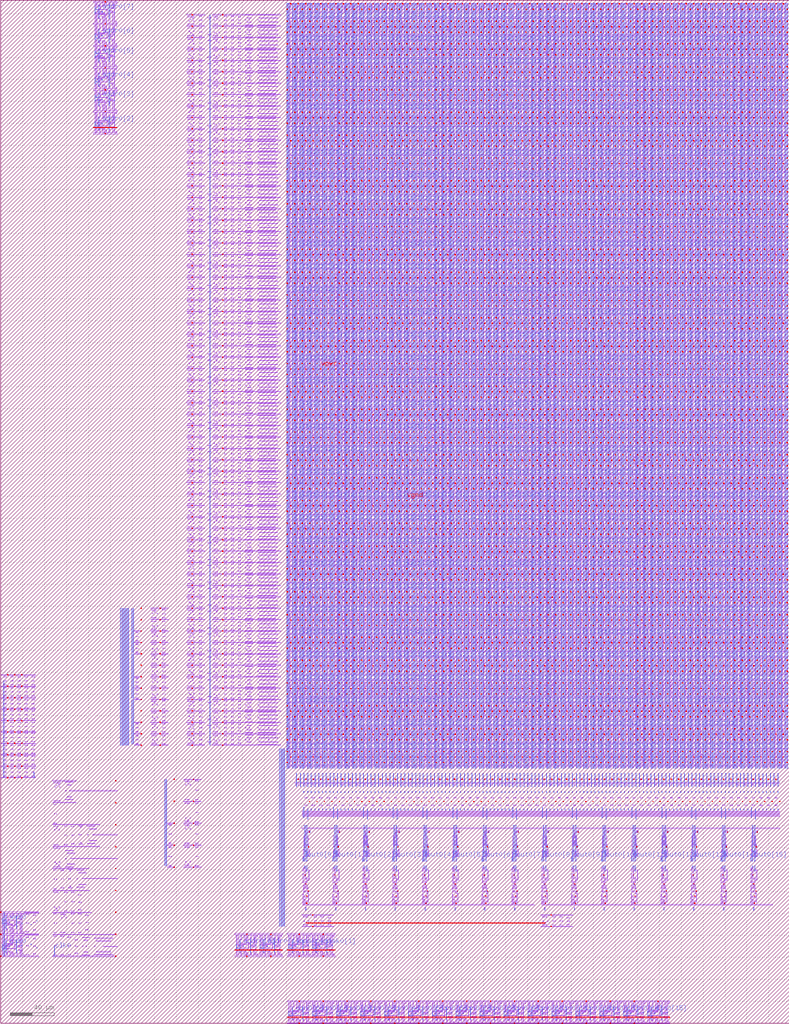
<source format=lef>
# 
# LEF OUT 
# User Name : iptguser 
# Date : Mon Feb  4 15:39:10 2013
# 
VERSION 5.6 ;
NAMESCASESENSITIVE ON ;
BUSBITCHARS "[]" ;
DIVIDERCHAR "/" ;
UNITS
  TIME NANOSECONDS 1 ;
  CAPACITANCE PICOFARADS 1 ;
  RESISTANCE OHMS 1 ;
  DATABASE MICRONS 1000 ;
END UNITS
MANUFACTURINGGRID 0.005 ;

#### end of header section  #######

SITE unithd
    SYMMETRY Y  ;
    CLASS CORE  ;
    SIZE  0.460 BY 2.720 ;
END unithd

SITE unit
    SYMMETRY Y  ;
    CLASS CORE  ;
    SIZE  0.480 BY 3.330 ;
END unit

SITE unithv
    SYMMETRY Y  ;
    CLASS CORE  ;
    SIZE  0.480 BY 4.070 ;
END unithv

######  Starting overlap layers #####
# ******** Layer OverlapCheck, type blockage, number 90 **************
LAYER OverlapCheck
  TYPE OVERLAP ;
END OverlapCheck

######  Starting routing layers - metal and via #####
# ******** Layer li1, type routing, number 56 **************
LAYER li1
  TYPE ROUTING ;
  DIRECTION VERTICAL ;
  PITCH 0.48 ;
  MINWIDTH 0.170000 ;
  WIDTH 0.170000 ;
  AREA 0.028900 ;
  SPACINGTABLE
    PARALLELRUNLENGTH 0
    WIDTH 0 0.170000 ;
  THICKNESS 0.100000 ;
  EDGECAPACITANCE 3.26 ;
  CAPACITANCE CPERSQDIST 36900000 ;
  RESISTANCE RPERSQ 12.2 ;
#  DCCURRENTDENSITY AVERAGE (no limit on this layer) ;
  ANTENNADIFFSIDEAREARATIO PWL ( ( 0.000000 75.000000 ) ( 0.012500 75.000000 ) ( 0.022500 85.125000 ) ( 22.500000 10200.000000 ) ) ;
END li1

# ******** Layer mcon, type routing, number 35 **************
LAYER mcon
  TYPE CUT ;
  SPACING 0.190000 ;
  WIDTH 0.170000 ;
  ANTENNADIFFAREARATIO PWL ( ( 0.000000 3.000000 ) ( 0.012500 3.000000 ) ( 0.022500 3.405000 ) ( 22.500000 408.000000 ) ) ;
  DCCURRENTDENSITY AVERAGE 0.36 ; # mA per via Iavg_max at Tj = 90oC
  ENCLOSURE BELOW 0.000000 0.000000 ;
  ENCLOSURE ABOVE 0.000000 0.000000 ;
END mcon

# ******** Layer met1, type routing, number 36 **************
LAYER met1
  TYPE ROUTING ;
  DIRECTION HORIZONTAL ;
  PITCH 0.37 ;
  MINENCLOSEDAREA 0.140000 ;
  MINWIDTH 0.140000 ;
  WIDTH 0.140000 ;
  AREA 0.083000 ;
  SPACINGTABLE
  PARALLELRUNLENGTH 0.000
    WIDTH 0.000 0.140000
    WIDTH 3.000000 0.280000
    ;
  THICKNESS 0.350000 ;
  EDGECAPACITANCE 1.79 ;
  CAPACITANCE CPERSQDIST 25800000 ;
  RESISTANCE RPERSQ 0.125 ;
  DCCURRENTDENSITY AVERAGE 2.8 ; # mA/um Iavg_max at Tj = 90oC
  ACCURRENTDENSITY RMS 6.1 ; # mA/um Irms_max at Tj = 90oC
  ANTENNADIFFSIDEAREARATIO PWL ( ( 0.000000 400.000000 ) ( 0.012500 400.000000 ) ( 0.022500 2609.000000 ) ( 22.500000 11600.000000 ) ) ;
END met1

# ******** Layer via, type routing, number 40 **************
LAYER via1
  TYPE CUT ;
  SPACING 0.170000 ;
  WIDTH 0.150000 ;
  ANTENNADIFFAREARATIO PWL ( ( 0.000000 6.000000 ) ( 0.012500 6.000000 ) ( 0.022500 6.810000 ) ( 22.500000 816.000000 ) ) ;
  DCCURRENTDENSITY AVERAGE 0.29 ; # mA per via Iavg_max at Tj = 90oC
  ENCLOSURE BELOW 0.000000 0.000000 ;
  ENCLOSURE ABOVE 0.000000 0.000000 ;
END via1

# ******** Layer met2, type routing, number 41 **************
LAYER met2
  TYPE ROUTING ;
  DIRECTION VERTICAL ;
  PITCH 0.48 ;
  MINENCLOSEDAREA 0.140000 ;
  MINWIDTH 0.140000 ;
  WIDTH 0.140000 ;
  AREA 0.067600 ;
  SPACINGTABLE
  PARALLELRUNLENGTH 0.000
    WIDTH 0.000 0.140000
    WIDTH 3.000000 0.280000
    ;
  THICKNESS 0.350000 ;
  EDGECAPACITANCE 1.22 ;
  CAPACITANCE CPERSQDIST 17500000 ;
  RESISTANCE RPERSQ 0.125 ;
  DCCURRENTDENSITY AVERAGE 2.8 ; # mA/um Iavg_max at Tj = 90oC
  ACCURRENTDENSITY RMS 6.1 ; # mA/um Irms_max at Tj = 90oC
  ANTENNADIFFSIDEAREARATIO PWL ( ( 0.000000 400.000000 ) ( 0.012500 400.000000 ) ( 0.022500 2609.000000 ) ( 22.500000 11600.000000 ) ) ;
END met2

# ******** Layer via2, type routing, number 44 **************
LAYER via2
  TYPE CUT ;
  SPACING 0.200000 ;
  WIDTH 0.200000 ;
  ANTENNADIFFAREARATIO PWL ( ( 0.000000 6.000000 ) ( 0.012500 6.000000 ) ( 0.022500 6.810000 ) ( 22.500000 816.000000 ) ) ;
  DCCURRENTDENSITY AVERAGE 0.48 ; # mA per via Iavg_max at Tj = 90oC
  ENCLOSURE BELOW 0.000000 0.000000 ;
  ENCLOSURE ABOVE 0.000000 0.000000 ;
END via2

# ******** Layer met3, type routing, number 34 **************
LAYER met3
  TYPE ROUTING ;
  DIRECTION HORIZONTAL ;
  PITCH 0.666 ;
  MINWIDTH 0.300000 ;
  WIDTH 0.300000 ;
  AREA 0.240000 ;
  SPACINGTABLE
  PARALLELRUNLENGTH 0.000
    WIDTH 0.000 0.300000
    WIDTH 3.000000 0.400000
    ;
  THICKNESS 0.800000 ;
  EDGECAPACITANCE 1.86 ;
  CAPACITANCE CPERSQDIST 12600000 ;
  RESISTANCE RPERSQ 0.047 ;
  DCCURRENTDENSITY AVERAGE 6.8 ; # mA/um Iavg_max at Tj = 90oC
  ACCURRENTDENSITY RMS 14.9 ; # mA/um Irms_max at Tj = 90oC
  ANTENNADIFFSIDEAREARATIO PWL ( ( 0.000000 400.000000 ) ( 0.012500 400.000000 ) ( 0.022500 2609.000000 ) ( 22.500000 11600.000000 ) ) ;
END met3

# ******** Layer via3, type routing, number 70 **************
LAYER via3
  TYPE CUT ;
  SPACING 0.200000 ;
  WIDTH 0.200000 ;
  ANTENNADIFFAREARATIO PWL ( ( 0.000000 6.000000 ) ( 0.012500 6.000000 ) ( 0.022500 6.810000 ) ( 22.500000 816.000000 ) ) ;
  DCCURRENTDENSITY AVERAGE 0.48 ; # mA per via Iavg_max at Tj = 90oC
  ENCLOSURE BELOW 0.000000 0.000000 ;
  ENCLOSURE ABOVE 0.000000 0.000000 ;
END via3

# ******** Layer met4, type routing, number 71 **************
LAYER met4
  TYPE ROUTING ;
  DIRECTION VERTICAL ;
  PITCH 0.96 ;
  MINWIDTH 0.300000 ;
  WIDTH 0.300000 ;
  AREA 0.240000 ;
  SPACINGTABLE
  PARALLELRUNLENGTH 0.000
    WIDTH 0.000 0.300000
    WIDTH 3.000000 0.400000
    ;
  THICKNESS 0.800000 ;
  EDGECAPACITANCE 1.29 ;
  CAPACITANCE CPERSQDIST 8670000 ;
  RESISTANCE RPERSQ 0.047 ;
  DCCURRENTDENSITY AVERAGE 6.8 ; # mA/um Iavg_max at Tj = 90oC
  ACCURRENTDENSITY RMS 14.9 ; # mA/um Irms_max at Tj = 90oC
  ANTENNADIFFSIDEAREARATIO PWL ( ( 0.000000 400.000000 ) ( 0.012500 400.000000 ) ( 0.022500 2609.000000 ) ( 22.500000 11600.000000 ) ) ;
END met4

# ******** Layer via4, type routing, number 58 **************
LAYER via4
  TYPE CUT ;
  SPACING 0.800000 ;
  WIDTH 0.800000 ;
  ANTENNADIFFAREARATIO PWL ( ( 0.000000 6.000000 ) ( 0.012500 6.000000 ) ( 0.022500 6.810000 ) ( 22.500000 816.000000 ) ) ;
  DCCURRENTDENSITY AVERAGE 2.49 ; # mA per via Iavg_max at Tj = 90oC
  ENCLOSURE BELOW 0.000000 0.000000 ;
  ENCLOSURE ABOVE 0.000000 0.000000 ;
END via4

# ******** Layer met5, type routing, number 72 **************
LAYER met5
  TYPE ROUTING ;
  DIRECTION HORIZONTAL ;
  PITCH 3.3 ;
  MINWIDTH 1.600000 ;
  WIDTH 1.600000 ;
  AREA 2.560000 ;
  SPACINGTABLE
    PARALLELRUNLENGTH 0
    WIDTH 0 1.600000 ;
  THICKNESS 1.200000 ;
  EDGECAPACITANCE 4.96 ;
  CAPACITANCE CPERSQDIST 6480000 ;
  RESISTANCE RPERSQ 0.047 ;
  DCCURRENTDENSITY AVERAGE 10.17 ; # mA/um Iavg_max at Tj = 90oC
  ACCURRENTDENSITY RMS 22.34 ; # mA/um Irms_max at Tj = 90oC
  ANTENNADIFFSIDEAREARATIO PWL ( ( 0.000000 400.000000 ) ( 0.012500 400.000000 ) ( 0.022500 2609.000000 ) ( 22.500000 11600.000000 ) ) ;
END met5

######  completed routing layers - metal and via #####

### Routing via cells section   ###
# Plus via rule, metals are along the prefered direction
VIA L1M1_PR DEFAULT
 LAYER mcon ;
 RECT -0.085 -0.085 0.085 0.085 ;
 LAYER li1 ;
 RECT -0.085 -0.165 -0.085 0.165 ;
 LAYER met1 ;
 RECT -0.16 -0.13 0.16 0.13 ;
END L1M1_PR

VIARULE L1M1_PR GENERATE
 LAYER li1 ;
 ENCLOSURE 0.000 0.080 ;
 LAYER met1 ;
 ENCLOSURE 0.030 0.060 ;
 LAYER mcon ;
 RECT -0.085 -0.085 0.085 0.085 ;
 SPACING 0.360 BY 0.360 ;
END L1M1_PR

# Plus via rule, metals are along the non prefered direction
VIA L1M1_PR_R DEFAULT
 LAYER mcon ;
 RECT -0.085 -0.085 0.085 0.085 ;
 LAYER li1 ;
 RECT -0.165 -0.085 0.165 0.085 ;
 LAYER met1 ;
 RECT -0.13 -0.16 0.13 0.16 ;
END L1M1_PR_R

VIARULE L1M1_PR_R GENERATE
 LAYER li1 ;
 ENCLOSURE 0.000 0.080 ;
 LAYER met1 ;
 ENCLOSURE 0.030 0.060 ;
 LAYER mcon ;
 RECT -0.085 -0.085 0.085 0.085 ;
 SPACING 0.360 BY 0.360 ;
END L1M1_PR_R

# Minus via rule, lower layer metal is along prefered direction
VIA L1M1_PR_M DEFAULT
 LAYER mcon ;
 RECT -0.085 -0.085 0.085 0.085 ;
 LAYER li1 ;
 RECT -0.085 -0.165 -0.085 0.165 ;
 LAYER met1 ;
 RECT -0.13 -0.16 0.13 0.16 ;
END L1M1_PR_M

VIARULE L1M1_PR_M GENERATE
 LAYER li1 ;
 ENCLOSURE 0.000 0.080 ;
 LAYER met1 ;
 ENCLOSURE 0.030 0.060 ;
 LAYER mcon ;
 RECT -0.085 -0.085 0.085 0.085 ;
 SPACING 0.360 BY 0.360 ;
END L1M1_PR_M

# Minus via rule, upper layer metal is along prefered direction
VIA L1M1_PR_MR DEFAULT
 LAYER mcon ;
 RECT -0.085 -0.085 0.085 0.085 ;
 LAYER li1 ;
 RECT -0.165 -0.085 0.165 0.085 ;
 LAYER met1 ;
 RECT -0.16 -0.13 0.16 0.13 ;
END L1M1_PR_MR

VIARULE L1M1_PR_MR GENERATE
 LAYER li1 ;
 ENCLOSURE 0.000 0.080 ;
 LAYER met1 ;
 ENCLOSURE 0.030 0.060 ;
 LAYER mcon ;
 RECT -0.085 -0.085 0.085 0.085 ;
 SPACING 0.360 BY 0.360 ;
END L1M1_PR_MR

# Centered via rule, we really do not want to use it
# VIA L1M1_PR_C DEFAULT
#   LAYER mcon ;
#   RECT -0.085000 -0.085000 0.085000 0.085000 ;
#   LAYER li1 ;
#   RECT -0.085000 -0.085000 0.085000 0.085000 ;
#   LAYER met1 ;
#   RECT -0.145000 -0.145000 0.145000 0.145000 ;
# END L1M1_PR_C

# VIARULE L1M1_PR_C GENERATE
#   LAYER li1 ;
#   ENCLOSURE 0.000000 0.000000 ;
#   LAYER met1 ;
#   ENCLOSURE 0.060000 0.060000 ;
#   LAYER mcon ;
#   RECT -0.085000 -0.085000 0.085000 0.085000 ;
#   SPACING 0.360000 BY 0.360000 ;
# END L1M1_PR_C

# Plus via rule, metals are along the prefered direction
VIA M1M2_PR DEFAULT
 LAYER via1 ;
 RECT -0.075 -0.075 0.075 0.075 ;
 LAYER met1 ;
 RECT -0.16 -0.13 0.16 0.13 ;
 LAYER met2 ;
 RECT -0.13 -0.16 0.13 0.16 ;
END M1M2_PR

VIARULE M1M2_PR GENERATE
 LAYER met1 ;
 ENCLOSURE 0.055 0.085 ;
 LAYER met2 ;
 ENCLOSURE 0.055 0.085 ;
 LAYER via1 ;
 RECT -0.075 -0.075 0.075 0.075 ;
 SPACING 0.320 BY 0.320 ;
END M1M2_PR

# Plus via rule, metals are along the non prefered direction
VIA M1M2_PR_R DEFAULT
 LAYER via1 ;
 RECT -0.075 -0.075 0.075 0.075 ;
 LAYER met1 ;
 RECT -0.13 -0.16 0.13 0.16 ;
 LAYER met2 ;
 RECT -0.16 -0.13 0.16 0.13 ;
END M1M2_PR_R

VIARULE M1M2_PR_R GENERATE
 LAYER met1 ;
 ENCLOSURE 0.055 0.085 ;
 LAYER met2 ;
 ENCLOSURE 0.055 0.085 ;
 LAYER via1 ;
 RECT -0.075 -0.075 0.075 0.075 ;
 SPACING 0.320 BY 0.320 ;
END M1M2_PR_R

# Minus via rule, lower layer metal is along prefered direction
VIA M1M2_PR_M DEFAULT
 LAYER via1 ;
 RECT -0.075 -0.075 0.075 0.075 ;
 LAYER met1 ;
 RECT -0.16 -0.13 0.16 0.13 ;
 LAYER met2 ;
 RECT -0.16 -0.13 0.16 0.13 ;
END M1M2_PR_M

VIARULE M1M2_PR_M GENERATE
 LAYER met1 ;
 ENCLOSURE 0.055 0.085 ;
 LAYER met2 ;
 ENCLOSURE 0.055 0.085 ;
 LAYER via1 ;
 RECT -0.075 -0.075 0.075 0.075 ;
 SPACING 0.320 BY 0.320 ;
END M1M2_PR_M

# Minus via rule, upper layer metal is along prefered direction
VIA M1M2_PR_MR DEFAULT
 LAYER via1 ;
 RECT -0.075 -0.075 0.075 0.075 ;
 LAYER met1 ;
 RECT -0.13 -0.16 0.13 0.16 ;
 LAYER met2 ;
 RECT -0.13 -0.16 0.13 0.16 ;
END M1M2_PR_MR

VIARULE M1M2_PR_MR GENERATE
 LAYER met1 ;
 ENCLOSURE 0.055 0.085 ;
 LAYER met2 ;
 ENCLOSURE 0.055 0.085 ;
 LAYER via1 ;
 RECT -0.075 -0.075 0.075 0.075 ;
 SPACING 0.320 BY 0.320 ;
END M1M2_PR_MR

# # Centered via rule, we really do not want to use it
# VIA M1M2_PR_C DEFAULT
#   LAYER via ;
#   RECT -0.075000 -0.075000 0.075000 0.075000 ;
#   LAYER met1 ;
#   RECT -0.160000 -0.160000 0.160000 0.160000 ;
#   LAYER met2 ;
#   RECT -0.160000 -0.160000 0.160000 0.160000 ;
# END M1M2_PR_C

# VIARULE M1M2_PR_C GENERATE
#   LAYER met1 ;
#   ENCLOSURE 0.085000 0.085000 ;
#   LAYER met2 ;
#   ENCLOSURE 0.085000 0.085000 ;
#   LAYER via ;
#   RECT -0.075000 -0.075000 0.075000 0.075000 ;
#   SPACING 0.320000 BY 0.320000 ;
# END M1M2_PR_C

# Plus via rule, metals are along the prefered direction
VIA M2M3_PR DEFAULT
 LAYER via2 ;
 RECT -0.1 -0.1 0.1 0.1 ;
 LAYER met2 ;
 RECT -0.14 -0.185 0.14 0.185 ;
 LAYER met3 ;
 RECT -0.165 -0.165 0.165 0.165 ;
END M2M3_PR

VIARULE M2M3_PR GENERATE
 LAYER met2 ;
 ENCLOSURE 0.040 0.085 ;
 LAYER met3 ;
 ENCLOSURE 0.065 0.065 ;
 LAYER via2 ;
 RECT -0.1 -0.1 0.1 0.1 ;
 SPACING 0.40 BY 0.40 ;
END M2M3_PR

# Plus via rule, metals are along the non prefered direction
VIA M2M3_PR_R DEFAULT
 LAYER via2 ;
 RECT -0.1 -0.1 0.1 0.1 ;
 LAYER met2 ;
 RECT -0.185 -0.14 0.185 0.14 ;
 LAYER met3 ;
 RECT -0.165 -0.165 0.165 0.165 ;
END M2M3_PR_R

VIARULE M2M3_PR_R GENERATE
 LAYER met2 ;
 ENCLOSURE 0.040 0.085 ;
 LAYER met3 ;
 ENCLOSURE 0.065 0.065 ;
 LAYER via2 ;
 RECT -0.1 -0.1 0.1 0.1 ;
 SPACING 0.40 BY 0.40 ;
END M2M3_PR_R

# Minus via rule, lower layer metal is along prefered direction
VIA M2M3_PR_M DEFAULT
  LAYER via2 ;
  RECT -0.100000 -0.100000 0.100000 0.100000 ;
  LAYER met2 ;
  RECT -0.140000 -0.185000 0.140000 0.185000 ;
  LAYER met3 ;
  RECT -0.165000 -0.165000 0.165000 0.165000 ;
END M2M3_PR_M

VIARULE M2M3_PR_M GENERATE
  LAYER met2 ;
  ENCLOSURE 0.040000 0.085000 ;
  LAYER met3 ;
  ENCLOSURE 0.065000 0.065000 ;
  LAYER via2 ;
  RECT -0.100000 -0.100000 0.100000 0.100000 ;
  SPACING 0.400000 BY 0.400000 ;
END M2M3_PR_M

# Minus via rule, upper layer metal is along prefered direction
VIA M2M3_PR_MR DEFAULT
  LAYER via2 ;
  RECT -0.100000 -0.100000 0.100000 0.100000 ;
  LAYER met2 ;
  RECT -0.185000 -0.140000 0.185000 0.140000 ;
  LAYER met3 ;
  RECT -0.165000 -0.165000 0.165000 0.165000 ;
END M2M3_PR_MR

VIARULE M2M3_PR_MR GENERATE
  LAYER met2 ;
  ENCLOSURE 0.085000 0.040000 ;
  LAYER met3 ;
  ENCLOSURE 0.065000 0.065000 ;
  LAYER via2 ;
  RECT -0.100000 -0.100000 0.100000 0.100000 ;
  SPACING 0.400000 BY 0.400000 ;
END M2M3_PR_MR

# # Centered via rule, we really do not want to use it
# VIA M2M3_PR_C DEFAULT
#   LAYER via2 ;
#   RECT -0.100000 -0.100000 0.100000 0.100000 ;
#   LAYER met2 ;
#   RECT -0.185000 -0.185000 0.185000 0.185000 ;
#   LAYER met3 ;
#   RECT -0.165000 -0.165000 0.165000 0.165000 ;
# END M2M3_PR_C

# VIARULE M2M3_PR_C GENERATE
#   LAYER met2 ;
#   ENCLOSURE 0.085000 0.085000 ;
#   LAYER met3 ;
#   ENCLOSURE 0.065000 0.065000 ;
#   LAYER via2 ;
#   RECT -0.100000 -0.100000 0.100000 0.100000 ;
#   SPACING 0.400000 BY 0.400000 ;
# END M2M3_PR_C

# Plus via rule, metals are along the prefered direction
VIA M3M4_PR DEFAULT
 LAYER via3 ;
 RECT -0.1 -0.1 0.1 0.1 ;
 LAYER met3 ;
 RECT -0.19 -0.16 0.19 0.16 ;
 LAYER met4 ;
 RECT -0.165 -0.165 0.165 0.165 ;
END M3M4_PR

VIARULE M3M4_PR GENERATE
 LAYER met3 ;
 ENCLOSURE 0.06 0.09 ;
 LAYER met4 ;
 ENCLOSURE 0.065 0.065 ;
 LAYER via3 ;
 RECT -0.1 -0.1 0.1 0.1 ;
 SPACING 0.40 BY 0.40 ;
END M3M4_PR

# Plus via rule, metals are along the non prefered direction
VIA M3M4_PR_R DEFAULT
 LAYER via3 ;
 RECT -0.1 -0.1 0.1 0.1 ;
 LAYER met3 ;
 RECT -0.16 -0.19 0.16 0.19 ;
 LAYER met4 ;
 RECT -0.165 -0.165 0.165 0.165 ;
END M3M4_PR_R

VIARULE M3M4_PR_R GENERATE
 LAYER met3 ;
 ENCLOSURE 0.06 0.09 ;
 LAYER met4 ;
 ENCLOSURE 0.065 0.065 ;
 LAYER via3 ;
 RECT -0.1 -0.1 0.1 0.1 ;
 SPACING 0.40 BY 0.40 ;
END M3M4_PR_R

# Minus via rule, lower layer metal is along prefered direction
VIA M3M4_PR_M DEFAULT
  LAYER via3 ;
  RECT -0.100000 -0.100000 0.100000 0.100000 ;
  LAYER met3 ;
  RECT -0.190000 -0.160000 0.190000 0.160000 ;
  LAYER met4 ;
  RECT -0.165000 -0.165000 0.165000 0.165000 ;
END M3M4_PR_M

VIARULE M3M4_PR_M GENERATE
  LAYER met3 ;
  ENCLOSURE 0.090000 0.060000 ;
  LAYER met4 ;
  ENCLOSURE 0.065000 0.065000 ;
  LAYER via3 ;
  RECT -0.100000 -0.100000 0.100000 0.100000 ;
  SPACING 0.400000 BY 0.400000 ;
END M3M4_PR_M

# Minus via rule, upper layer metal is along prefered direction
VIA M3M4_PR_MR DEFAULT
  LAYER via3 ;
  RECT -0.100000 -0.100000 0.100000 0.100000 ;
  LAYER met3 ;
  RECT -0.160000 -0.190000 0.160000 0.190000 ;
  LAYER met4 ;
  RECT -0.165000 -0.165000 0.165000 0.165000 ;
END M3M4_PR_MR

VIARULE M3M4_PR_MR GENERATE
  LAYER met3 ;
  ENCLOSURE 0.060000 0.090000 ;
  LAYER met4 ;
  ENCLOSURE 0.065000 0.065000 ;
  LAYER via3 ;
  RECT -0.100000 -0.100000 0.100000 0.100000 ;
  SPACING 0.400000 BY 0.400000 ;
END M3M4_PR_MR

# # Centered via rule, we really do not want to use it
# VIA M3M4_PR_C DEFAULT
#   LAYER via3 ;
#   RECT -0.100000 -0.100000 0.100000 0.100000 ;
#   LAYER met3 ;
#   RECT -0.190000 -0.190000 0.190000 0.190000 ;
#   LAYER met4 ;
#   RECT -0.165000 -0.165000 0.165000 0.165000 ;
# END M3M4_PR_C

# VIARULE M3M4_PR_C GENERATE
#   LAYER met3 ;
#   ENCLOSURE 0.090000 0.090000 ;
#   LAYER met4 ;
#   ENCLOSURE 0.065000 0.065000 ;
#   LAYER via3 ;
#   RECT -0.100000 -0.100000 0.100000 0.100000 ;
#   SPACING 0.400000 BY 0.400000 ;
# END M3M4_PR_C

# Plus via rule, metals are along the prefered direction
VIA M4M5_PR DEFAULT
 LAYER via4 ;
 RECT -0.4 -0.4 0.4 0.4 ;
 LAYER met4 ;
 RECT -0.59 -0.59 0.59 0.59 ;
 LAYER met5 ;
 RECT -0.71 -0.71 0.71 0.71 ;
END M4M5_PR

VIARULE M4M5_PR GENERATE
 LAYER met4 ;
 ENCLOSURE 0.190 0.190 ;
 LAYER met5 ;
 ENCLOSURE 0.310 0.310 ;
 LAYER via4 ;
 RECT -0.4 -0.4 0.4 0.4 ;
 SPACING 1.60 BY 1.60 ;
END M4M5_PR

# Plus via rule, metals are along the non prefered direction
VIA M4M5_PR_R DEFAULT
  LAYER via4 ;
  RECT -0.400000 -0.400000 0.400000 0.400000 ;
  LAYER met4 ;
  RECT -0.590000 -0.590000 0.590000 0.590000 ;
  LAYER met5 ;
  RECT -0.710000 -0.710000 0.710000 0.710000 ;
END M4M5_PR_R

VIARULE M4M5_PR_R GENERATE
  LAYER met4 ;
  ENCLOSURE 0.190000 0.190000 ;
  LAYER met5 ;
  ENCLOSURE 0.310000 0.310000 ;
  LAYER via4 ;
  RECT -0.400000 -0.400000 0.400000 0.400000 ;
  SPACING 1.600000 BY 1.600000 ;
END M4M5_PR_R

# Minus via rule, lower layer metal is along prefered direction
VIA M4M5_PR_M DEFAULT
  LAYER via4 ;
  RECT -0.400000 -0.400000 0.400000 0.400000 ;
  LAYER met4 ;
  RECT -0.590000 -0.590000 0.590000 0.590000 ;
  LAYER met5 ;
  RECT -0.710000 -0.710000 0.710000 0.710000 ;
END M4M5_PR_M

VIARULE M4M5_PR_M GENERATE
  LAYER met4 ;
  ENCLOSURE 0.190000 0.190000 ;
  LAYER met5 ;
  ENCLOSURE 0.310000 0.310000 ;
  LAYER via4 ;
  RECT -0.400000 -0.400000 0.400000 0.400000 ;
  SPACING 1.600000 BY 1.600000 ;
END M4M5_PR_M

# Minus via rule, upper layer metal is along prefered direction
VIA M4M5_PR_MR DEFAULT
  LAYER via4 ;
  RECT -0.400000 -0.400000 0.400000 0.400000 ;
  LAYER met4 ;
  RECT -0.590000 -0.590000 0.590000 0.590000 ;
  LAYER met5 ;
  RECT -0.710000 -0.710000 0.710000 0.710000 ;
END M4M5_PR_MR

VIARULE M4M5_PR_MR GENERATE
  LAYER met4 ;
  ENCLOSURE 0.190000 0.190000 ;
  LAYER met5 ;
  ENCLOSURE 0.310000 0.310000 ;
  LAYER via4 ;
  RECT -0.400000 -0.400000 0.400000 0.400000 ;
  SPACING 1.600000 BY 1.600000 ;
END M4M5_PR_MR

# # Centered via rule, we really do not want to use it
# VIA M4M5_PR_C DEFAULT
#   LAYER via4 ;
#   RECT -0.400000 -0.400000 0.400000 0.400000 ;
#   LAYER met4 ;
#   RECT -0.590000 -0.590000 0.590000 0.590000 ;
#   LAYER met5 ;
#   RECT -0.710000 -0.710000 0.710000 0.710000 ;
# END M4M5_PR_C

# VIARULE M4M5_PR_C GENERATE
#   LAYER met4 ;
#   ENCLOSURE 0.190000 0.190000 ;
#   LAYER met5 ;
#   ENCLOSURE 0.310000 0.310000 ;
#   LAYER via4 ;
#   RECT -0.400000 -0.400000 0.400000 0.400000 ;
#   SPACING 1.600000 BY 1.600000 ;
# END M4M5_PR_C



MACRO scs8ms_tapvgndnovpb_1
  CLASS CORE ;
  SOURCE USER ;
  ORIGIN 0 0 ;
  SIZE 0.48 BY 3.33 ;
  SYMMETRY X Y R90 ;
  SITE unit ;

  PIN vgnd
    DIRECTION INOUT ;
    USE GROUND ;
    PORT
      LAYER met1 ;
        RECT 0 -0.245 0.48 0.245 ;
    END
  END vgnd

  PIN vpwr
    DIRECTION INOUT ;
    USE POWER ;
    PORT
      LAYER met1 ;
        RECT 0 3.085 0.48 3.575 ;
    END
  END vpwr

  PIN vpb
    DIRECTION INOUT ;
    USE POWER ;
    PORT
      LAYER met1 ;
        RECT 0 3.08 0.25 3.33 ;
    END
  END vpb
  OBS
    LAYER li1 ;
      RECT 0 3.245 0.48 3.415 ;
      RECT 0.09 0.085 0.39 1.44 ;
      RECT 0 -0.085 0.48 0.085 ;
    LAYER mcon ;
      RECT 0.155 3.245 0.325 3.415 ;
      RECT 0.155 -0.085 0.325 0.085 ;
  END
END scs8ms_tapvgndnovpb_1

MACRO scs8ms_decaphe_18
  CLASS CORE ;
  SOURCE USER ;
  ORIGIN 0 0 ;
  SIZE 8.64 BY 3.33 ;
  SYMMETRY X Y ;
  SITE unit ;

  PIN vpwr
    DIRECTION INOUT ;
    USE POWER ;
    PORT
      LAYER met1 ;
        RECT 0 3.085 8.64 3.575 ;
    END
  END vpwr

  PIN vgnd
    DIRECTION INOUT ;
    USE GROUND ;
    PORT
      LAYER met1 ;
        RECT 0 -0.245 8.64 0.245 ;
    END
  END vgnd

  PIN vpb
    DIRECTION INOUT ;
    USE POWER ;
    PORT
      LAYER met1 ;
        RECT 0 3.08 0.25 3.33 ;
    END
  END vpb

  PIN vnb
    DIRECTION INOUT ;
    USE GROUND ;
    PORT
      LAYER met1 ;
        RECT 0 0 0.25 0.25 ;
    END
  END vnb
  OBS
    LAYER li1 ;
      RECT 0 3.245 8.64 3.415 ;
      RECT 0.085 1.77 8.555 3.245 ;
      RECT 1.325 1.25 2.015 1.77 ;
      RECT 3.085 1.25 3.775 1.77 ;
      RECT 4.845 1.25 5.535 1.77 ;
      RECT 6.605 1.25 7.295 1.77 ;
      RECT 0.085 1.08 1.155 1.6 ;
      RECT 0.085 0.085 8.555 1.08 ;
      RECT 2.205 1.08 2.895 1.6 ;
      RECT 3.965 1.08 4.655 1.6 ;
      RECT 5.725 1.08 6.415 1.6 ;
      RECT 7.485 1.08 8.555 1.6 ;
      RECT 0 -0.085 8.64 0.085 ;
    LAYER mcon ;
      RECT 6.875 3.245 7.045 3.415 ;
      RECT 6.875 -0.085 7.045 0.085 ;
      RECT 7.355 3.245 7.525 3.415 ;
      RECT 7.355 -0.085 7.525 0.085 ;
      RECT 7.835 3.245 8.005 3.415 ;
      RECT 7.835 -0.085 8.005 0.085 ;
      RECT 8.315 3.245 8.485 3.415 ;
      RECT 8.315 -0.085 8.485 0.085 ;
      RECT 0.155 3.245 0.325 3.415 ;
      RECT 0.155 -0.085 0.325 0.085 ;
      RECT 0.635 3.245 0.805 3.415 ;
      RECT 0.635 -0.085 0.805 0.085 ;
      RECT 1.115 3.245 1.285 3.415 ;
      RECT 1.115 -0.085 1.285 0.085 ;
      RECT 1.595 3.245 1.765 3.415 ;
      RECT 1.595 -0.085 1.765 0.085 ;
      RECT 2.075 3.245 2.245 3.415 ;
      RECT 2.075 -0.085 2.245 0.085 ;
      RECT 2.555 3.245 2.725 3.415 ;
      RECT 2.555 -0.085 2.725 0.085 ;
      RECT 3.035 3.245 3.205 3.415 ;
      RECT 3.035 -0.085 3.205 0.085 ;
      RECT 3.515 3.245 3.685 3.415 ;
      RECT 3.515 -0.085 3.685 0.085 ;
      RECT 3.995 3.245 4.165 3.415 ;
      RECT 3.995 -0.085 4.165 0.085 ;
      RECT 4.475 3.245 4.645 3.415 ;
      RECT 4.475 -0.085 4.645 0.085 ;
      RECT 4.955 3.245 5.125 3.415 ;
      RECT 4.955 -0.085 5.125 0.085 ;
      RECT 5.435 3.245 5.605 3.415 ;
      RECT 5.435 -0.085 5.605 0.085 ;
      RECT 5.915 3.245 6.085 3.415 ;
      RECT 5.915 -0.085 6.085 0.085 ;
      RECT 6.395 3.245 6.565 3.415 ;
      RECT 6.395 -0.085 6.565 0.085 ;
  END
END scs8ms_decaphe_18

MACRO scs8ms_decaphe_2
  CLASS CORE ;
  SOURCE USER ;
  ORIGIN 0 0 ;
  SIZE 0.96 BY 3.33 ;
  SYMMETRY X Y R90 ;
  SITE unit ;

  PIN vpwr
    DIRECTION INOUT ;
    USE POWER ;
    PORT
      LAYER met1 ;
        RECT 0 3.085 0.96 3.575 ;
    END
  END vpwr

  PIN vgnd
    DIRECTION INOUT ;
    USE GROUND ;
    PORT
      LAYER met1 ;
        RECT 0 -0.245 0.96 0.245 ;
    END
  END vgnd

  PIN vpb
    DIRECTION INOUT ;
    USE POWER ;
    PORT
      LAYER met1 ;
        RECT 0 3.08 0.25 3.33 ;
    END
  END vpb

  PIN vnb
    DIRECTION INOUT ;
    USE GROUND ;
    PORT
      LAYER met1 ;
        RECT 0 0 0.25 0.25 ;
    END
  END vnb
  OBS
    LAYER li1 ;
      RECT 0 3.245 0.96 3.415 ;
      RECT 0.085 1.845 0.875 3.245 ;
      RECT 0.085 0.085 0.47 1.675 ;
      RECT 0 -0.085 0.96 0.085 ;
    LAYER mcon ;
      RECT 0.635 -0.085 0.805 0.085 ;
      RECT 0.635 3.245 0.805 3.415 ;
      RECT 0.155 3.245 0.325 3.415 ;
      RECT 0.155 -0.085 0.325 0.085 ;
  END
END scs8ms_decaphe_2

MACRO scs8ms_decaphe_3
  CLASS CORE ;
  SOURCE USER ;
  ORIGIN 0 0 ;
  SIZE 1.44 BY 3.33 ;
  SYMMETRY X Y R90 ;
  SITE unit ;

  PIN vgnd
    DIRECTION INOUT ;
    USE GROUND ;
    PORT
      LAYER met1 ;
        RECT 0 -0.245 1.44 0.245 ;
    END
  END vgnd

  PIN vpwr
    DIRECTION INOUT ;
    USE POWER ;
    PORT
      LAYER met1 ;
        RECT 0 3.085 1.44 3.575 ;
    END
  END vpwr

  PIN vpb
    DIRECTION INOUT ;
    USE POWER ;
    PORT
      LAYER met1 ;
        RECT 0 3.08 0.25 3.33 ;
    END
  END vpb

  PIN vnb
    DIRECTION INOUT ;
    USE GROUND ;
    PORT
      LAYER met1 ;
        RECT 0 0 0.25 0.25 ;
    END
  END vnb
  OBS
    LAYER li1 ;
      RECT 0 3.245 1.44 3.415 ;
      RECT 0.085 1.77 1.355 3.245 ;
      RECT 0.805 1.25 1.355 1.77 ;
      RECT 0.085 1.08 0.635 1.6 ;
      RECT 0.085 0.085 1.355 1.08 ;
      RECT 0 -0.085 1.44 0.085 ;
    LAYER mcon ;
      RECT 0.155 3.245 0.325 3.415 ;
      RECT 0.155 -0.085 0.325 0.085 ;
      RECT 0.635 3.245 0.805 3.415 ;
      RECT 0.635 -0.085 0.805 0.085 ;
      RECT 1.115 3.245 1.285 3.415 ;
      RECT 1.115 -0.085 1.285 0.085 ;
  END
END scs8ms_decaphe_3

MACRO scs8ms_decaphe_4
  CLASS CORE ;
  SOURCE USER ;
  ORIGIN 0 0 ;
  SIZE 1.92 BY 3.33 ;
  SYMMETRY X Y R90 ;
  SITE unit ;

  PIN vgnd
    DIRECTION INOUT ;
    USE GROUND ;
    PORT
      LAYER met1 ;
        RECT 0 -0.245 1.92 0.245 ;
    END
  END vgnd

  PIN vpwr
    DIRECTION INOUT ;
    USE POWER ;
    PORT
      LAYER met1 ;
        RECT 0 3.085 1.92 3.575 ;
    END
  END vpwr

  PIN vpb
    DIRECTION INOUT ;
    USE POWER ;
    PORT
      LAYER met1 ;
        RECT 0 3.08 0.25 3.33 ;
    END
  END vpb

  PIN vnb
    DIRECTION INOUT ;
    USE GROUND ;
    PORT
      LAYER met1 ;
        RECT 0 0 0.25 0.25 ;
    END
  END vnb
  OBS
    LAYER li1 ;
      RECT 0 3.245 1.92 3.415 ;
      RECT 0.085 1.77 1.835 3.245 ;
      RECT 1.06 1.25 1.835 1.77 ;
      RECT 0.085 1.08 0.89 1.6 ;
      RECT 0.085 0.085 1.835 1.08 ;
      RECT 0 -0.085 1.92 0.085 ;
    LAYER mcon ;
      RECT 0.155 3.245 0.325 3.415 ;
      RECT 0.155 -0.085 0.325 0.085 ;
      RECT 0.635 3.245 0.805 3.415 ;
      RECT 0.635 -0.085 0.805 0.085 ;
      RECT 1.115 3.245 1.285 3.415 ;
      RECT 1.115 -0.085 1.285 0.085 ;
      RECT 1.595 3.245 1.765 3.415 ;
      RECT 1.595 -0.085 1.765 0.085 ;
  END
END scs8ms_decaphe_4

MACRO scs8ms_decaphe_6
  CLASS CORE ;
  SOURCE USER ;
  ORIGIN 0 0 ;
  SIZE 2.88 BY 3.33 ;
  SYMMETRY X Y R90 ;
  SITE unit ;

  PIN vgnd
    DIRECTION INOUT ;
    USE GROUND ;
    PORT
      LAYER met1 ;
        RECT 0 -0.245 2.88 0.245 ;
    END
  END vgnd

  PIN vpwr
    DIRECTION INOUT ;
    USE POWER ;
    PORT
      LAYER met1 ;
        RECT 0 3.085 2.88 3.575 ;
    END
  END vpwr

  PIN vpb
    DIRECTION INOUT ;
    USE POWER ;
    PORT
      LAYER met1 ;
        RECT 0 3.08 0.25 3.33 ;
    END
  END vpb

  PIN vnb
    DIRECTION INOUT ;
    USE GROUND ;
    PORT
      LAYER met1 ;
        RECT 0 0 0.25 0.25 ;
    END
  END vnb
  OBS
    LAYER li1 ;
      RECT 0 3.245 2.88 3.415 ;
      RECT 0.12 1.77 2.76 3.245 ;
      RECT 1.365 1.25 2.76 1.77 ;
      RECT 0.12 1.08 1.195 1.6 ;
      RECT 0.12 0.085 2.76 1.08 ;
      RECT 0 -0.085 2.88 0.085 ;
    LAYER mcon ;
      RECT 0.155 3.245 0.325 3.415 ;
      RECT 0.155 -0.085 0.325 0.085 ;
      RECT 0.635 3.245 0.805 3.415 ;
      RECT 0.635 -0.085 0.805 0.085 ;
      RECT 1.115 3.245 1.285 3.415 ;
      RECT 1.595 -0.085 1.765 0.085 ;
      RECT 2.075 3.245 2.245 3.415 ;
      RECT 2.075 -0.085 2.245 0.085 ;
      RECT 2.555 3.245 2.725 3.415 ;
      RECT 2.555 -0.085 2.725 0.085 ;
      RECT 1.115 -0.085 1.285 0.085 ;
      RECT 1.595 3.245 1.765 3.415 ;
  END
END scs8ms_decaphe_6

MACRO scs8ms_decaphe_8
  CLASS CORE ;
  SOURCE USER ;
  ORIGIN 0 0 ;
  SIZE 3.84 BY 3.33 ;
  SYMMETRY X Y R90 ;
  SITE unit ;

  PIN vpwr
    DIRECTION INOUT ;
    USE POWER ;
    PORT
      LAYER met1 ;
        RECT 0 3.085 3.84 3.575 ;
    END
  END vpwr

  PIN vgnd
    DIRECTION INOUT ;
    USE GROUND ;
    PORT
      LAYER met1 ;
        RECT 0 -0.245 3.84 0.245 ;
    END
  END vgnd

  PIN vpb
    DIRECTION INOUT ;
    USE POWER ;
    PORT
      LAYER met1 ;
        RECT 0 3.08 0.25 3.33 ;
    END
  END vpb

  PIN vnb
    DIRECTION INOUT ;
    USE GROUND ;
    PORT
      LAYER met1 ;
        RECT 0 0 0.25 0.25 ;
    END
  END vnb
  OBS
    LAYER li1 ;
      RECT 0.085 1.075 0.95 1.6 ;
      RECT 0.085 1.07 2.71 1.075 ;
      RECT 2 1.075 2.71 1.6 ;
      RECT 0.085 0.085 3.755 1.07 ;
      RECT 0 -0.085 3.84 0.085 ;
      RECT 0 3.245 3.84 3.415 ;
      RECT 0.085 1.77 3.755 3.245 ;
      RECT 1.12 1.25 1.83 1.77 ;
      RECT 2.88 1.25 3.755 1.77 ;
    LAYER mcon ;
      RECT 3.515 -0.085 3.685 0.085 ;
      RECT 2.555 3.245 2.725 3.415 ;
      RECT 3.035 -0.085 3.205 0.085 ;
      RECT 2.555 -0.085 2.725 0.085 ;
      RECT 0.635 -0.085 0.805 0.085 ;
      RECT 0.635 3.245 0.805 3.415 ;
      RECT 1.115 3.245 1.285 3.415 ;
      RECT 1.115 -0.085 1.285 0.085 ;
      RECT 1.595 3.245 1.765 3.415 ;
      RECT 1.595 -0.085 1.765 0.085 ;
      RECT 2.075 3.245 2.245 3.415 ;
      RECT 2.075 -0.085 2.245 0.085 ;
      RECT 3.515 3.245 3.685 3.415 ;
      RECT 3.035 3.245 3.205 3.415 ;
      RECT 0.155 -0.085 0.325 0.085 ;
      RECT 0.155 3.245 0.325 3.415 ;
  END
END scs8ms_decaphe_8

MACRO scs8ms_fill_diode_8
  CLASS CORE ;
  SOURCE USER ;
  ORIGIN 0 0 ;
  SIZE 3.84 BY 3.33 ;
  SYMMETRY X Y ;
  SITE unit ;

  PIN vgnd
    DIRECTION INOUT ;
    USE GROUND ;
    PORT
      LAYER met1 ;
        RECT 0 -0.245 3.84 0.245 ;
    END
  END vgnd

  PIN vpwr
    DIRECTION INOUT ;
    USE POWER ;
    PORT
      LAYER met1 ;
        RECT 0 3.085 3.84 3.575 ;
    END
  END vpwr

  PIN vpb
    DIRECTION INOUT ;
    USE POWER ;
    PORT
      LAYER met1 ;
        RECT 0 3.08 0.25 3.33 ;
    END
  END vpb

  PIN vnb
    DIRECTION INOUT ;
    USE GROUND ;
    PORT
      LAYER met1 ;
        RECT 0 0 0.25 0.25 ;
    END
  END vnb
  OBS
    LAYER li1 ;
      RECT 0 -0.085 3.84 0.085 ;
      RECT 0.135 0.085 3.705 0.58 ;
      RECT 0.135 2.75 3.705 3.245 ;
      RECT 0 3.245 3.84 3.415 ;
    LAYER mcon ;
      RECT 1.595 -0.085 1.765 0.085 ;
      RECT 1.595 3.245 1.765 3.415 ;
      RECT 1.115 -0.085 1.285 0.085 ;
      RECT 3.515 -0.085 3.685 0.085 ;
      RECT 3.515 3.245 3.685 3.415 ;
      RECT 3.035 -0.085 3.205 0.085 ;
      RECT 1.115 3.245 1.285 3.415 ;
      RECT 0.635 -0.085 0.805 0.085 ;
      RECT 3.035 3.245 3.205 3.415 ;
      RECT 0.635 3.245 0.805 3.415 ;
      RECT 0.155 -0.085 0.325 0.085 ;
      RECT 0.155 3.245 0.325 3.415 ;
      RECT 2.555 -0.085 2.725 0.085 ;
      RECT 2.555 3.245 2.725 3.415 ;
      RECT 2.075 -0.085 2.245 0.085 ;
      RECT 2.075 3.245 2.245 3.415 ;
  END
END scs8ms_fill_diode_8

MACRO scs8ms_fill_diode_4
  CLASS CORE ;
  SOURCE USER ;
  ORIGIN 0 0 ;
  SIZE 1.92 BY 3.33 ;
  SYMMETRY X Y ;
  SITE unit ;

  PIN vgnd
    DIRECTION INOUT ;
    USE GROUND ;
    PORT
      LAYER met1 ;
        RECT 0 -0.245 1.92 0.245 ;
    END
  END vgnd

  PIN vpwr
    DIRECTION INOUT ;
    USE POWER ;
    PORT
      LAYER met1 ;
        RECT 0 3.085 1.92 3.575 ;
    END
  END vpwr

  PIN vpb
    DIRECTION INOUT ;
    USE POWER ;
    PORT
      LAYER met1 ;
        RECT 0 3.08 0.25 3.33 ;
    END
  END vpb

  PIN vnb
    DIRECTION INOUT ;
    USE GROUND ;
    PORT
      LAYER met1 ;
        RECT 0 0 0.25 0.25 ;
    END
  END vnb
  OBS
    LAYER li1 ;
      RECT 0 -0.085 1.92 0.085 ;
      RECT 0.135 0.085 1.785 0.58 ;
      RECT 0.135 2.75 1.785 3.245 ;
      RECT 0 3.245 1.92 3.415 ;
    LAYER mcon ;
      RECT 1.595 3.245 1.765 3.415 ;
      RECT 0.635 3.245 0.805 3.415 ;
      RECT 1.115 -0.085 1.285 0.085 ;
      RECT 1.115 3.245 1.285 3.415 ;
      RECT 0.155 -0.085 0.325 0.085 ;
      RECT 0.155 3.245 0.325 3.415 ;
      RECT 0.635 -0.085 0.805 0.085 ;
      RECT 1.595 -0.085 1.765 0.085 ;
  END
END scs8ms_fill_diode_4

MACRO scs8ms_fill_diode_2
  CLASS CORE ;
  SOURCE USER ;
  ORIGIN 0 0 ;
  SIZE 0.96 BY 3.33 ;
  SYMMETRY X Y ;
  SITE unit ;

  PIN vgnd
    DIRECTION INOUT ;
    USE GROUND ;
    PORT
      LAYER met1 ;
        RECT 0 -0.245 0.96 0.245 ;
    END
  END vgnd

  PIN vpwr
    DIRECTION INOUT ;
    USE POWER ;
    PORT
      LAYER met1 ;
        RECT 0 3.085 0.96 3.575 ;
    END
  END vpwr

  PIN vpb
    DIRECTION INOUT ;
    USE POWER ;
    PORT
      LAYER met1 ;
        RECT 0 3.08 0.25 3.33 ;
    END
  END vpb

  PIN vnb
    DIRECTION INOUT ;
    USE GROUND ;
    PORT
      LAYER met1 ;
        RECT 0 0 0.25 0.25 ;
    END
  END vnb
  OBS
    LAYER li1 ;
      RECT 0 -0.085 0.96 0.085 ;
      RECT 0.135 0.085 0.825 0.58 ;
      RECT 0.135 2.75 0.825 3.245 ;
      RECT 0 3.245 0.96 3.415 ;
    LAYER mcon ;
      RECT 0.635 3.245 0.805 3.415 ;
      RECT 0.635 -0.085 0.805 0.085 ;
      RECT 0.155 -0.085 0.325 0.085 ;
      RECT 0.155 3.245 0.325 3.415 ;
  END
END scs8ms_fill_diode_2

MACRO scs8ms_diode_2
  CLASS CORE ANTENNACELL ;
  SOURCE USER ;
  ORIGIN 0 0 ;
  SIZE 0.96 BY 3.33 ;
  SYMMETRY X Y ;
  SITE unit ;

  PIN vgnd
    DIRECTION INOUT ;
    USE GROUND ;
    PORT
      LAYER met1 ;
        RECT 0 -0.245 0.96 0.245 ;
    END
  END vgnd

  PIN vpwr
    DIRECTION INOUT ;
    USE POWER ;
    PORT
      LAYER met1 ;
        RECT 0 3.085 0.96 3.575 ;
    END
  END vpwr

  PIN vpb
    DIRECTION INOUT ;
    USE POWER ;
    PORT
      LAYER met1 ;
        RECT 0 3.08 0.25 3.33 ;
    END
  END vpb

  PIN vnb
    DIRECTION INOUT ;
    USE GROUND ;
    PORT
      LAYER met1 ;
        RECT 0 0 0.25 0.25 ;
    END
  END vnb

  PIN DIODE
    DIRECTION INPUT ;
    PORT
      LAYER li1 ;
        RECT 0.095 0.265 0.865 3.065 ;
    END
    ANTENNADIFFAREA 0.6417 ;
  END DIODE
  OBS
    LAYER li1 ;
      RECT 0 -0.085 0.96 0.085 ;
      RECT 0 3.245 0.96 3.415 ;
    LAYER mcon ;
      RECT 0.635 3.245 0.805 3.415 ;
      RECT 0.635 -0.085 0.805 0.085 ;
      RECT 0.155 -0.085 0.325 0.085 ;
      RECT 0.155 3.245 0.325 3.415 ;
  END
END scs8ms_diode_2

MACRO scs8ms_tapmet1_2
  CLASS CORE ;
  SOURCE USER ;
  ORIGIN 0 0 ;
  SIZE 0.96 BY 3.33 ;
  SYMMETRY X Y ;
  SITE unit ;

  PIN vgnd
    DIRECTION INOUT ;
    USE GROUND ;
    PORT
      LAYER met1 ;
        RECT 0 -0.245 0.96 0.245 ;
    END
  END vgnd

  PIN vpwr
    DIRECTION INOUT ;
    USE POWER ;
    PORT
      LAYER met1 ;
        RECT 0 3.085 0.96 3.575 ;
    END
  END vpwr

  PIN vpb
    DIRECTION INOUT ;
    USE POWER ;
    PORT
      LAYER met1 ;
        RECT 0.56 2.645 0.88 2.905 ;
    END
  END vpb

  PIN vnb
    DIRECTION INOUT ;
    USE GROUND ;
    PORT
      LAYER met1 ;
        RECT 0.08 0.425 0.4 0.685 ;
    END
  END vnb
  OBS
    LAYER li1 ;
      RECT 0.09 0.265 0.87 1.105 ;
      RECT 0 -0.085 0.96 0.085 ;
      RECT 0 3.245 0.96 3.415 ;
      RECT 0.09 2.21 0.87 3.065 ;
    LAYER mcon ;
      RECT 0.635 2.69 0.805 2.86 ;
      RECT 0.635 3.245 0.805 3.415 ;
      RECT 0.635 -0.085 0.805 0.085 ;
      RECT 0.155 0.47 0.325 0.64 ;
      RECT 0.155 -0.085 0.325 0.085 ;
      RECT 0.155 3.245 0.325 3.415 ;
  END
END scs8ms_tapmet1_2

MACRO scs8ms_sedfxbp_2
  CLASS CORE ;
  SOURCE USER ;
  ORIGIN 0 0 ;
  SIZE 17.28 BY 3.33 ;
  SYMMETRY X Y ;
  SITE unit ;

  PIN DE
    DIRECTION INPUT ;
    USE SIGNAL ;
    PORT
      LAYER li1 ;
        RECT 1.565 1.45 1.905 1.78 ;
    END
    ANTENNAGATEAREA 0.318 ;
  END DE

  PIN SCE
    DIRECTION INPUT ;
    USE SIGNAL ;
    PORT
      LAYER li1 ;
        RECT 4.475 1.18 4.915 1.51 ;
    END
    ANTENNAGATEAREA 0.318 ;
  END SCE

  PIN SCD
    DIRECTION INPUT ;
    USE SIGNAL ;
    PORT
      LAYER li1 ;
        RECT 5.125 1.18 5.635 1.51 ;
    END
    ANTENNAGATEAREA 0.159 ;
  END SCD

  PIN CLK
    DIRECTION INPUT ;
    USE CLOCK ;
    PORT
      LAYER li1 ;
        RECT 6.705 1.18 7.045 1.55 ;
    END
    ANTENNAGATEAREA 0.279 ;
  END CLK

  PIN D
    DIRECTION INPUT ;
    USE SIGNAL ;
    PORT
      LAYER li1 ;
        RECT 0.425 0.98 0.835 1.99 ;
    END
    ANTENNAGATEAREA 0.159 ;
  END D

  PIN QN
    DIRECTION OUTPUT ;
    USE SIGNAL ;
    PORT
      LAYER li1 ;
        RECT 16.355 0.35 16.685 0.96 ;
        RECT 16.355 0.96 17.165 1.13 ;
        RECT 16.7 1.13 17.165 1.805 ;
        RECT 16.435 1.805 17.165 1.975 ;
        RECT 16.435 1.975 16.665 3.01 ;
    END
    ANTENNADIFFAREA 0.5432 ;
  END QN

  PIN Q
    DIRECTION OUTPUT ;
    USE SIGNAL ;
    PORT
      LAYER li1 ;
        RECT 15.485 0.35 15.825 2.15 ;
    END
    ANTENNADIFFAREA 0.5432 ;
  END Q

  PIN vgnd
    DIRECTION INOUT ;
    USE GROUND ;
    PORT
      LAYER met1 ;
        RECT 0 -0.245 17.28 0.245 ;
    END
  END vgnd

  PIN vpwr
    DIRECTION INOUT ;
    USE POWER ;
    PORT
      LAYER met1 ;
        RECT 0 3.085 17.28 3.575 ;
    END
  END vpwr

  PIN vpb
    DIRECTION INOUT ;
    USE POWER ;
    PORT
      LAYER met1 ;
        RECT 0 3.08 0.25 3.33 ;
    END
  END vpb

  PIN vnb
    DIRECTION INOUT ;
    USE GROUND ;
    PORT
      LAYER met1 ;
        RECT 0 0 0.25 0.25 ;
    END
  END vnb
  OBS
    LAYER li1 ;
      RECT 7.215 1.01 7.385 1.47 ;
      RECT 6.915 0.35 7.385 1.01 ;
      RECT 4.055 1.68 6.135 1.85 ;
      RECT 5.805 1.85 6.135 2.085 ;
      RECT 5.805 1.43 6.135 1.68 ;
      RECT 4.135 2.245 4.525 2.735 ;
      RECT 4.055 0.605 4.79 1.01 ;
      RECT 4.135 2.055 4.305 2.245 ;
      RECT 4.055 1.85 4.305 2.055 ;
      RECT 4.055 1.01 4.305 1.68 ;
      RECT 4.055 0.365 4.305 0.605 ;
      RECT 0.085 2.29 1.655 2.46 ;
      RECT 1.485 2.46 1.655 2.905 ;
      RECT 1.485 2.905 2.335 3.075 ;
      RECT 2.165 2.46 2.335 2.905 ;
      RECT 2.165 2.29 3.545 2.46 ;
      RECT 3.265 2.46 3.545 2.97 ;
      RECT 3.375 1.345 3.545 2.29 ;
      RECT 3 1.175 3.545 1.345 ;
      RECT 3 0.545 3.33 1.175 ;
      RECT 0.085 2.46 0.525 2.98 ;
      RECT 0.085 0.42 0.58 0.73 ;
      RECT 0.085 0.73 0.255 2.29 ;
      RECT 2.875 1.515 3.205 1.845 ;
      RECT 1.825 2.12 1.995 2.735 ;
      RECT 1.005 1.95 2.635 2.12 ;
      RECT 2.305 1.515 2.635 1.95 ;
      RECT 1.005 1.11 2.01 1.28 ;
      RECT 1.68 0.545 2.01 1.11 ;
      RECT 1.005 1.28 1.335 1.95 ;
      RECT 15.995 1.3 16.51 1.635 ;
      RECT 14.475 2.38 16.185 2.49 ;
      RECT 13.585 2.32 16.185 2.38 ;
      RECT 15.995 1.635 16.185 2.32 ;
      RECT 14.475 2.49 14.835 2.98 ;
      RECT 13.585 2.055 15.235 2.32 ;
      RECT 14.475 1.8 15.235 2.055 ;
      RECT 14.665 1.55 15.235 1.8 ;
      RECT 14.665 1.13 14.835 1.55 ;
      RECT 14.505 0.35 14.835 1.13 ;
      RECT 0 3.245 17.28 3.415 ;
      RECT 16.835 2.145 17.165 3.245 ;
      RECT 15.935 2.66 16.265 3.245 ;
      RECT 10.225 2.73 10.555 3.245 ;
      RECT 11.32 2.73 11.65 3.245 ;
      RECT 15.035 2.66 15.365 3.245 ;
      RECT 6.485 2.65 6.735 3.245 ;
      RECT 7.795 2.65 8.125 3.245 ;
      RECT 13.765 2.65 14.305 3.245 ;
      RECT 1.065 2.63 1.315 3.245 ;
      RECT 2.505 2.63 2.755 3.245 ;
      RECT 5.035 2.595 5.305 3.245 ;
      RECT 12.89 2.52 13.325 2.98 ;
      RECT 13.155 1.885 13.325 2.52 ;
      RECT 13.155 1.715 13.865 1.885 ;
      RECT 13.695 1.63 13.865 1.715 ;
      RECT 13.695 1.3 14.495 1.63 ;
      RECT 13.695 0.94 13.865 1.3 ;
      RECT 12.42 0.77 13.865 0.94 ;
      RECT 12.42 0.35 12.75 0.77 ;
      RECT 8.725 2.14 9.055 2.305 ;
      RECT 8.245 1.82 9.055 2.14 ;
      RECT 8.885 0.425 9.055 1.82 ;
      RECT 7.905 0.255 9.735 0.425 ;
      RECT 7.905 0.425 8.235 1.13 ;
      RECT 9.565 0.425 9.735 0.85 ;
      RECT 9.565 0.85 10.86 1.02 ;
      RECT 9.565 1.02 9.855 1.345 ;
      RECT 10.69 0.425 10.86 0.85 ;
      RECT 10.69 0.255 11.54 0.425 ;
      RECT 11.37 0.425 11.54 0.85 ;
      RECT 11.37 0.85 12.25 1.02 ;
      RECT 12.08 1.02 12.25 1.13 ;
      RECT 12.08 1.13 13.525 1.3 ;
      RECT 12.08 1.3 12.38 1.8 ;
      RECT 13.195 1.3 13.525 1.545 ;
      RECT 9.755 2.39 12.72 2.56 ;
      RECT 9.755 2.36 9.925 2.39 ;
      RECT 12.55 1.8 12.72 2.39 ;
      RECT 9.565 2.03 9.925 2.36 ;
      RECT 12.55 1.47 12.985 1.8 ;
      RECT 10.76 2.05 11.385 2.22 ;
      RECT 11.215 1.52 11.385 2.05 ;
      RECT 11.215 1.36 11.885 1.52 ;
      RECT 10.065 1.19 11.885 1.36 ;
      RECT 10.065 1.36 10.395 1.52 ;
      RECT 11.03 0.595 11.2 1.19 ;
      RECT 9.225 2.53 9.585 2.98 ;
      RECT 9.225 1.86 9.395 2.53 ;
      RECT 9.225 1.69 10.94 1.86 ;
      RECT 10.61 1.53 10.94 1.69 ;
      RECT 9.225 0.595 9.395 1.69 ;
      RECT 4.695 2.31 8.465 2.425 ;
      RECT 5.845 2.425 8.465 2.48 ;
      RECT 7.905 1.65 8.075 2.31 ;
      RECT 8.295 2.48 9.055 2.65 ;
      RECT 7.905 1.48 8.715 1.65 ;
      RECT 8.805 2.65 9.055 2.98 ;
      RECT 8.465 0.595 8.715 1.48 ;
      RECT 4.695 2.255 6.475 2.31 ;
      RECT 5.845 2.48 6.305 2.925 ;
      RECT 6.305 1.26 6.475 2.255 ;
      RECT 5.82 1.09 6.475 1.26 ;
      RECT 5.82 0.605 6.15 1.09 ;
      RECT 3.715 2.905 4.865 3.075 ;
      RECT 4.695 2.425 4.865 2.905 ;
      RECT 3.715 2.29 3.965 2.905 ;
      RECT 3.715 1.005 3.885 2.29 ;
      RECT 3.5 0.545 3.885 1.005 ;
      RECT 0 -0.085 17.28 0.085 ;
      RECT 16.855 0.085 17.115 0.79 ;
      RECT 16.005 0.085 16.175 1.13 ;
      RECT 14.065 0.6 14.335 1.12 ;
      RECT 13.32 0.085 14.335 0.6 ;
      RECT 1.07 0.085 1.4 0.81 ;
      RECT 2.18 0.085 2.51 1.005 ;
      RECT 4.96 0.085 5.29 1.01 ;
      RECT 6.415 0.085 6.745 0.92 ;
      RECT 7.555 0.085 7.725 1.13 ;
      RECT 10.27 0.085 10.52 0.68 ;
      RECT 11.71 0.085 11.96 0.68 ;
      RECT 15.065 0.085 15.315 1.13 ;
      RECT 6.855 1.82 7.655 2.14 ;
      RECT 7.215 1.47 7.655 1.82 ;
    LAYER mcon ;
      RECT 10.715 -0.085 10.885 0.085 ;
      RECT 10.715 3.245 10.885 3.415 ;
      RECT 10.235 -0.085 10.405 0.085 ;
      RECT 10.235 3.245 10.405 3.415 ;
      RECT 9.755 -0.085 9.925 0.085 ;
      RECT 9.755 3.245 9.925 3.415 ;
      RECT 9.275 -0.085 9.445 0.085 ;
      RECT 9.275 3.245 9.445 3.415 ;
      RECT 8.795 -0.085 8.965 0.085 ;
      RECT 8.795 3.245 8.965 3.415 ;
      RECT 8.315 -0.085 8.485 0.085 ;
      RECT 8.315 3.245 8.485 3.415 ;
      RECT 7.835 -0.085 8.005 0.085 ;
      RECT 7.835 3.245 8.005 3.415 ;
      RECT 7.355 -0.085 7.525 0.085 ;
      RECT 7.355 3.245 7.525 3.415 ;
      RECT 6.875 -0.085 7.045 0.085 ;
      RECT 6.875 3.245 7.045 3.415 ;
      RECT 6.395 -0.085 6.565 0.085 ;
      RECT 6.395 3.245 6.565 3.415 ;
      RECT 5.915 -0.085 6.085 0.085 ;
      RECT 5.915 3.245 6.085 3.415 ;
      RECT 5.435 -0.085 5.605 0.085 ;
      RECT 5.435 3.245 5.605 3.415 ;
      RECT 4.955 -0.085 5.125 0.085 ;
      RECT 4.955 3.245 5.125 3.415 ;
      RECT 4.475 -0.085 4.645 0.085 ;
      RECT 4.475 3.245 4.645 3.415 ;
      RECT 3.995 -0.085 4.165 0.085 ;
      RECT 3.995 3.245 4.165 3.415 ;
      RECT 3.515 -0.085 3.685 0.085 ;
      RECT 3.515 3.245 3.685 3.415 ;
      RECT 3.035 -0.085 3.205 0.085 ;
      RECT 3.035 1.58 3.205 1.75 ;
      RECT 3.035 3.245 3.205 3.415 ;
      RECT 2.555 -0.085 2.725 0.085 ;
      RECT 2.555 3.245 2.725 3.415 ;
      RECT 2.075 -0.085 2.245 0.085 ;
      RECT 2.075 3.245 2.245 3.415 ;
      RECT 1.595 -0.085 1.765 0.085 ;
      RECT 1.595 3.245 1.765 3.415 ;
      RECT 1.115 -0.085 1.285 0.085 ;
      RECT 1.115 3.245 1.285 3.415 ;
      RECT 0.635 -0.085 0.805 0.085 ;
      RECT 0.635 3.245 0.805 3.415 ;
      RECT 0.155 -0.085 0.325 0.085 ;
      RECT 0.155 3.245 0.325 3.415 ;
      RECT 16.955 -0.085 17.125 0.085 ;
      RECT 16.955 3.245 17.125 3.415 ;
      RECT 16.475 -0.085 16.645 0.085 ;
      RECT 16.475 3.245 16.645 3.415 ;
      RECT 15.995 -0.085 16.165 0.085 ;
      RECT 15.995 3.245 16.165 3.415 ;
      RECT 15.515 -0.085 15.685 0.085 ;
      RECT 15.515 3.245 15.685 3.415 ;
      RECT 15.035 -0.085 15.205 0.085 ;
      RECT 15.035 1.58 15.205 1.75 ;
      RECT 15.035 3.245 15.205 3.415 ;
      RECT 14.555 -0.085 14.725 0.085 ;
      RECT 14.555 3.245 14.725 3.415 ;
      RECT 14.075 -0.085 14.245 0.085 ;
      RECT 14.075 3.245 14.245 3.415 ;
      RECT 13.595 -0.085 13.765 0.085 ;
      RECT 13.595 3.245 13.765 3.415 ;
      RECT 13.115 -0.085 13.285 0.085 ;
      RECT 13.115 3.245 13.285 3.415 ;
      RECT 12.635 -0.085 12.805 0.085 ;
      RECT 12.635 3.245 12.805 3.415 ;
      RECT 12.155 -0.085 12.325 0.085 ;
      RECT 12.155 3.245 12.325 3.415 ;
      RECT 11.675 -0.085 11.845 0.085 ;
      RECT 11.675 3.245 11.845 3.415 ;
      RECT 11.195 -0.085 11.365 0.085 ;
      RECT 11.195 3.245 11.365 3.415 ;
    LAYER met1 ;
      RECT 2.975 1.735 3.265 1.78 ;
      RECT 2.975 1.595 15.265 1.735 ;
      RECT 14.975 1.735 15.265 1.78 ;
      RECT 2.975 1.55 3.265 1.595 ;
      RECT 14.975 1.55 15.265 1.595 ;
  END
END scs8ms_sedfxbp_2

MACRO scs8ms_sedfxtp_1
  CLASS CORE ;
  SOURCE USER ;
  ORIGIN 0 0 ;
  SIZE 15.36 BY 3.33 ;
  SYMMETRY X Y ;
  SITE unit ;

  PIN D
    DIRECTION INPUT ;
    USE SIGNAL ;
    PORT
      LAYER li1 ;
        RECT 0.425 1.11 0.805 1.78 ;
    END
    ANTENNAGATEAREA 0.159 ;
  END D

  PIN DE
    DIRECTION INPUT ;
    USE SIGNAL ;
    PORT
      LAYER li1 ;
        RECT 1.515 1.32 1.845 1.78 ;
    END
    ANTENNAGATEAREA 0.318 ;
  END DE

  PIN SCE
    DIRECTION INPUT ;
    USE SIGNAL ;
    PORT
      LAYER li1 ;
        RECT 4.4 1.18 4.73 1.51 ;
    END
    ANTENNAGATEAREA 0.318 ;
  END SCE

  PIN SCD
    DIRECTION INPUT ;
    USE SIGNAL ;
    PORT
      LAYER li1 ;
        RECT 4.925 1.18 5.28 1.745 ;
    END
    ANTENNAGATEAREA 0.159 ;
  END SCD

  PIN Q
    DIRECTION OUTPUT ;
    USE SIGNAL ;
    PORT
      LAYER li1 ;
        RECT 14.475 0.35 14.815 2.98 ;
    END
    ANTENNADIFFAREA 0.5189 ;
  END Q

  PIN CLK
    DIRECTION INPUT ;
    USE CLOCK ;
    PORT
      LAYER li1 ;
        RECT 6.33 1.18 6.66 1.55 ;
    END
    ANTENNAGATEAREA 0.279 ;
  END CLK

  PIN vgnd
    DIRECTION INOUT ;
    USE GROUND ;
    PORT
      LAYER met1 ;
        RECT 0 -0.245 15.36 0.245 ;
    END
  END vgnd

  PIN vpwr
    DIRECTION INOUT ;
    USE POWER ;
    PORT
      LAYER met1 ;
        RECT 0 3.085 15.36 3.575 ;
    END
  END vpwr

  PIN vpb
    DIRECTION INOUT ;
    USE POWER ;
    PORT
      LAYER met1 ;
        RECT 0 3.08 0.25 3.33 ;
    END
  END vpb

  PIN vnb
    DIRECTION INOUT ;
    USE GROUND ;
    PORT
      LAYER met1 ;
        RECT 0 0 0.25 0.25 ;
    END
  END vnb
  OBS
    LAYER mcon ;
      RECT 8.795 3.245 8.965 3.415 ;
      RECT 8.315 3.245 8.485 3.415 ;
      RECT 7.835 3.245 8.005 3.415 ;
      RECT 7.355 3.245 7.525 3.415 ;
      RECT 6.875 3.245 7.045 3.415 ;
      RECT 6.395 3.245 6.565 3.415 ;
      RECT 5.915 3.245 6.085 3.415 ;
      RECT 5.435 3.245 5.605 3.415 ;
      RECT 4.955 3.245 5.125 3.415 ;
      RECT 4.475 3.245 4.645 3.415 ;
      RECT 3.995 3.245 4.165 3.415 ;
      RECT 3.515 3.245 3.685 3.415 ;
      RECT 3.035 3.245 3.205 3.415 ;
      RECT 2.555 3.245 2.725 3.415 ;
      RECT 2.075 3.245 2.245 3.415 ;
      RECT 1.595 3.245 1.765 3.415 ;
      RECT 1.115 3.245 1.285 3.415 ;
      RECT 0.635 3.245 0.805 3.415 ;
      RECT 0.155 3.245 0.325 3.415 ;
      RECT 14.075 1.58 14.245 1.75 ;
      RECT 2.555 1.58 2.725 1.75 ;
      RECT 15.035 -0.085 15.205 0.085 ;
      RECT 14.555 -0.085 14.725 0.085 ;
      RECT 14.075 -0.085 14.245 0.085 ;
      RECT 13.595 -0.085 13.765 0.085 ;
      RECT 13.115 -0.085 13.285 0.085 ;
      RECT 12.635 -0.085 12.805 0.085 ;
      RECT 12.155 -0.085 12.325 0.085 ;
      RECT 11.675 -0.085 11.845 0.085 ;
      RECT 11.195 -0.085 11.365 0.085 ;
      RECT 10.715 -0.085 10.885 0.085 ;
      RECT 10.235 -0.085 10.405 0.085 ;
      RECT 9.755 -0.085 9.925 0.085 ;
      RECT 9.275 -0.085 9.445 0.085 ;
      RECT 8.795 -0.085 8.965 0.085 ;
      RECT 8.315 -0.085 8.485 0.085 ;
      RECT 7.835 -0.085 8.005 0.085 ;
      RECT 7.355 -0.085 7.525 0.085 ;
      RECT 6.875 -0.085 7.045 0.085 ;
      RECT 6.395 -0.085 6.565 0.085 ;
      RECT 5.915 -0.085 6.085 0.085 ;
      RECT 5.435 -0.085 5.605 0.085 ;
      RECT 4.955 -0.085 5.125 0.085 ;
      RECT 4.475 -0.085 4.645 0.085 ;
      RECT 3.995 -0.085 4.165 0.085 ;
      RECT 3.515 -0.085 3.685 0.085 ;
      RECT 3.035 -0.085 3.205 0.085 ;
      RECT 2.555 -0.085 2.725 0.085 ;
      RECT 2.075 -0.085 2.245 0.085 ;
      RECT 1.595 -0.085 1.765 0.085 ;
      RECT 1.115 -0.085 1.285 0.085 ;
      RECT 0.635 -0.085 0.805 0.085 ;
      RECT 0.155 -0.085 0.325 0.085 ;
      RECT 15.035 3.245 15.205 3.415 ;
      RECT 14.555 3.245 14.725 3.415 ;
      RECT 14.075 3.245 14.245 3.415 ;
      RECT 13.595 3.245 13.765 3.415 ;
      RECT 13.115 3.245 13.285 3.415 ;
      RECT 12.635 3.245 12.805 3.415 ;
      RECT 12.155 3.245 12.325 3.415 ;
      RECT 11.675 3.245 11.845 3.415 ;
      RECT 11.195 3.245 11.365 3.415 ;
      RECT 10.715 3.245 10.885 3.415 ;
      RECT 10.235 3.245 10.405 3.415 ;
      RECT 9.755 3.245 9.925 3.415 ;
      RECT 9.275 3.245 9.445 3.415 ;
    LAYER met1 ;
      RECT 2.495 1.735 2.785 1.78 ;
      RECT 2.495 1.595 14.305 1.735 ;
      RECT 14.015 1.735 14.305 1.78 ;
      RECT 2.495 1.55 2.785 1.595 ;
      RECT 14.015 1.55 14.305 1.595 ;
    LAYER li1 ;
      RECT 8.985 2.56 9.315 2.98 ;
      RECT 8.835 2.39 9.315 2.56 ;
      RECT 8.835 1.79 9.005 2.39 ;
      RECT 8.745 1.62 10.465 1.79 ;
      RECT 10.135 1.79 10.465 1.795 ;
      RECT 10.135 1.535 10.465 1.62 ;
      RECT 8.745 0.595 8.915 1.62 ;
      RECT 1.705 2.12 1.875 2.735 ;
      RECT 0.975 1.95 2.385 2.12 ;
      RECT 2.055 1.52 2.385 1.95 ;
      RECT 0.975 0.995 1.81 1.15 ;
      RECT 0.975 0.98 1.89 0.995 ;
      RECT 1.64 0.535 1.89 0.98 ;
      RECT 0.975 1.15 1.305 1.95 ;
      RECT 9.485 2.39 12.2 2.56 ;
      RECT 9.485 2.22 9.655 2.39 ;
      RECT 12.03 1.735 12.2 2.39 ;
      RECT 9.175 1.96 9.655 2.22 ;
      RECT 12.03 1.45 12.465 1.735 ;
      RECT 3.905 1.915 5.82 2.085 ;
      RECT 5.49 1.415 5.82 1.915 ;
      RECT 3.905 0.605 4.575 1.01 ;
      RECT 4.015 2.255 4.37 2.735 ;
      RECT 4.015 2.085 4.185 2.255 ;
      RECT 3.905 1.01 4.185 1.915 ;
      RECT 3.905 0.255 4.185 0.605 ;
      RECT 12.37 1.94 12.805 2.98 ;
      RECT 12.635 1.905 12.805 1.94 ;
      RECT 12.635 1.735 13.785 1.905 ;
      RECT 13.615 1.38 13.785 1.735 ;
      RECT 13.175 0.94 13.345 1.735 ;
      RECT 13.615 1.05 13.945 1.38 ;
      RECT 11.9 0.77 13.345 0.94 ;
      RECT 11.9 0.35 12.23 0.77 ;
      RECT 6.61 1.83 7.39 2.16 ;
      RECT 6.61 1.76 7 1.83 ;
      RECT 6.83 1.01 7 1.76 ;
      RECT 6.45 0.84 7 1.01 ;
      RECT 6.45 0.35 6.78 0.84 ;
      RECT 2.555 1.505 3.055 1.835 ;
      RECT 10.385 1.97 10.805 2.22 ;
      RECT 10.635 1.525 10.805 1.97 ;
      RECT 10.635 1.365 11.385 1.525 ;
      RECT 9.565 1.195 11.385 1.365 ;
      RECT 9.565 1.365 9.895 1.45 ;
      RECT 9.565 1.19 9.895 1.195 ;
      RECT 10.51 0.595 10.68 1.195 ;
      RECT 0.085 2.29 1.535 2.46 ;
      RECT 1.365 2.46 1.535 2.905 ;
      RECT 1.365 2.905 2.215 3.075 ;
      RECT 2.045 2.46 2.215 2.905 ;
      RECT 2.045 2.29 3.395 2.46 ;
      RECT 3.145 2.46 3.395 2.975 ;
      RECT 3.225 1.335 3.395 2.29 ;
      RECT 2.89 1.165 3.395 1.335 ;
      RECT 2.89 0.535 3.22 1.165 ;
      RECT 0.085 2.46 0.435 2.98 ;
      RECT 0.085 0.48 0.59 0.81 ;
      RECT 0.085 0.81 0.255 2.29 ;
      RECT 4.54 2.33 8.18 2.425 ;
      RECT 5.64 2.425 8.18 2.5 ;
      RECT 7.62 1.65 7.79 2.33 ;
      RECT 8.01 2.5 8.18 2.73 ;
      RECT 7.62 1.48 8.235 1.65 ;
      RECT 8.01 2.73 8.815 2.98 ;
      RECT 7.985 0.595 8.235 1.48 ;
      RECT 4.54 2.255 6.16 2.33 ;
      RECT 5.64 2.5 5.99 2.935 ;
      RECT 5.99 1.245 6.16 2.255 ;
      RECT 5.465 1.075 6.16 1.245 ;
      RECT 5.465 0.605 5.795 1.075 ;
      RECT 3.565 2.905 4.71 3.075 ;
      RECT 4.54 2.425 4.71 2.905 ;
      RECT 3.565 2.295 3.845 2.905 ;
      RECT 3.565 0.995 3.735 2.295 ;
      RECT 3.39 0.535 3.735 0.995 ;
      RECT 8.405 2.16 8.665 2.335 ;
      RECT 7.96 1.99 8.665 2.16 ;
      RECT 7.96 1.82 8.575 1.99 ;
      RECT 8.405 0.425 8.575 1.82 ;
      RECT 7.515 0.255 9.255 0.425 ;
      RECT 7.515 0.425 7.765 1.13 ;
      RECT 9.085 0.425 9.255 0.85 ;
      RECT 9.085 0.85 10.34 1.02 ;
      RECT 9.085 1.02 9.34 1.345 ;
      RECT 10.17 0.425 10.34 0.85 ;
      RECT 10.17 0.255 11.02 0.425 ;
      RECT 10.85 0.425 11.02 0.855 ;
      RECT 10.85 0.855 11.73 1.025 ;
      RECT 11.56 1.025 11.73 1.11 ;
      RECT 11.56 1.11 13.005 1.28 ;
      RECT 11.56 1.28 11.86 1.8 ;
      RECT 12.675 1.28 13.005 1.555 ;
      RECT 13.955 2.38 14.285 2.98 ;
      RECT 13.065 2.075 14.285 2.38 ;
      RECT 14.045 1.55 14.285 2.075 ;
      RECT 14.115 0.81 14.285 1.55 ;
      RECT 13.925 0.35 14.285 0.81 ;
      RECT 0 -0.085 15.36 0.085 ;
      RECT 14.995 0.085 15.245 1.13 ;
      RECT 1.08 0.085 1.41 0.81 ;
      RECT 2.07 0.085 2.4 0.995 ;
      RECT 4.755 0.085 5.005 1.01 ;
      RECT 6.02 0.085 6.28 0.905 ;
      RECT 7.005 0.085 7.335 0.67 ;
      RECT 9.75 0.085 10 0.68 ;
      RECT 11.19 0.085 11.44 0.685 ;
      RECT 12.8 0.085 13.755 0.6 ;
      RECT 0 3.245 15.36 3.415 ;
      RECT 15.005 1.82 15.255 3.245 ;
      RECT 9.865 2.73 10.195 3.245 ;
      RECT 10.905 2.73 11.235 3.245 ;
      RECT 6.16 2.67 6.49 3.245 ;
      RECT 7.51 2.67 7.84 3.245 ;
      RECT 13.33 2.65 13.785 3.245 ;
      RECT 0.945 2.63 1.195 3.245 ;
      RECT 2.385 2.63 2.635 3.245 ;
      RECT 4.88 2.595 5.13 3.245 ;
  END
END scs8ms_sedfxtp_1

MACRO scs8ms_sedfxtp_2
  CLASS CORE ;
  SOURCE USER ;
  ORIGIN 0 0 ;
  SIZE 16.32 BY 3.33 ;
  SYMMETRY X Y ;
  SITE unit ;

  PIN Q
    DIRECTION OUTPUT ;
    USE SIGNAL ;
    PORT
      LAYER li1 ;
        RECT 15.46 1.55 16.195 2.15 ;
        RECT 15.46 2.15 15.705 2.98 ;
        RECT 15.46 1.13 15.705 1.55 ;
        RECT 15.375 0.35 15.705 1.13 ;
    END
    ANTENNADIFFAREA 0.56 ;
  END Q

  PIN SCD
    DIRECTION INPUT ;
    USE SIGNAL ;
    PORT
      LAYER li1 ;
        RECT 4.955 1.18 5.41 1.745 ;
    END
    ANTENNAGATEAREA 0.159 ;
  END SCD

  PIN DE
    DIRECTION INPUT ;
    USE SIGNAL ;
    PORT
      LAYER li1 ;
        RECT 1.515 1.32 1.845 1.78 ;
    END
    ANTENNAGATEAREA 0.318 ;
  END DE

  PIN D
    DIRECTION INPUT ;
    USE SIGNAL ;
    PORT
      LAYER li1 ;
        RECT 0.425 0.98 0.805 1.99 ;
    END
    ANTENNAGATEAREA 0.159 ;
  END D

  PIN CLK
    DIRECTION INPUT ;
    USE CLOCK ;
    PORT
      LAYER li1 ;
        RECT 6.395 1.18 6.725 1.55 ;
    END
    ANTENNAGATEAREA 0.279 ;
  END CLK

  PIN SCE
    DIRECTION INPUT ;
    USE SIGNAL ;
    PORT
      LAYER li1 ;
        RECT 4.465 1.18 4.785 1.51 ;
    END
    ANTENNAGATEAREA 0.318 ;
  END SCE

  PIN vgnd
    DIRECTION INOUT ;
    USE GROUND ;
    PORT
      LAYER met1 ;
        RECT 0 -0.245 16.32 0.245 ;
    END
  END vgnd

  PIN vpwr
    DIRECTION INOUT ;
    USE POWER ;
    PORT
      LAYER met1 ;
        RECT 0 3.085 16.32 3.575 ;
    END
  END vpwr

  PIN vpb
    DIRECTION INOUT ;
    USE POWER ;
    PORT
      LAYER met1 ;
        RECT 0 3.08 0.25 3.33 ;
    END
  END vpb

  PIN vnb
    DIRECTION INOUT ;
    USE GROUND ;
    PORT
      LAYER met1 ;
        RECT 0 0 0.25 0.25 ;
    END
  END vnb
  OBS
    LAYER mcon ;
      RECT 8.315 -0.085 8.485 0.085 ;
      RECT 8.315 3.245 8.485 3.415 ;
      RECT 7.835 -0.085 8.005 0.085 ;
      RECT 7.835 3.245 8.005 3.415 ;
      RECT 7.355 -0.085 7.525 0.085 ;
      RECT 7.355 3.245 7.525 3.415 ;
      RECT 6.875 -0.085 7.045 0.085 ;
      RECT 6.875 3.245 7.045 3.415 ;
      RECT 6.395 -0.085 6.565 0.085 ;
      RECT 6.395 3.245 6.565 3.415 ;
      RECT 5.915 -0.085 6.085 0.085 ;
      RECT 5.915 3.245 6.085 3.415 ;
      RECT 5.435 -0.085 5.605 0.085 ;
      RECT 5.435 3.245 5.605 3.415 ;
      RECT 4.955 -0.085 5.125 0.085 ;
      RECT 4.955 3.245 5.125 3.415 ;
      RECT 4.475 -0.085 4.645 0.085 ;
      RECT 4.475 3.245 4.645 3.415 ;
      RECT 3.995 -0.085 4.165 0.085 ;
      RECT 3.995 3.245 4.165 3.415 ;
      RECT 3.515 -0.085 3.685 0.085 ;
      RECT 3.515 3.245 3.685 3.415 ;
      RECT 3.035 -0.085 3.205 0.085 ;
      RECT 3.035 3.245 3.205 3.415 ;
      RECT 2.555 -0.085 2.725 0.085 ;
      RECT 2.555 1.58 2.725 1.75 ;
      RECT 2.555 3.245 2.725 3.415 ;
      RECT 2.075 -0.085 2.245 0.085 ;
      RECT 2.075 3.245 2.245 3.415 ;
      RECT 1.595 -0.085 1.765 0.085 ;
      RECT 1.595 3.245 1.765 3.415 ;
      RECT 1.115 -0.085 1.285 0.085 ;
      RECT 1.115 3.245 1.285 3.415 ;
      RECT 0.635 -0.085 0.805 0.085 ;
      RECT 0.635 3.245 0.805 3.415 ;
      RECT 0.155 -0.085 0.325 0.085 ;
      RECT 0.155 3.245 0.325 3.415 ;
      RECT 15.995 -0.085 16.165 0.085 ;
      RECT 15.995 3.245 16.165 3.415 ;
      RECT 15.515 -0.085 15.685 0.085 ;
      RECT 15.515 3.245 15.685 3.415 ;
      RECT 15.035 -0.085 15.205 0.085 ;
      RECT 15.035 1.58 15.205 1.75 ;
      RECT 15.035 3.245 15.205 3.415 ;
      RECT 14.555 -0.085 14.725 0.085 ;
      RECT 14.555 3.245 14.725 3.415 ;
      RECT 14.075 -0.085 14.245 0.085 ;
      RECT 14.075 3.245 14.245 3.415 ;
      RECT 13.595 -0.085 13.765 0.085 ;
      RECT 13.595 3.245 13.765 3.415 ;
      RECT 13.115 -0.085 13.285 0.085 ;
      RECT 13.115 3.245 13.285 3.415 ;
      RECT 12.635 -0.085 12.805 0.085 ;
      RECT 12.635 3.245 12.805 3.415 ;
      RECT 12.155 -0.085 12.325 0.085 ;
      RECT 12.155 3.245 12.325 3.415 ;
      RECT 11.675 -0.085 11.845 0.085 ;
      RECT 11.675 3.245 11.845 3.415 ;
      RECT 11.195 -0.085 11.365 0.085 ;
      RECT 11.195 3.245 11.365 3.415 ;
      RECT 10.715 -0.085 10.885 0.085 ;
      RECT 10.715 3.245 10.885 3.415 ;
      RECT 10.235 -0.085 10.405 0.085 ;
      RECT 10.235 3.245 10.405 3.415 ;
      RECT 9.755 -0.085 9.925 0.085 ;
      RECT 9.755 3.245 9.925 3.415 ;
      RECT 9.275 -0.085 9.445 0.085 ;
      RECT 9.275 3.245 9.445 3.415 ;
      RECT 8.795 -0.085 8.965 0.085 ;
      RECT 8.795 3.245 8.965 3.415 ;
    LAYER met1 ;
      RECT 2.495 1.735 2.785 1.78 ;
      RECT 2.495 1.595 15.265 1.735 ;
      RECT 14.975 1.735 15.265 1.78 ;
      RECT 2.495 1.55 2.785 1.595 ;
      RECT 14.975 1.55 15.265 1.595 ;
    LAYER li1 ;
      RECT 1.81 2.12 1.98 2.735 ;
      RECT 0.975 1.95 2.385 2.12 ;
      RECT 2.055 1.52 2.385 1.95 ;
      RECT 0.975 0.98 1.865 1.15 ;
      RECT 1.615 0.545 1.865 0.98 ;
      RECT 0.975 1.15 1.305 1.95 ;
      RECT 0 3.245 16.32 3.415 ;
      RECT 15.875 2.32 16.205 3.245 ;
      RECT 10.215 2.73 10.545 3.245 ;
      RECT 11.31 2.73 11.65 3.245 ;
      RECT 6.36 2.71 6.695 3.245 ;
      RECT 7.755 2.71 8.085 3.245 ;
      RECT 13.69 2.65 14.23 3.245 ;
      RECT 1.05 2.63 1.3 3.245 ;
      RECT 2.49 2.63 2.74 3.245 ;
      RECT 5.01 2.595 5.26 3.245 ;
      RECT 14.96 1.95 15.29 3.245 ;
      RECT 14.4 2.47 14.75 2.98 ;
      RECT 13.51 2.3 14.75 2.47 ;
      RECT 13.51 2.095 13.84 2.3 ;
      RECT 14.58 1.78 14.75 2.3 ;
      RECT 14.58 1.55 15.235 1.78 ;
      RECT 14.58 1.29 14.75 1.55 ;
      RECT 14.315 1.12 14.75 1.29 ;
      RECT 14.315 0.35 14.645 1.12 ;
      RECT 12.9 1.925 13.25 2.98 ;
      RECT 13.08 1.755 14.41 1.925 ;
      RECT 14.08 1.925 14.41 2.13 ;
      RECT 14.08 1.46 14.41 1.755 ;
      RECT 13.62 1.02 13.79 1.755 ;
      RECT 12.39 0.85 13.79 1.02 ;
      RECT 12.39 0.35 12.72 0.85 ;
      RECT 0 -0.085 16.32 0.085 ;
      RECT 15.875 0.085 16.205 1.13 ;
      RECT 1.055 0.085 1.385 0.81 ;
      RECT 2.045 0.085 2.375 1.005 ;
      RECT 4.885 0.085 5.215 1.01 ;
      RECT 6.235 0.085 6.495 0.68 ;
      RECT 7.235 0.085 7.485 1.13 ;
      RECT 10.1 0.085 10.365 0.68 ;
      RECT 11.635 0.085 11.885 0.68 ;
      RECT 13.21 0.085 14.145 0.68 ;
      RECT 14.875 0.085 15.205 0.95 ;
      RECT 8.645 2.2 9.005 2.35 ;
      RECT 8.205 2.02 9.005 2.2 ;
      RECT 8.205 1.82 8.815 2.02 ;
      RECT 8.645 0.425 8.815 1.82 ;
      RECT 7.665 0.255 9.495 0.425 ;
      RECT 7.665 0.425 7.995 1.13 ;
      RECT 9.325 0.425 9.495 0.85 ;
      RECT 9.325 0.85 10.705 1.02 ;
      RECT 9.325 1.02 9.655 1.345 ;
      RECT 10.535 0.425 10.705 0.85 ;
      RECT 10.535 0.255 11.465 0.425 ;
      RECT 11.295 0.425 11.465 0.85 ;
      RECT 11.295 0.85 12.21 1.02 ;
      RECT 12.04 1.02 12.21 1.19 ;
      RECT 12.04 1.19 13.45 1.36 ;
      RECT 12.04 1.36 12.37 1.8 ;
      RECT 13.12 1.36 13.45 1.585 ;
      RECT 9.715 2.39 12.73 2.56 ;
      RECT 9.715 2.35 9.885 2.39 ;
      RECT 12.56 1.755 12.73 2.39 ;
      RECT 9.525 2.02 9.885 2.35 ;
      RECT 12.56 1.53 12.91 1.755 ;
      RECT 10.75 2.05 11.125 2.22 ;
      RECT 10.955 1.52 11.125 2.05 ;
      RECT 10.955 1.36 11.8 1.52 ;
      RECT 9.915 1.19 11.8 1.36 ;
      RECT 9.915 1.36 10.245 1.49 ;
      RECT 10.875 0.595 11.125 1.19 ;
      RECT 9.185 2.52 9.545 2.98 ;
      RECT 9.185 1.83 9.355 2.52 ;
      RECT 8.985 1.66 10.785 1.83 ;
      RECT 10.455 1.53 10.785 1.66 ;
      RECT 8.985 0.595 9.155 1.66 ;
      RECT 4.67 2.37 8.425 2.425 ;
      RECT 5.8 2.425 8.425 2.52 ;
      RECT 7.865 1.65 8.035 2.37 ;
      RECT 5.8 2.52 9.015 2.54 ;
      RECT 7.865 1.48 8.475 1.65 ;
      RECT 8.255 2.54 9.015 2.69 ;
      RECT 8.225 0.595 8.475 1.48 ;
      RECT 8.765 2.69 9.015 2.98 ;
      RECT 4.67 2.255 6.225 2.37 ;
      RECT 6.055 1.065 6.225 2.255 ;
      RECT 5.8 2.54 6.13 2.935 ;
      RECT 5.675 0.895 6.225 1.065 ;
      RECT 5.675 0.605 6.005 0.895 ;
      RECT 3.67 2.905 4.84 3.075 ;
      RECT 4.67 2.425 4.84 2.905 ;
      RECT 3.67 2.295 3.95 2.905 ;
      RECT 3.67 1.005 3.84 2.295 ;
      RECT 3.51 0.545 3.84 1.005 ;
      RECT 6.895 1.53 7.615 2.2 ;
      RECT 6.895 1.01 7.065 1.53 ;
      RECT 6.675 0.35 7.065 1.01 ;
      RECT 4.01 1.915 5.885 2.085 ;
      RECT 5.62 1.415 5.885 1.915 ;
      RECT 4.125 2.255 4.5 2.735 ;
      RECT 4.01 0.605 4.715 1.01 ;
      RECT 4.125 2.085 4.295 2.255 ;
      RECT 4.01 1.01 4.295 1.915 ;
      RECT 4.01 0.255 4.295 0.605 ;
      RECT 0.085 2.29 1.64 2.46 ;
      RECT 1.47 2.46 1.64 2.905 ;
      RECT 1.47 2.905 2.32 3.075 ;
      RECT 2.15 2.46 2.32 2.905 ;
      RECT 2.15 2.29 3.5 2.46 ;
      RECT 3.25 2.46 3.5 2.975 ;
      RECT 3.33 1.345 3.5 2.29 ;
      RECT 3.17 1.175 3.5 1.345 ;
      RECT 3.17 1.005 3.34 1.175 ;
      RECT 2.865 0.675 3.34 1.005 ;
      RECT 0.085 2.46 0.51 2.98 ;
      RECT 0.085 0.35 0.565 0.81 ;
      RECT 0.085 0.81 0.255 2.29 ;
      RECT 2.555 1.515 3.07 1.845 ;
  END
END scs8ms_sedfxtp_2

MACRO scs8ms_sedfxtp_4
  CLASS CORE ;
  SOURCE USER ;
  ORIGIN 0 0 ;
  SIZE 16.8 BY 3.33 ;
  SYMMETRY X Y ;
  SITE unit ;

  PIN Q
    DIRECTION OUTPUT ;
    USE SIGNAL ;
    PORT
      LAYER li1 ;
        RECT 15.075 1.09 16.675 1.34 ;
        RECT 15.165 1.34 16.675 1.82 ;
        RECT 15.995 0.575 16.2 1.09 ;
        RECT 15.075 0.56 15.325 1.09 ;
        RECT 15.065 1.82 16.675 2.15 ;
        RECT 15.065 2.15 15.285 2.98 ;
        RECT 15.97 2.15 16.185 2.98 ;
    END
    ANTENNADIFFAREA 1.0975 ;
  END Q

  PIN SCD
    DIRECTION INPUT ;
    USE SIGNAL ;
    PORT
      LAYER li1 ;
        RECT 4.955 1.18 5.37 1.745 ;
    END
    ANTENNAGATEAREA 0.159 ;
  END SCD

  PIN DE
    DIRECTION INPUT ;
    USE SIGNAL ;
    PORT
      LAYER li1 ;
        RECT 1.535 1.32 1.865 1.78 ;
    END
    ANTENNAGATEAREA 0.318 ;
  END DE

  PIN D
    DIRECTION INPUT ;
    USE SIGNAL ;
    PORT
      LAYER li1 ;
        RECT 0.425 0.98 0.825 1.99 ;
    END
    ANTENNAGATEAREA 0.159 ;
  END D

  PIN CLK
    DIRECTION INPUT ;
    USE CLOCK ;
    PORT
      LAYER li1 ;
        RECT 6.455 1.18 7.075 1.55 ;
    END
    ANTENNAGATEAREA 0.279 ;
  END CLK

  PIN SCE
    DIRECTION INPUT ;
    USE SIGNAL ;
    PORT
      LAYER li1 ;
        RECT 4.445 1.18 4.785 1.51 ;
    END
    ANTENNAGATEAREA 0.318 ;
  END SCE

  PIN vgnd
    DIRECTION INOUT ;
    USE GROUND ;
    PORT
      LAYER met1 ;
        RECT 0 -0.245 16.8 0.245 ;
    END
  END vgnd

  PIN vpwr
    DIRECTION INOUT ;
    USE POWER ;
    PORT
      LAYER met1 ;
        RECT 0 3.085 16.8 3.575 ;
    END
  END vpwr

  PIN vpb
    DIRECTION INOUT ;
    USE POWER ;
    PORT
      LAYER met1 ;
        RECT 0 3.08 0.25 3.33 ;
    END
  END vpb

  PIN vnb
    DIRECTION INOUT ;
    USE GROUND ;
    PORT
      LAYER met1 ;
        RECT 0 0 0.25 0.25 ;
    END
  END vnb
  OBS
    LAYER mcon ;
      RECT 9.275 -0.085 9.445 0.085 ;
      RECT 9.275 3.245 9.445 3.415 ;
      RECT 8.795 -0.085 8.965 0.085 ;
      RECT 8.795 3.245 8.965 3.415 ;
      RECT 8.315 -0.085 8.485 0.085 ;
      RECT 8.315 3.245 8.485 3.415 ;
      RECT 7.835 -0.085 8.005 0.085 ;
      RECT 7.835 3.245 8.005 3.415 ;
      RECT 7.355 -0.085 7.525 0.085 ;
      RECT 7.355 3.245 7.525 3.415 ;
      RECT 6.875 -0.085 7.045 0.085 ;
      RECT 6.875 3.245 7.045 3.415 ;
      RECT 6.395 -0.085 6.565 0.085 ;
      RECT 6.395 3.245 6.565 3.415 ;
      RECT 5.915 -0.085 6.085 0.085 ;
      RECT 5.915 3.245 6.085 3.415 ;
      RECT 5.435 -0.085 5.605 0.085 ;
      RECT 5.435 3.245 5.605 3.415 ;
      RECT 4.955 -0.085 5.125 0.085 ;
      RECT 4.955 3.245 5.125 3.415 ;
      RECT 4.475 -0.085 4.645 0.085 ;
      RECT 4.475 3.245 4.645 3.415 ;
      RECT 3.995 -0.085 4.165 0.085 ;
      RECT 3.995 3.245 4.165 3.415 ;
      RECT 3.515 -0.085 3.685 0.085 ;
      RECT 3.515 3.245 3.685 3.415 ;
      RECT 3.035 -0.085 3.205 0.085 ;
      RECT 3.035 3.245 3.205 3.415 ;
      RECT 2.555 -0.085 2.725 0.085 ;
      RECT 2.555 1.58 2.725 1.75 ;
      RECT 2.555 3.245 2.725 3.415 ;
      RECT 2.075 -0.085 2.245 0.085 ;
      RECT 2.075 3.245 2.245 3.415 ;
      RECT 1.595 -0.085 1.765 0.085 ;
      RECT 1.595 3.245 1.765 3.415 ;
      RECT 1.115 -0.085 1.285 0.085 ;
      RECT 1.115 3.245 1.285 3.415 ;
      RECT 0.635 -0.085 0.805 0.085 ;
      RECT 0.635 3.245 0.805 3.415 ;
      RECT 0.155 -0.085 0.325 0.085 ;
      RECT 0.155 3.245 0.325 3.415 ;
      RECT 16.475 -0.085 16.645 0.085 ;
      RECT 16.475 3.245 16.645 3.415 ;
      RECT 15.995 -0.085 16.165 0.085 ;
      RECT 15.995 3.245 16.165 3.415 ;
      RECT 15.515 -0.085 15.685 0.085 ;
      RECT 15.515 3.245 15.685 3.415 ;
      RECT 15.035 -0.085 15.205 0.085 ;
      RECT 15.035 3.245 15.205 3.415 ;
      RECT 14.555 -0.085 14.725 0.085 ;
      RECT 14.555 1.58 14.725 1.75 ;
      RECT 14.555 3.245 14.725 3.415 ;
      RECT 14.075 -0.085 14.245 0.085 ;
      RECT 14.075 3.245 14.245 3.415 ;
      RECT 13.595 -0.085 13.765 0.085 ;
      RECT 13.595 3.245 13.765 3.415 ;
      RECT 13.115 -0.085 13.285 0.085 ;
      RECT 13.115 3.245 13.285 3.415 ;
      RECT 12.635 -0.085 12.805 0.085 ;
      RECT 12.635 3.245 12.805 3.415 ;
      RECT 12.155 -0.085 12.325 0.085 ;
      RECT 12.155 3.245 12.325 3.415 ;
      RECT 11.675 -0.085 11.845 0.085 ;
      RECT 11.675 3.245 11.845 3.415 ;
      RECT 11.195 -0.085 11.365 0.085 ;
      RECT 11.195 3.245 11.365 3.415 ;
      RECT 10.715 -0.085 10.885 0.085 ;
      RECT 10.715 3.245 10.885 3.415 ;
      RECT 10.235 -0.085 10.405 0.085 ;
      RECT 10.235 3.245 10.405 3.415 ;
      RECT 9.755 -0.085 9.925 0.085 ;
      RECT 9.755 3.245 9.925 3.415 ;
    LAYER met1 ;
      RECT 2.495 1.735 2.785 1.78 ;
      RECT 2.495 1.595 14.785 1.735 ;
      RECT 14.495 1.735 14.785 1.78 ;
      RECT 2.495 1.55 2.785 1.595 ;
      RECT 14.495 1.55 14.785 1.595 ;
    LAYER li1 ;
      RECT 3.995 1.915 5.86 2.085 ;
      RECT 5.58 1.415 5.86 1.915 ;
      RECT 4.105 2.255 4.46 2.735 ;
      RECT 3.995 0.605 4.585 1.01 ;
      RECT 4.105 2.085 4.275 2.255 ;
      RECT 3.995 1.01 4.275 1.915 ;
      RECT 3.995 0.255 4.275 0.605 ;
      RECT 0.085 2.29 1.625 2.46 ;
      RECT 1.455 2.46 1.625 2.905 ;
      RECT 1.455 2.905 2.305 3.075 ;
      RECT 2.135 2.46 2.305 2.905 ;
      RECT 2.135 2.29 3.485 2.46 ;
      RECT 3.235 2.46 3.485 2.975 ;
      RECT 3.315 1.345 3.485 2.29 ;
      RECT 2.85 1.175 3.485 1.345 ;
      RECT 2.85 0.545 3.18 1.175 ;
      RECT 0.085 2.46 0.495 2.98 ;
      RECT 0.085 0.34 0.55 0.81 ;
      RECT 0.085 0.81 0.255 2.29 ;
      RECT 2.535 1.52 3.055 1.85 ;
      RECT 1.795 2.12 1.965 2.735 ;
      RECT 0.995 1.95 2.365 2.12 ;
      RECT 2.115 1.52 2.365 1.95 ;
      RECT 0.995 0.98 1.85 1.15 ;
      RECT 1.6 0.545 1.85 0.98 ;
      RECT 0.995 1.15 1.325 1.95 ;
      RECT 0 3.245 16.8 3.415 ;
      RECT 16.365 2.32 16.695 3.245 ;
      RECT 9.96 2.73 10.29 3.245 ;
      RECT 10.995 2.73 11.325 3.245 ;
      RECT 6.26 2.675 6.59 3.245 ;
      RECT 7.61 2.675 7.94 3.245 ;
      RECT 13.335 2.65 13.875 3.245 ;
      RECT 1.035 2.63 1.285 3.245 ;
      RECT 2.475 2.63 2.725 3.245 ;
      RECT 4.97 2.595 5.22 3.245 ;
      RECT 14.565 1.95 14.895 3.245 ;
      RECT 15.465 2.32 15.795 3.245 ;
      RECT 0 -0.085 16.8 0.085 ;
      RECT 16.37 0.085 16.7 0.92 ;
      RECT 7.095 0.085 7.425 0.67 ;
      RECT 9.84 0.085 10.09 0.69 ;
      RECT 11.28 0.085 11.53 0.69 ;
      RECT 12.855 0.085 13.835 0.68 ;
      RECT 14.565 0.085 14.895 1.34 ;
      RECT 15.495 0.085 15.825 0.92 ;
      RECT 4.765 0.085 5.095 1.01 ;
      RECT 6.11 0.085 6.36 0.905 ;
      RECT 2.03 0.085 2.36 1.005 ;
      RECT 1.04 0.085 1.37 0.81 ;
      RECT 14.045 2.35 14.395 2.98 ;
      RECT 13.155 2.18 14.395 2.35 ;
      RECT 13.155 2.095 13.485 2.18 ;
      RECT 14.225 1.78 14.395 2.18 ;
      RECT 14.225 1.55 14.755 1.78 ;
      RECT 14.225 0.81 14.395 1.55 ;
      RECT 14.005 0.35 14.395 0.81 ;
      RECT 12.465 1.925 12.895 2.98 ;
      RECT 12.725 1.755 14.055 1.925 ;
      RECT 13.725 1.925 14.055 1.99 ;
      RECT 13.265 1.02 14.055 1.755 ;
      RECT 12.035 0.99 14.055 1.02 ;
      RECT 13.725 0.98 14.055 0.99 ;
      RECT 12.035 0.85 13.435 0.99 ;
      RECT 12.035 0.35 12.365 0.85 ;
      RECT 8.495 2.165 8.83 2.335 ;
      RECT 8.06 1.995 8.83 2.165 ;
      RECT 8.06 1.82 8.665 1.995 ;
      RECT 8.495 0.425 8.665 1.82 ;
      RECT 7.605 0.255 9.505 0.425 ;
      RECT 7.605 0.425 7.855 1.13 ;
      RECT 9.175 0.425 9.505 0.86 ;
      RECT 9.175 0.86 10.43 1.03 ;
      RECT 9.175 1.03 9.505 1.255 ;
      RECT 10.26 0.425 10.43 0.86 ;
      RECT 10.26 0.255 11.11 0.425 ;
      RECT 10.94 0.425 11.11 0.86 ;
      RECT 10.94 0.86 11.855 1.03 ;
      RECT 11.685 1.03 11.855 1.19 ;
      RECT 11.685 1.19 13.095 1.36 ;
      RECT 11.685 1.36 11.955 1.8 ;
      RECT 12.765 1.36 13.095 1.585 ;
      RECT 9.53 2.39 12.295 2.56 ;
      RECT 9.53 2.33 9.7 2.39 ;
      RECT 12.125 1.755 12.295 2.39 ;
      RECT 9.34 2 9.7 2.33 ;
      RECT 12.125 1.53 12.555 1.755 ;
      RECT 10.475 1.97 10.925 2.22 ;
      RECT 10.755 1.53 10.925 1.97 ;
      RECT 10.755 1.37 11.475 1.53 ;
      RECT 9.715 1.2 11.475 1.37 ;
      RECT 9.715 1.37 10.045 1.405 ;
      RECT 10.6 0.595 10.77 1.2 ;
      RECT 9 2.52 9.36 2.98 ;
      RECT 9 1.8 9.17 2.52 ;
      RECT 8.835 1.63 10.585 1.8 ;
      RECT 10.255 1.54 10.585 1.63 ;
      RECT 8.835 0.595 9.005 1.63 ;
      RECT 4.63 2.335 8.325 2.425 ;
      RECT 5.73 2.425 8.325 2.505 ;
      RECT 7.72 1.65 7.89 2.335 ;
      RECT 8.155 2.505 8.83 2.98 ;
      RECT 7.72 1.48 8.325 1.65 ;
      RECT 8.075 0.595 8.325 1.48 ;
      RECT 4.63 2.255 6.2 2.335 ;
      RECT 5.73 2.505 6.06 2.935 ;
      RECT 6.03 1.245 6.2 2.255 ;
      RECT 5.555 1.075 6.2 1.245 ;
      RECT 5.555 0.605 5.885 1.075 ;
      RECT 3.655 2.905 4.8 3.075 ;
      RECT 4.63 2.425 4.8 2.905 ;
      RECT 3.655 2.295 3.935 2.905 ;
      RECT 3.655 1.005 3.825 2.295 ;
      RECT 3.35 0.675 3.825 1.005 ;
      RECT 6.71 1.785 7.49 2.165 ;
      RECT 7.245 1.01 7.415 1.785 ;
      RECT 6.54 0.84 7.415 1.01 ;
      RECT 6.54 0.35 6.87 0.84 ;
  END
END scs8ms_sedfxtp_4

MACRO scs8ms_tap_1
  CLASS CORE ;
  SOURCE USER ;
  ORIGIN 0 0 ;
  SIZE 0.48 BY 3.33 ;
  SYMMETRY X Y ;
  SITE unit ;

  PIN vpb
    DIRECTION INOUT ;
    USE POWER ;
    PORT
      LAYER li1 ;
        RECT 0.09 1.89 0.39 3.065 ;
    END
  END vpb

  PIN vnb
    DIRECTION INOUT ;
    USE GROUND ;
    PORT
      LAYER li1 ;
        RECT 0.09 0.265 0.39 1.44 ;
    END
  END vnb

  PIN vgnd
    DIRECTION INOUT ;
    USE GROUND ;
    PORT
      LAYER met1 ;
        RECT 0 -0.245 0.48 0.245 ;
    END
  END vgnd

  PIN vpwr
    DIRECTION INOUT ;
    USE POWER ;
    PORT
      LAYER met1 ;
        RECT 0 3.085 0.48 3.575 ;
    END
  END vpwr
  OBS
    LAYER li1 ;
      RECT 0 -0.085 0.48 0.085 ;
      RECT 0 3.245 0.48 3.415 ;
    LAYER mcon ;
      RECT 0.155 -0.085 0.325 0.085 ;
      RECT 0.155 3.245 0.325 3.415 ;
  END
END scs8ms_tap_1

MACRO scs8ms_tap_2
  CLASS CORE ;
  SOURCE USER ;
  ORIGIN 0 0 ;
  SIZE 0.96 BY 3.33 ;
  SYMMETRY X Y ;
  SITE unit ;

  PIN vpb
    DIRECTION INOUT ;
    USE POWER ;
    PORT
      LAYER li1 ;
        RECT 0.09 1.89 0.87 3.065 ;
    END
  END vpb

  PIN vnb
    DIRECTION INOUT ;
    USE GROUND ;
    PORT
      LAYER li1 ;
        RECT 0.09 0.265 0.87 1.44 ;
    END
  END vnb

  PIN vgnd
    DIRECTION INOUT ;
    USE GROUND ;
    PORT
      LAYER met1 ;
        RECT 0 -0.245 0.96 0.245 ;
    END
  END vgnd

  PIN vpwr
    DIRECTION INOUT ;
    USE POWER ;
    PORT
      LAYER met1 ;
        RECT 0 3.085 0.96 3.575 ;
    END
  END vpwr
  OBS
    LAYER li1 ;
      RECT 0 -0.085 0.96 0.085 ;
      RECT 0 3.245 0.96 3.415 ;
    LAYER mcon ;
      RECT 0.635 3.245 0.805 3.415 ;
      RECT 0.635 -0.085 0.805 0.085 ;
      RECT 0.155 -0.085 0.325 0.085 ;
      RECT 0.155 3.245 0.325 3.415 ;
  END
END scs8ms_tap_2

MACRO scs8ms_tapvgnd2_1
  CLASS CORE ;
  SOURCE USER ;
  ORIGIN 0 0 ;
  SIZE 0.48 BY 3.33 ;
  SYMMETRY X Y ;
  SITE unit ;

  PIN vgnd
    DIRECTION INOUT ;
    USE GROUND ;
    PORT
      LAYER met1 ;
        RECT 0 -0.245 0.48 0.245 ;
    END
  END vgnd

  PIN vpwr
    DIRECTION INOUT ;
    USE POWER ;
    PORT
      LAYER met1 ;
        RECT 0 3.085 0.48 3.575 ;
    END
  END vpwr

  PIN vpb
    DIRECTION INOUT ;
    USE POWER ;
    PORT
      LAYER met1 ;
        RECT 0.08 2.275 0.4 2.535 ;
    END
    PORT
      LAYER met1 ;
        RECT 0 3.08 0.25 3.33 ;
    END
  END vpb
  OBS
    LAYER li1 ;
      RECT 0 3.245 0.48 3.415 ;
      RECT 0.09 0.085 0.39 1.44 ;
      RECT 0 -0.085 0.48 0.085 ;
      RECT 0.09 1.89 0.39 3.065 ;
    LAYER mcon ;
      RECT 0.155 2.32 0.325 2.49 ;
      RECT 0.155 3.245 0.325 3.415 ;
      RECT 0.155 -0.085 0.325 0.085 ;
  END
END scs8ms_tapvgnd2_1

MACRO scs8ms_tapvgnd_1
  CLASS CORE ;
  SOURCE USER ;
  ORIGIN 0 0 ;
  SIZE 0.48 BY 3.33 ;
  SYMMETRY X Y ;
  SITE unit ;

  PIN vgnd
    DIRECTION INOUT ;
    USE GROUND ;
    PORT
      LAYER met1 ;
        RECT 0 -0.245 0.48 0.245 ;
    END
  END vgnd

  PIN vpwr
    DIRECTION INOUT ;
    USE POWER ;
    PORT
      LAYER met1 ;
        RECT 0 3.085 0.48 3.575 ;
    END
  END vpwr

  PIN vpb
    DIRECTION INOUT ;
    USE POWER ;
    PORT
      LAYER met1 ;
        RECT 0.08 2.645 0.4 2.905 ;
    END
    PORT
      LAYER met1 ;
        RECT 0 3.08 0.25 3.33 ;
    END
  END vpb
  OBS
    LAYER li1 ;
      RECT 0 3.245 0.48 3.415 ;
      RECT 0.09 0.085 0.39 1.44 ;
      RECT 0 -0.085 0.48 0.085 ;
      RECT 0.09 1.89 0.39 3.065 ;
    LAYER mcon ;
      RECT 0.155 2.69 0.325 2.86 ;
      RECT 0.155 3.245 0.325 3.415 ;
      RECT 0.155 -0.085 0.325 0.085 ;
  END
END scs8ms_tapvgnd_1

MACRO scs8ms_tapvpwrvgnd_1
  CLASS CORE ;
  SOURCE USER ;
  ORIGIN 0 0 ;
  SIZE 0.48 BY 3.33 ;
  SYMMETRY X Y ;
  SITE unit ;

  PIN vgnd
    DIRECTION INOUT ;
    USE GROUND ;
    PORT
      LAYER met1 ;
        RECT 0 -0.245 0.48 0.245 ;
    END
  END vgnd

  PIN vpwr
    DIRECTION INOUT ;
    USE POWER ;
    PORT
      LAYER met1 ;
        RECT 0 3.085 0.48 3.575 ;
    END
  END vpwr
  OBS
    LAYER li1 ;
      RECT 0 3.245 0.48 3.415 ;
      RECT 0.09 2.205 0.39 3.245 ;
      RECT 0.09 0.085 0.39 1.105 ;
      RECT 0 -0.085 0.48 0.085 ;
    LAYER mcon ;
      RECT 0.155 -0.085 0.325 0.085 ;
      RECT 0.155 3.245 0.325 3.415 ;
  END
END scs8ms_tapvpwrvgnd_1

MACRO scs8ms_xnor2_1
  CLASS CORE ;
  SOURCE USER ;
  ORIGIN 0 0 ;
  SIZE 3.36 BY 3.33 ;
  SYMMETRY X Y ;
  SITE unit ;

  PIN B
    DIRECTION INPUT ;
    USE SIGNAL ;
    PORT
      LAYER li1 ;
        RECT 0.945 1.435 1.345 1.78 ;
        RECT 1.175 1.78 1.345 1.95 ;
        RECT 1.175 1.95 2.185 2.12 ;
        RECT 2.015 1.68 2.185 1.95 ;
        RECT 2.015 1.35 2.465 1.68 ;
    END
    ANTENNAGATEAREA 0.501 ;
  END B

  PIN Y
    DIRECTION OUTPUT ;
    USE SIGNAL ;
    PORT
      LAYER li1 ;
        RECT 2.045 2.29 2.685 2.98 ;
        RECT 2.355 2.02 2.685 2.29 ;
        RECT 2.355 1.85 3.275 2.02 ;
        RECT 3.105 1.13 3.275 1.85 ;
        RECT 2.975 0.35 3.275 1.13 ;
    END
    ANTENNADIFFAREA 0.6998 ;
  END Y

  PIN A
    DIRECTION INPUT ;
    USE SIGNAL ;
    PORT
      LAYER li1 ;
        RECT 1.515 1.35 1.845 1.78 ;
    END
    ANTENNAGATEAREA 0.501 ;
  END A

  PIN vgnd
    DIRECTION INOUT ;
    USE GROUND ;
    PORT
      LAYER met1 ;
        RECT 0 -0.245 3.36 0.245 ;
    END
  END vgnd

  PIN vpwr
    DIRECTION INOUT ;
    USE POWER ;
    PORT
      LAYER met1 ;
        RECT 0 3.085 3.36 3.575 ;
    END
  END vpwr

  PIN vpb
    DIRECTION INOUT ;
    USE POWER ;
    PORT
      LAYER met1 ;
        RECT 0 3.08 0.25 3.33 ;
    END
  END vpb

  PIN vnb
    DIRECTION INOUT ;
    USE GROUND ;
    PORT
      LAYER met1 ;
        RECT 0 0 0.25 0.25 ;
    END
  END vnb
  OBS
    LAYER li1 ;
      RECT 0 3.245 3.36 3.415 ;
      RECT 2.855 2.19 3.185 3.245 ;
      RECT 0.175 2.29 0.505 3.245 ;
      RECT 0.175 1.905 0.425 2.29 ;
      RECT 1.415 2.29 1.745 3.245 ;
      RECT 0 -0.085 3.36 0.085 ;
      RECT 0.105 0.085 0.435 1.255 ;
      RECT 1.935 0.085 2.265 0.5 ;
      RECT 0.605 1.085 2.805 1.18 ;
      RECT 2.635 1.18 2.805 1.3 ;
      RECT 0.895 1.01 2.805 1.085 ;
      RECT 2.635 1.3 2.935 1.63 ;
      RECT 0.605 1.255 0.775 1.95 ;
      RECT 0.675 2.12 1.005 2.785 ;
      RECT 0.605 1.95 1.005 2.12 ;
      RECT 0.605 1.18 1.225 1.255 ;
      RECT 0.895 0.575 1.225 1.01 ;
      RECT 1.435 0.67 2.77 0.84 ;
      RECT 1.435 0.51 1.765 0.67 ;
      RECT 2.44 0.51 2.77 0.67 ;
    LAYER mcon ;
      RECT 3.035 -0.085 3.205 0.085 ;
      RECT 3.035 3.245 3.205 3.415 ;
      RECT 2.555 -0.085 2.725 0.085 ;
      RECT 2.555 3.245 2.725 3.415 ;
      RECT 2.075 -0.085 2.245 0.085 ;
      RECT 2.075 3.245 2.245 3.415 ;
      RECT 1.595 -0.085 1.765 0.085 ;
      RECT 1.595 3.245 1.765 3.415 ;
      RECT 1.115 -0.085 1.285 0.085 ;
      RECT 1.115 3.245 1.285 3.415 ;
      RECT 0.635 -0.085 0.805 0.085 ;
      RECT 0.635 3.245 0.805 3.415 ;
      RECT 0.155 -0.085 0.325 0.085 ;
      RECT 0.155 3.245 0.325 3.415 ;
  END
END scs8ms_xnor2_1

MACRO scs8ms_xnor2_2
  CLASS CORE ;
  SOURCE USER ;
  ORIGIN 0 0 ;
  SIZE 5.28 BY 3.33 ;
  SYMMETRY X Y ;
  SITE unit ;

  PIN A
    DIRECTION INPUT ;
    USE SIGNAL ;
    PORT
      LAYER li1 ;
        RECT 4.445 1.35 4.855 1.68 ;
        RECT 4.445 1.68 4.675 1.72 ;
        RECT 3.025 1.72 4.675 1.89 ;
        RECT 3.025 1.55 3.355 1.72 ;
        RECT 3.005 1.18 3.355 1.55 ;
    END
    ANTENNAGATEAREA 0.819 LAYER met1 ;
    ANTENNAPARTIALMETALSIDEAREA 2.107 LAYER met1 ;
  END A

  PIN B
    DIRECTION INPUT ;
    USE SIGNAL ;
    PORT
      LAYER li1 ;
        RECT 3.925 1.18 4.255 1.55 ;
        RECT 3.925 1.01 5.195 1.18 ;
        RECT 5.025 1.18 5.195 2.06 ;
        RECT 2.605 2.06 5.195 2.23 ;
        RECT 2.605 1.89 2.775 2.06 ;
        RECT 1.345 1.72 2.775 1.89 ;
        RECT 1.345 1.35 1.675 1.72 ;
    END
    ANTENNAGATEAREA 0.819 ;
  END B

  PIN Y
    DIRECTION OUTPUT ;
    USE SIGNAL ;
    PORT
      LAYER li1 ;
        RECT 0.085 2.4 4.135 2.49 ;
        RECT 2.045 2.49 4.135 2.57 ;
        RECT 0.085 2.32 2.435 2.4 ;
        RECT 2.045 2.06 2.435 2.32 ;
        RECT 2.045 2.57 2.435 2.98 ;
        RECT 3.805 2.57 4.135 2.735 ;
        RECT 0.085 1.01 0.255 2.32 ;
        RECT 0.085 0.84 0.835 1.01 ;
        RECT 0.665 0.425 0.835 0.84 ;
        RECT 0.665 0.255 2.575 0.425 ;
        RECT 2.19 0.425 2.575 0.5 ;
    END
    ANTENNADIFFAREA 1.0728 ;
  END Y

  PIN vgnd
    DIRECTION INOUT ;
    USE GROUND ;
    PORT
      LAYER met1 ;
        RECT 0 -0.245 5.28 0.245 ;
    END
  END vgnd

  PIN vpwr
    DIRECTION INOUT ;
    USE POWER ;
    PORT
      LAYER met1 ;
        RECT 0 3.085 5.28 3.575 ;
    END
  END vpwr

  PIN vpb
    DIRECTION INOUT ;
    USE POWER ;
    PORT
      LAYER met1 ;
        RECT 0 3.08 0.25 3.33 ;
    END
  END vpb

  PIN vnb
    DIRECTION INOUT ;
    USE GROUND ;
    PORT
      LAYER met1 ;
        RECT 0 0 0.25 0.25 ;
    END
  END vnb
  OBS
    LAYER met1 ;
      RECT 0.575 1.365 0.865 1.41 ;
      RECT 0.575 1.225 3.265 1.365 ;
      RECT 2.975 1.365 3.265 1.41 ;
      RECT 0.575 1.18 0.865 1.225 ;
      RECT 2.975 1.18 3.265 1.225 ;
    LAYER li1 ;
      RECT 0 -0.085 5.28 0.085 ;
      RECT 3.265 0.085 3.6 0.5 ;
      RECT 4.31 0.085 4.655 0.5 ;
      RECT 0.115 0.085 0.495 0.67 ;
      RECT 0 3.245 5.28 3.415 ;
      RECT 4.805 2.4 5.135 3.245 ;
      RECT 0.115 2.66 0.445 3.245 ;
      RECT 1.23 2.66 1.875 3.245 ;
      RECT 2.64 2.74 2.97 3.245 ;
      RECT 3.26 2.905 4.635 3.075 ;
      RECT 4.305 2.4 4.635 2.905 ;
      RECT 3.26 2.74 3.6 2.905 ;
      RECT 2.755 0.84 3.085 1.01 ;
      RECT 1.68 0.67 5.165 0.84 ;
      RECT 3.78 0.49 4.11 0.67 ;
      RECT 4.835 0.49 5.165 0.67 ;
      RECT 2.755 0.35 3.085 0.67 ;
      RECT 1.68 0.595 2.01 0.67 ;
      RECT 1.005 1.01 2.585 1.18 ;
      RECT 1.915 1.18 2.585 1.55 ;
      RECT 1.005 0.635 1.45 1.01 ;
      RECT 0.65 1.82 1.175 2.15 ;
      RECT 1.005 1.18 1.175 1.82 ;
      RECT 0.425 1.18 0.835 1.55 ;
    LAYER mcon ;
      RECT 3.035 1.21 3.205 1.38 ;
      RECT 0.635 1.21 0.805 1.38 ;
      RECT 4.955 -0.085 5.125 0.085 ;
      RECT 4.475 -0.085 4.645 0.085 ;
      RECT 3.995 -0.085 4.165 0.085 ;
      RECT 3.515 -0.085 3.685 0.085 ;
      RECT 3.035 -0.085 3.205 0.085 ;
      RECT 2.555 -0.085 2.725 0.085 ;
      RECT 2.075 -0.085 2.245 0.085 ;
      RECT 1.595 -0.085 1.765 0.085 ;
      RECT 1.115 -0.085 1.285 0.085 ;
      RECT 0.635 -0.085 0.805 0.085 ;
      RECT 0.155 -0.085 0.325 0.085 ;
      RECT 4.955 3.245 5.125 3.415 ;
      RECT 4.475 3.245 4.645 3.415 ;
      RECT 3.995 3.245 4.165 3.415 ;
      RECT 3.515 3.245 3.685 3.415 ;
      RECT 3.035 3.245 3.205 3.415 ;
      RECT 2.555 3.245 2.725 3.415 ;
      RECT 2.075 3.245 2.245 3.415 ;
      RECT 1.595 3.245 1.765 3.415 ;
      RECT 1.115 3.245 1.285 3.415 ;
      RECT 0.635 3.245 0.805 3.415 ;
      RECT 0.155 3.245 0.325 3.415 ;
  END
END scs8ms_xnor2_2

MACRO scs8ms_xnor2_4
  CLASS CORE ;
  SOURCE USER ;
  ORIGIN 0 0 ;
  SIZE 9.12 BY 3.33 ;
  SYMMETRY X Y ;
  SITE unit ;

  PIN A
    DIRECTION INPUT ;
    USE SIGNAL ;
    PORT
      LAYER li1 ;
        RECT 4.445 1.35 5.835 1.775 ;
    END
    ANTENNAGATEAREA 1.56 LAYER met1 ;
    ANTENNAPARTIALMETALSIDEAREA 2.779 LAYER met1 ;
  END A

  PIN B
    DIRECTION INPUT ;
    USE SIGNAL ;
    PORT
      LAYER li1 ;
        RECT 6.365 1.35 8.155 1.765 ;
        RECT 6.365 1.765 6.535 1.945 ;
        RECT 1.985 1.945 6.535 2.115 ;
        RECT 1.985 1.68 2.155 1.945 ;
        RECT 1.485 1.35 2.155 1.68 ;
    END
    ANTENNAGATEAREA 1.56 ;
  END B

  PIN Y
    DIRECTION OUTPUT ;
    USE SIGNAL ;
    PORT
      LAYER li1 ;
        RECT 7.325 1.935 8.555 2.105 ;
        RECT 7.325 2.105 7.655 2.285 ;
        RECT 8.225 2.105 8.555 2.735 ;
        RECT 8.325 1.18 8.495 1.935 ;
        RECT 2.545 2.285 7.655 2.455 ;
        RECT 3.035 1.01 8.495 1.18 ;
        RECT 7.325 2.455 7.655 2.735 ;
        RECT 3.035 0.595 3.365 1.01 ;
        RECT 4.06 0.595 4.39 1.01 ;
    END
    ANTENNADIFFAREA 1.4742 ;
  END Y

  PIN vgnd
    DIRECTION INOUT ;
    USE GROUND ;
    PORT
      LAYER met1 ;
        RECT 0 -0.245 9.12 0.245 ;
    END
  END vgnd

  PIN vpwr
    DIRECTION INOUT ;
    USE POWER ;
    PORT
      LAYER met1 ;
        RECT 0 3.085 9.12 3.575 ;
    END
  END vpwr

  PIN vpb
    DIRECTION INOUT ;
    USE POWER ;
    PORT
      LAYER met1 ;
        RECT 0 3.08 0.25 3.33 ;
    END
  END vpb

  PIN vnb
    DIRECTION INOUT ;
    USE GROUND ;
    PORT
      LAYER met1 ;
        RECT 0 0 0.25 0.25 ;
    END
  END vnb
  OBS
    LAYER met1 ;
      RECT 1.055 1.735 1.345 1.78 ;
      RECT 1.055 1.595 4.705 1.735 ;
      RECT 4.415 1.735 4.705 1.78 ;
      RECT 1.055 1.55 1.345 1.595 ;
      RECT 4.415 1.55 4.705 1.595 ;
    LAYER li1 ;
      RECT 0.115 0.98 1.375 1.15 ;
      RECT 1.045 0.6 1.375 0.98 ;
      RECT 0.115 0.35 0.365 0.98 ;
      RECT 1.045 0.35 2.305 0.6 ;
      RECT 1.085 1.65 1.315 1.78 ;
      RECT 0.545 1.32 1.315 1.65 ;
      RECT 2.395 1.35 4.085 1.68 ;
      RECT 2.395 1.18 2.565 1.35 ;
      RECT 1.545 1.01 2.565 1.18 ;
      RECT 1.545 0.77 1.875 1.01 ;
      RECT 8.675 0.84 9.005 1.13 ;
      RECT 4.56 0.67 9.005 0.84 ;
      RECT 4.56 0.425 4.89 0.67 ;
      RECT 5.58 0.35 5.91 0.67 ;
      RECT 6.6 0.35 6.93 0.67 ;
      RECT 7.655 0.35 7.985 0.67 ;
      RECT 8.675 0.35 9.005 0.67 ;
      RECT 2.535 0.255 4.89 0.425 ;
      RECT 2.535 0.425 2.865 0.84 ;
      RECT 3.535 0.425 3.865 0.84 ;
      RECT 3.58 2.795 4.59 2.955 ;
      RECT 1.465 2.625 4.59 2.795 ;
      RECT 1.465 2.12 1.795 2.625 ;
      RECT 0.565 1.95 1.795 2.12 ;
      RECT 0.565 2.12 0.895 2.7 ;
      RECT 0.565 1.82 0.895 1.95 ;
      RECT 6.875 2.905 9.005 3.075 ;
      RECT 8.755 1.935 9.005 2.905 ;
      RECT 4.81 2.625 7.125 2.795 ;
      RECT 6.875 2.795 7.125 2.905 ;
      RECT 4.81 2.795 5.06 2.98 ;
      RECT 5.805 2.795 6.135 2.98 ;
      RECT 7.855 2.275 8.025 2.905 ;
      RECT 0 3.245 9.12 3.415 ;
      RECT 1.095 2.29 1.265 3.245 ;
      RECT 0.115 1.82 0.365 3.245 ;
      RECT 2 2.965 2.34 3.245 ;
      RECT 6.34 2.965 6.67 3.245 ;
      RECT 3.08 2.965 3.41 3.245 ;
      RECT 5.265 2.965 5.6 3.245 ;
      RECT 0 -0.085 9.12 0.085 ;
      RECT 5.07 0.085 5.4 0.5 ;
      RECT 6.09 0.085 6.42 0.5 ;
      RECT 7.11 0.085 7.475 0.5 ;
      RECT 8.165 0.085 8.495 0.5 ;
      RECT 0.545 0.085 0.875 0.81 ;
    LAYER mcon ;
      RECT 5.915 -0.085 6.085 0.085 ;
      RECT 5.435 -0.085 5.605 0.085 ;
      RECT 4.955 -0.085 5.125 0.085 ;
      RECT 4.475 -0.085 4.645 0.085 ;
      RECT 3.995 -0.085 4.165 0.085 ;
      RECT 3.515 -0.085 3.685 0.085 ;
      RECT 3.035 -0.085 3.205 0.085 ;
      RECT 2.555 -0.085 2.725 0.085 ;
      RECT 2.075 -0.085 2.245 0.085 ;
      RECT 1.595 -0.085 1.765 0.085 ;
      RECT 1.115 -0.085 1.285 0.085 ;
      RECT 0.635 -0.085 0.805 0.085 ;
      RECT 0.155 -0.085 0.325 0.085 ;
      RECT 1.115 1.58 1.285 1.75 ;
      RECT 4.475 1.58 4.645 1.75 ;
      RECT 8.795 3.245 8.965 3.415 ;
      RECT 8.315 3.245 8.485 3.415 ;
      RECT 7.835 3.245 8.005 3.415 ;
      RECT 7.355 3.245 7.525 3.415 ;
      RECT 6.875 3.245 7.045 3.415 ;
      RECT 6.395 3.245 6.565 3.415 ;
      RECT 5.915 3.245 6.085 3.415 ;
      RECT 5.435 3.245 5.605 3.415 ;
      RECT 4.955 3.245 5.125 3.415 ;
      RECT 4.475 3.245 4.645 3.415 ;
      RECT 3.995 3.245 4.165 3.415 ;
      RECT 3.515 3.245 3.685 3.415 ;
      RECT 3.035 3.245 3.205 3.415 ;
      RECT 2.555 3.245 2.725 3.415 ;
      RECT 2.075 3.245 2.245 3.415 ;
      RECT 1.595 3.245 1.765 3.415 ;
      RECT 1.115 3.245 1.285 3.415 ;
      RECT 0.635 3.245 0.805 3.415 ;
      RECT 0.155 3.245 0.325 3.415 ;
      RECT 8.795 -0.085 8.965 0.085 ;
      RECT 8.315 -0.085 8.485 0.085 ;
      RECT 7.835 -0.085 8.005 0.085 ;
      RECT 7.355 -0.085 7.525 0.085 ;
      RECT 6.875 -0.085 7.045 0.085 ;
      RECT 6.395 -0.085 6.565 0.085 ;
  END
END scs8ms_xnor2_4

MACRO scs8ms_xnor3_1
  CLASS CORE ;
  SOURCE USER ;
  ORIGIN 0 0 ;
  SIZE 8.16 BY 3.33 ;
  SYMMETRY X Y ;
  SITE unit ;

  PIN A
    DIRECTION INPUT ;
    USE SIGNAL ;
    PORT
      LAYER li1 ;
        RECT 6.845 1.425 7.205 1.78 ;
    END
    ANTENNAGATEAREA 0.246 ;
  END A

  PIN C
    DIRECTION INPUT ;
    USE SIGNAL ;
    PORT
      LAYER li1 ;
        RECT 0.995 1.35 1.325 1.78 ;
    END
    ANTENNAGATEAREA 0.381 ;
  END C

  PIN B
    DIRECTION INPUT ;
    USE SIGNAL ;
    PORT
      LAYER li1 ;
        RECT 3.705 1.35 4.375 1.78 ;
    END
    ANTENNAGATEAREA 0.693 ;
  END B

  PIN X
    DIRECTION OUTPUT ;
    USE SIGNAL ;
    PORT
      LAYER li1 ;
        RECT 0.085 0.44 0.445 1.17 ;
        RECT 0.085 1.17 0.255 1.84 ;
        RECT 0.085 1.84 0.355 2.98 ;
    END
    ANTENNADIFFAREA 0.5301 ;
  END X

  PIN vgnd
    DIRECTION INOUT ;
    USE GROUND ;
    PORT
      LAYER met1 ;
        RECT 0 -0.245 8.16 0.245 ;
    END
  END vgnd

  PIN vpwr
    DIRECTION INOUT ;
    USE POWER ;
    PORT
      LAYER met1 ;
        RECT 0 3.085 8.16 3.575 ;
    END
  END vpwr

  PIN vpb
    DIRECTION INOUT ;
    USE POWER ;
    PORT
      LAYER met1 ;
        RECT 0 3.08 0.25 3.33 ;
    END
  END vpb

  PIN vnb
    DIRECTION INOUT ;
    USE GROUND ;
    PORT
      LAYER met1 ;
        RECT 0 0 0.25 0.25 ;
    END
  END vnb
  OBS
    LAYER met1 ;
      RECT 2.015 1.365 2.305 1.41 ;
      RECT 2.015 1.225 5.665 1.365 ;
      RECT 5.375 1.365 5.665 1.41 ;
      RECT 2.015 1.18 2.305 1.225 ;
      RECT 5.375 1.18 5.665 1.225 ;
      RECT 5.855 1.365 6.145 1.41 ;
      RECT 5.855 1.225 8.065 1.365 ;
      RECT 7.775 1.365 8.065 1.41 ;
      RECT 5.855 1.18 6.145 1.225 ;
      RECT 7.775 1.18 8.065 1.225 ;
    LAYER li1 ;
      RECT 3.92 1.95 4.715 2.2 ;
      RECT 4.545 1.685 4.715 1.95 ;
      RECT 4.545 1.355 5.045 1.685 ;
      RECT 4.545 1.18 4.715 1.355 ;
      RECT 3.905 1.01 4.715 1.18 ;
      RECT 1.315 1.95 1.665 2.5 ;
      RECT 1.495 1.75 1.665 1.95 ;
      RECT 1.495 1.58 2.845 1.75 ;
      RECT 2.515 1.75 2.845 1.81 ;
      RECT 2.515 1.48 2.845 1.58 ;
      RECT 1.495 1.17 1.665 1.58 ;
      RECT 1.135 1 1.665 1.17 ;
      RECT 2.85 2.03 3.185 2.2 ;
      RECT 3.015 1.31 3.185 2.03 ;
      RECT 1.835 1.14 3.185 1.31 ;
      RECT 1.835 1.31 2.275 1.41 ;
      RECT 1.835 0.595 2.165 1.14 ;
      RECT 0.975 2.905 2.655 3.075 ;
      RECT 2.325 2.71 2.655 2.905 ;
      RECT 0.975 2.12 1.145 2.905 ;
      RECT 0.615 1.95 1.145 2.12 ;
      RECT 0.615 0.66 1.665 0.83 ;
      RECT 1.495 0.425 1.665 0.66 ;
      RECT 1.495 0.255 2.665 0.425 ;
      RECT 2.335 0.425 2.665 0.97 ;
      RECT 0.615 1.67 0.785 1.95 ;
      RECT 0.425 1.34 0.785 1.67 ;
      RECT 0.615 0.83 0.785 1.34 ;
      RECT 6.08 1.935 6.25 2.395 ;
      RECT 5.435 1.765 6.25 1.935 ;
      RECT 5.435 1.41 5.605 1.765 ;
      RECT 5.315 1.185 5.605 1.41 ;
      RECT 5.02 1.18 5.605 1.185 ;
      RECT 5.02 1.015 5.485 1.18 ;
      RECT 5.55 2.565 6.59 2.735 ;
      RECT 5.55 2.105 5.88 2.565 ;
      RECT 6.42 1.595 6.59 2.565 ;
      RECT 5.775 1.425 6.59 1.595 ;
      RECT 5.775 0.935 6.085 1.425 ;
      RECT 7.79 2.19 8.075 2.93 ;
      RECT 7.835 1.255 8.075 2.19 ;
      RECT 7.795 0.585 8.075 1.255 ;
      RECT 4.49 2.905 7.09 3.075 ;
      RECT 6.76 2.12 7.09 2.905 ;
      RECT 6.76 1.95 7.62 2.12 ;
      RECT 7.415 1.755 7.62 1.95 ;
      RECT 7.415 1.425 7.665 1.755 ;
      RECT 7.415 1.255 7.62 1.425 ;
      RECT 6.705 1.085 7.62 1.255 ;
      RECT 6.705 0.425 7.035 1.085 ;
      RECT 4.465 0.255 7.035 0.425 ;
      RECT 4.49 2.71 4.82 2.905 ;
      RECT 4.465 0.425 4.84 0.5 ;
      RECT 1.875 2.37 5.265 2.54 ;
      RECT 5.015 2.54 5.265 2.575 ;
      RECT 5.015 1.855 5.265 2.37 ;
      RECT 2.835 0.765 5.18 0.84 ;
      RECT 2.835 0.67 6.535 0.765 ;
      RECT 6.255 0.765 6.535 1.21 ;
      RECT 5.01 0.595 6.535 0.67 ;
      RECT 1.875 2.54 2.125 2.735 ;
      RECT 1.875 1.95 2.125 2.37 ;
      RECT 3.355 0.97 3.525 2.37 ;
      RECT 2.835 0.84 3.525 0.97 ;
      RECT 2.835 0.35 3.165 0.67 ;
      RECT 0.625 0.085 0.955 0.49 ;
      RECT 0 -0.085 8.16 0.085 ;
      RECT 3.395 0.085 3.725 0.5 ;
      RECT 7.205 0.085 7.615 0.915 ;
      RECT 0 3.245 8.16 3.415 ;
      RECT 3.395 2.71 3.725 3.245 ;
      RECT 0.555 2.29 0.805 3.245 ;
      RECT 7.26 2.29 7.59 3.245 ;
    LAYER mcon ;
      RECT 6.875 3.245 7.045 3.415 ;
      RECT 6.395 3.245 6.565 3.415 ;
      RECT 5.915 3.245 6.085 3.415 ;
      RECT 5.435 3.245 5.605 3.415 ;
      RECT 4.955 3.245 5.125 3.415 ;
      RECT 4.475 3.245 4.645 3.415 ;
      RECT 3.995 3.245 4.165 3.415 ;
      RECT 3.515 3.245 3.685 3.415 ;
      RECT 3.035 3.245 3.205 3.415 ;
      RECT 2.555 3.245 2.725 3.415 ;
      RECT 2.075 3.245 2.245 3.415 ;
      RECT 1.595 3.245 1.765 3.415 ;
      RECT 1.115 3.245 1.285 3.415 ;
      RECT 0.635 3.245 0.805 3.415 ;
      RECT 0.155 3.245 0.325 3.415 ;
      RECT 5.435 1.21 5.605 1.38 ;
      RECT 5.915 1.21 6.085 1.38 ;
      RECT 2.075 1.21 2.245 1.38 ;
      RECT 7.835 1.21 8.005 1.38 ;
      RECT 7.835 -0.085 8.005 0.085 ;
      RECT 7.355 -0.085 7.525 0.085 ;
      RECT 6.875 -0.085 7.045 0.085 ;
      RECT 6.395 -0.085 6.565 0.085 ;
      RECT 5.915 -0.085 6.085 0.085 ;
      RECT 5.435 -0.085 5.605 0.085 ;
      RECT 4.955 -0.085 5.125 0.085 ;
      RECT 4.475 -0.085 4.645 0.085 ;
      RECT 3.995 -0.085 4.165 0.085 ;
      RECT 3.515 -0.085 3.685 0.085 ;
      RECT 3.035 -0.085 3.205 0.085 ;
      RECT 2.555 -0.085 2.725 0.085 ;
      RECT 2.075 -0.085 2.245 0.085 ;
      RECT 1.595 -0.085 1.765 0.085 ;
      RECT 1.115 -0.085 1.285 0.085 ;
      RECT 0.635 -0.085 0.805 0.085 ;
      RECT 0.155 -0.085 0.325 0.085 ;
      RECT 7.835 3.245 8.005 3.415 ;
      RECT 7.355 3.245 7.525 3.415 ;
  END
END scs8ms_xnor3_1

MACRO scs8ms_xnor3_2
  CLASS CORE ;
  SOURCE USER ;
  ORIGIN 0 0 ;
  SIZE 8.64 BY 3.33 ;
  SYMMETRY X Y ;
  SITE unit ;

  PIN A
    DIRECTION INPUT ;
    USE SIGNAL ;
    PORT
      LAYER li1 ;
        RECT 0.955 1.375 1.315 1.78 ;
    END
    ANTENNAGATEAREA 0.246 ;
  END A

  PIN C
    DIRECTION INPUT ;
    USE SIGNAL ;
    PORT
      LAYER li1 ;
        RECT 6.845 1.35 7.175 1.78 ;
    END
    ANTENNAGATEAREA 0.381 ;
  END C

  PIN B
    DIRECTION INPUT ;
    USE SIGNAL ;
    PORT
      LAYER li1 ;
        RECT 3.735 1.35 4.405 1.78 ;
    END
    ANTENNAGATEAREA 0.693 ;
  END B

  PIN X
    DIRECTION OUTPUT ;
    USE SIGNAL ;
    PORT
      LAYER li1 ;
        RECT 7.765 0.44 8.095 1.17 ;
        RECT 7.925 1.17 8.095 1.84 ;
        RECT 7.75 1.84 8.095 2.98 ;
    END
    ANTENNADIFFAREA 0.5432 ;
  END X

  PIN vgnd
    DIRECTION INOUT ;
    USE GROUND ;
    PORT
      LAYER met1 ;
        RECT 0 -0.245 8.64 0.245 ;
    END
  END vgnd

  PIN vpwr
    DIRECTION INOUT ;
    USE POWER ;
    PORT
      LAYER met1 ;
        RECT 0 3.085 8.64 3.575 ;
    END
  END vpwr

  PIN vpb
    DIRECTION INOUT ;
    USE POWER ;
    PORT
      LAYER met1 ;
        RECT 0 3.08 0.25 3.33 ;
    END
  END vpb

  PIN vnb
    DIRECTION INOUT ;
    USE GROUND ;
    PORT
      LAYER met1 ;
        RECT 0 0 0.25 0.25 ;
    END
  END vnb
  OBS
    LAYER met1 ;
      RECT 2.495 1.365 2.785 1.41 ;
      RECT 2.495 1.225 5.185 1.365 ;
      RECT 4.895 1.365 5.185 1.41 ;
      RECT 2.495 1.18 2.785 1.225 ;
      RECT 4.895 1.18 5.185 1.225 ;
      RECT 0.095 1.365 0.385 1.41 ;
      RECT 0.095 1.225 1.825 1.365 ;
      RECT 1.535 1.365 1.825 1.41 ;
      RECT 0.095 1.18 0.385 1.225 ;
      RECT 1.535 1.18 1.825 1.225 ;
    LAYER li1 ;
      RECT 6.07 2.565 6.32 2.735 ;
      RECT 4.585 2.54 6.32 2.565 ;
      RECT 2.835 2.395 6.32 2.54 ;
      RECT 2.835 2.37 4.755 2.395 ;
      RECT 6.07 1.975 6.32 2.395 ;
      RECT 4.585 0.965 4.755 2.37 ;
      RECT 4.585 0.785 5.16 0.965 ;
      RECT 2.555 0.765 5.16 0.785 ;
      RECT 1.625 0.615 5.16 0.765 ;
      RECT 4.83 0.35 5.16 0.615 ;
      RECT 2.835 2.54 3.065 2.62 ;
      RECT 2.835 1.875 3.145 2.37 ;
      RECT 1.625 0.765 1.955 0.995 ;
      RECT 1.625 0.595 2.725 0.615 ;
      RECT 3.395 1.95 4.255 2.2 ;
      RECT 3.395 0.955 4.09 1.125 ;
      RECT 3.395 1.705 3.565 1.95 ;
      RECT 3.155 1.375 3.565 1.705 ;
      RECT 3.395 1.125 3.565 1.375 ;
      RECT 6.505 1.95 6.87 2.5 ;
      RECT 6.505 1.805 6.675 1.95 ;
      RECT 5.325 1.475 6.675 1.805 ;
      RECT 6.39 1.17 6.675 1.475 ;
      RECT 6.39 1 6.72 1.17 ;
      RECT 4.925 1.975 5.335 2.225 ;
      RECT 4.925 1.305 5.155 1.975 ;
      RECT 4.925 1.135 6.16 1.305 ;
      RECT 5.83 0.595 6.16 1.135 ;
      RECT 1.885 1.72 2.105 2.395 ;
      RECT 1.885 1.55 2.755 1.72 ;
      RECT 2.555 1.285 2.755 1.55 ;
      RECT 2.555 0.955 2.985 1.285 ;
      RECT 7.41 1.34 7.755 1.67 ;
      RECT 5.535 2.905 7.21 3.075 ;
      RECT 7.04 2.12 7.21 2.905 ;
      RECT 7.04 1.95 7.58 2.12 ;
      RECT 7.41 1.67 7.58 1.95 ;
      RECT 7.41 1.18 7.58 1.34 ;
      RECT 6.89 1.01 7.58 1.18 ;
      RECT 6.89 0.83 7.06 1.01 ;
      RECT 6.33 0.66 7.06 0.83 ;
      RECT 5.535 2.735 5.865 2.905 ;
      RECT 6.33 0.425 6.5 0.66 ;
      RECT 5.33 0.255 6.5 0.425 ;
      RECT 5.33 0.425 5.66 0.965 ;
      RECT 1.545 2.565 2.605 2.735 ;
      RECT 2.275 1.89 2.605 2.565 ;
      RECT 1.545 1.38 1.715 2.565 ;
      RECT 1.545 1.165 2.385 1.38 ;
      RECT 2.135 0.935 2.385 1.165 ;
      RECT 0.085 2.29 0.445 2.885 ;
      RECT 0.085 1.065 0.325 2.29 ;
      RECT 0.085 0.385 0.405 1.065 ;
      RECT 1.095 2.905 3.675 3.075 ;
      RECT 3.345 2.71 3.675 2.905 ;
      RECT 1.095 2.12 1.375 2.905 ;
      RECT 0.495 1.95 1.375 2.12 ;
      RECT 0.575 1.035 1.345 1.205 ;
      RECT 1.095 0.425 1.345 1.035 ;
      RECT 1.095 0.255 3.53 0.425 ;
      RECT 3.2 0.425 3.53 0.445 ;
      RECT 0.495 1.235 0.745 1.95 ;
      RECT 0.575 1.205 0.745 1.235 ;
      RECT 0 -0.085 8.64 0.085 ;
      RECT 8.275 0.085 8.525 1.25 ;
      RECT 7.23 0.49 7.585 0.84 ;
      RECT 6.9 0.085 7.585 0.49 ;
      RECT 0.585 0.085 0.915 0.865 ;
      RECT 4.27 0.085 4.6 0.445 ;
      RECT 0 3.245 8.64 3.415 ;
      RECT 8.28 1.82 8.53 3.245 ;
      RECT 4.455 2.735 4.785 3.245 ;
      RECT 0.645 2.305 0.925 3.245 ;
      RECT 7.38 2.29 7.55 3.245 ;
    LAYER mcon ;
      RECT 8.315 3.245 8.485 3.415 ;
      RECT 7.835 3.245 8.005 3.415 ;
      RECT 7.355 3.245 7.525 3.415 ;
      RECT 6.875 3.245 7.045 3.415 ;
      RECT 6.395 3.245 6.565 3.415 ;
      RECT 5.915 3.245 6.085 3.415 ;
      RECT 5.435 3.245 5.605 3.415 ;
      RECT 4.955 3.245 5.125 3.415 ;
      RECT 4.475 3.245 4.645 3.415 ;
      RECT 3.995 3.245 4.165 3.415 ;
      RECT 3.515 3.245 3.685 3.415 ;
      RECT 3.035 3.245 3.205 3.415 ;
      RECT 2.555 3.245 2.725 3.415 ;
      RECT 2.075 3.245 2.245 3.415 ;
      RECT 1.595 3.245 1.765 3.415 ;
      RECT 1.115 3.245 1.285 3.415 ;
      RECT 0.635 3.245 0.805 3.415 ;
      RECT 0.155 3.245 0.325 3.415 ;
      RECT 2.555 1.21 2.725 1.38 ;
      RECT 1.595 1.21 1.765 1.38 ;
      RECT 4.955 1.21 5.125 1.38 ;
      RECT 0.155 1.21 0.325 1.38 ;
      RECT 8.315 -0.085 8.485 0.085 ;
      RECT 7.835 -0.085 8.005 0.085 ;
      RECT 7.355 -0.085 7.525 0.085 ;
      RECT 6.875 -0.085 7.045 0.085 ;
      RECT 6.395 -0.085 6.565 0.085 ;
      RECT 5.915 -0.085 6.085 0.085 ;
      RECT 5.435 -0.085 5.605 0.085 ;
      RECT 4.955 -0.085 5.125 0.085 ;
      RECT 4.475 -0.085 4.645 0.085 ;
      RECT 3.995 -0.085 4.165 0.085 ;
      RECT 3.515 -0.085 3.685 0.085 ;
      RECT 3.035 -0.085 3.205 0.085 ;
      RECT 2.555 -0.085 2.725 0.085 ;
      RECT 2.075 -0.085 2.245 0.085 ;
      RECT 1.595 -0.085 1.765 0.085 ;
      RECT 1.115 -0.085 1.285 0.085 ;
      RECT 0.635 -0.085 0.805 0.085 ;
      RECT 0.155 -0.085 0.325 0.085 ;
  END
END scs8ms_xnor3_2

MACRO scs8ms_xnor3_4
  CLASS CORE ;
  SOURCE USER ;
  ORIGIN 0 0 ;
  SIZE 10.08 BY 3.33 ;
  SYMMETRY X Y ;
  SITE unit ;

  PIN A
    DIRECTION INPUT ;
    USE SIGNAL ;
    PORT
      LAYER li1 ;
        RECT 0.915 1.375 1.315 1.78 ;
    END
    ANTENNAGATEAREA 0.246 ;
  END A

  PIN C
    DIRECTION INPUT ;
    USE SIGNAL ;
    PORT
      LAYER li1 ;
        RECT 6.78 1.35 7.11 1.78 ;
    END
    ANTENNAGATEAREA 0.381 ;
  END C

  PIN B
    DIRECTION INPUT ;
    USE SIGNAL ;
    PORT
      LAYER li1 ;
        RECT 3.94 1.35 4.27 1.78 ;
    END
    ANTENNAGATEAREA 0.693 ;
  END B

  PIN X
    DIRECTION OUTPUT ;
    USE SIGNAL ;
    PORT
      LAYER li1 ;
        RECT 9.205 0.44 9.535 1.42 ;
        RECT 8.47 1.42 9.535 1.625 ;
        RECT 9.18 1.625 9.535 2.98 ;
        RECT 8.47 1.625 8.64 1.84 ;
        RECT 8.47 1.17 8.675 1.42 ;
        RECT 8.28 1.84 8.64 2.98 ;
        RECT 8.345 0.47 8.675 1.17 ;
    END
    ANTENNADIFFAREA 1.0864 ;
  END X

  PIN vgnd
    DIRECTION INOUT ;
    USE GROUND ;
    PORT
      LAYER met1 ;
        RECT 0 -0.245 10.08 0.245 ;
    END
  END vgnd

  PIN vpwr
    DIRECTION INOUT ;
    USE POWER ;
    PORT
      LAYER met1 ;
        RECT 0 3.085 10.08 3.575 ;
    END
  END vpwr

  PIN vpb
    DIRECTION INOUT ;
    USE POWER ;
    PORT
      LAYER met1 ;
        RECT 0 3.08 0.25 3.33 ;
    END
  END vpb

  PIN vnb
    DIRECTION INOUT ;
    USE GROUND ;
    PORT
      LAYER met1 ;
        RECT 0 0 0.25 0.25 ;
    END
  END vnb
  OBS
    LAYER mcon ;
      RECT 2.075 3.245 2.245 3.415 ;
      RECT 1.595 -0.085 1.765 0.085 ;
      RECT 1.595 1.95 1.765 2.12 ;
      RECT 1.595 3.245 1.765 3.415 ;
      RECT 1.115 -0.085 1.285 0.085 ;
      RECT 1.115 3.245 1.285 3.415 ;
      RECT 0.635 -0.085 0.805 0.085 ;
      RECT 0.635 3.245 0.805 3.415 ;
      RECT 0.155 -0.085 0.325 0.085 ;
      RECT 0.155 1.95 0.325 2.12 ;
      RECT 0.155 3.245 0.325 3.415 ;
      RECT 9.755 -0.085 9.925 0.085 ;
      RECT 9.755 3.245 9.925 3.415 ;
      RECT 9.275 -0.085 9.445 0.085 ;
      RECT 9.275 3.245 9.445 3.415 ;
      RECT 8.795 -0.085 8.965 0.085 ;
      RECT 8.795 3.245 8.965 3.415 ;
      RECT 8.315 -0.085 8.485 0.085 ;
      RECT 8.315 3.245 8.485 3.415 ;
      RECT 7.835 -0.085 8.005 0.085 ;
      RECT 7.835 3.245 8.005 3.415 ;
      RECT 7.355 -0.085 7.525 0.085 ;
      RECT 7.355 3.245 7.525 3.415 ;
      RECT 6.875 -0.085 7.045 0.085 ;
      RECT 6.875 3.245 7.045 3.415 ;
      RECT 6.395 -0.085 6.565 0.085 ;
      RECT 6.395 3.245 6.565 3.415 ;
      RECT 5.915 -0.085 6.085 0.085 ;
      RECT 5.915 3.245 6.085 3.415 ;
      RECT 5.435 -0.085 5.605 0.085 ;
      RECT 5.435 3.245 5.605 3.415 ;
      RECT 4.955 -0.085 5.125 0.085 ;
      RECT 4.955 1.95 5.125 2.12 ;
      RECT 4.955 3.245 5.125 3.415 ;
      RECT 4.475 -0.085 4.645 0.085 ;
      RECT 4.475 3.245 4.645 3.415 ;
      RECT 3.995 -0.085 4.165 0.085 ;
      RECT 3.995 3.245 4.165 3.415 ;
      RECT 3.515 -0.085 3.685 0.085 ;
      RECT 3.515 3.245 3.685 3.415 ;
      RECT 3.035 -0.085 3.205 0.085 ;
      RECT 3.035 3.245 3.205 3.415 ;
      RECT 2.555 -0.085 2.725 0.085 ;
      RECT 2.555 3.245 2.725 3.415 ;
      RECT 2.075 -0.085 2.245 0.085 ;
      RECT 2.075 1.95 2.245 2.12 ;
    LAYER met1 ;
      RECT 2.015 2.105 2.305 2.15 ;
      RECT 2.015 1.965 5.185 2.105 ;
      RECT 4.895 2.105 5.185 2.15 ;
      RECT 2.015 1.92 2.305 1.965 ;
      RECT 4.895 1.92 5.185 1.965 ;
      RECT 0.095 2.105 0.385 2.15 ;
      RECT 0.095 1.965 1.825 2.105 ;
      RECT 1.535 2.105 1.825 2.15 ;
      RECT 0.095 1.92 0.385 1.965 ;
      RECT 1.535 1.92 1.825 1.965 ;
    LAYER li1 ;
      RECT 6.02 2.56 6.27 2.735 ;
      RECT 4.44 2.54 6.27 2.56 ;
      RECT 2.895 2.39 6.27 2.54 ;
      RECT 2.895 2.37 4.61 2.39 ;
      RECT 6.02 1.97 6.27 2.39 ;
      RECT 4.44 1.03 4.61 2.37 ;
      RECT 4.44 0.785 5.16 1.03 ;
      RECT 2.555 0.765 5.16 0.785 ;
      RECT 1.625 0.615 5.16 0.765 ;
      RECT 4.83 0.35 5.16 0.615 ;
      RECT 2.895 2.54 3.145 2.545 ;
      RECT 2.895 1.875 3.145 2.37 ;
      RECT 1.625 0.765 1.955 0.995 ;
      RECT 1.625 0.595 2.725 0.615 ;
      RECT 7.32 1.34 8.3 1.67 ;
      RECT 5.485 2.905 7.315 3.075 ;
      RECT 7.13 2.12 7.315 2.905 ;
      RECT 7.13 1.95 7.49 2.12 ;
      RECT 7.32 1.67 7.49 1.95 ;
      RECT 7.32 1.18 7.49 1.34 ;
      RECT 6.89 1.01 7.49 1.18 ;
      RECT 6.89 0.83 7.06 1.01 ;
      RECT 6.33 0.66 7.06 0.83 ;
      RECT 5.485 2.73 5.815 2.905 ;
      RECT 6.33 0.425 6.5 0.66 ;
      RECT 5.33 0.255 6.5 0.425 ;
      RECT 5.33 0.425 5.66 1.01 ;
      RECT 0 3.245 10.08 3.415 ;
      RECT 9.71 1.82 9.96 3.245 ;
      RECT 4.39 2.73 4.72 3.245 ;
      RECT 0.565 2.29 0.895 3.245 ;
      RECT 7.485 2.29 8.11 3.245 ;
      RECT 7.685 1.84 8.11 2.29 ;
      RECT 8.81 1.82 8.98 3.245 ;
      RECT 0 -0.085 10.08 0.085 ;
      RECT 9.715 0.085 9.965 1.25 ;
      RECT 7.915 0.84 8.165 1.17 ;
      RECT 7.23 0.49 8.165 0.84 ;
      RECT 6.9 0.085 8.165 0.49 ;
      RECT 0.665 0.085 0.995 0.865 ;
      RECT 4.27 0.085 4.6 0.445 ;
      RECT 8.855 0.085 9.025 1.25 ;
      RECT 4.78 1.95 5.28 2.22 ;
      RECT 4.78 1.38 4.95 1.95 ;
      RECT 4.78 1.21 6.16 1.38 ;
      RECT 5.405 1.18 6.16 1.21 ;
      RECT 5.83 0.595 6.16 1.18 ;
      RECT 3.6 1.95 4.27 2.2 ;
      RECT 3.6 0.955 4.09 1.125 ;
      RECT 3.6 1.705 3.77 1.95 ;
      RECT 2.995 1.375 3.77 1.705 ;
      RECT 3.6 1.125 3.77 1.375 ;
      RECT 1.065 2.905 3.68 3.075 ;
      RECT 3.35 2.71 3.68 2.905 ;
      RECT 1.065 2.12 1.395 2.905 ;
      RECT 0.535 1.95 1.395 2.12 ;
      RECT 0.455 1.035 1.425 1.205 ;
      RECT 1.175 0.425 1.425 1.035 ;
      RECT 1.175 0.255 3.53 0.425 ;
      RECT 3.2 0.425 3.53 0.445 ;
      RECT 0.535 1.465 0.705 1.95 ;
      RECT 0.455 1.205 0.705 1.465 ;
      RECT 1.935 2.12 2.135 2.155 ;
      RECT 1.935 1.675 2.245 2.12 ;
      RECT 1.935 1.505 2.755 1.675 ;
      RECT 2.555 1.205 2.755 1.505 ;
      RECT 2.555 0.955 3.02 1.205 ;
      RECT 1.565 2.565 2.725 2.735 ;
      RECT 2.305 2.29 2.725 2.565 ;
      RECT 1.565 1.375 1.765 2.565 ;
      RECT 1.595 1.335 1.765 1.375 ;
      RECT 1.595 1.165 2.385 1.335 ;
      RECT 2.135 0.935 2.385 1.165 ;
      RECT 6.44 1.99 6.96 2.5 ;
      RECT 6.44 1.72 6.61 1.99 ;
      RECT 5.12 1.55 6.61 1.72 ;
      RECT 5.12 1.72 5.45 1.78 ;
      RECT 6.39 1.17 6.61 1.55 ;
      RECT 6.39 1 6.72 1.17 ;
      RECT 0.085 1.845 0.365 2.885 ;
      RECT 0.085 0.865 0.285 1.845 ;
      RECT 0.085 0.365 0.495 0.865 ;
  END
END scs8ms_xnor3_4

MACRO scs8ms_xor2_1
  CLASS CORE ;
  SOURCE USER ;
  ORIGIN 0 0 ;
  SIZE 3.84 BY 3.33 ;
  SYMMETRY X Y ;
  SITE unit ;

  PIN X
    DIRECTION OUTPUT ;
    USE SIGNAL ;
    PORT
      LAYER li1 ;
        RECT 2.525 0.415 2.97 0.98 ;
        RECT 2.525 0.98 3.755 1.15 ;
        RECT 3.585 1.15 3.755 1.82 ;
        RECT 3.365 1.82 3.755 2.98 ;
    END
    ANTENNADIFFAREA 0.6972 ;
  END X

  PIN B
    DIRECTION INPUT ;
    USE SIGNAL ;
    PORT
      LAYER li1 ;
        RECT 1.285 1.365 2.845 1.695 ;
        RECT 2.515 1.695 2.845 1.78 ;
        RECT 2.515 1.35 2.845 1.365 ;
    END
    ANTENNAGATEAREA 0.512 ;
  END B

  PIN A
    DIRECTION INPUT ;
    USE SIGNAL ;
    PORT
      LAYER li1 ;
        RECT 0.105 1.18 0.775 1.615 ;
    END
    ANTENNAGATEAREA 0.512 ;
  END A

  PIN vgnd
    DIRECTION INOUT ;
    USE GROUND ;
    PORT
      LAYER met1 ;
        RECT 0 -0.245 3.84 0.245 ;
    END
  END vgnd

  PIN vpwr
    DIRECTION INOUT ;
    USE POWER ;
    PORT
      LAYER met1 ;
        RECT 0 3.085 3.84 3.575 ;
    END
  END vpwr

  PIN vpb
    DIRECTION INOUT ;
    USE POWER ;
    PORT
      LAYER met1 ;
        RECT 0 3.08 0.25 3.33 ;
    END
  END vpb

  PIN vnb
    DIRECTION INOUT ;
    USE GROUND ;
    PORT
      LAYER met1 ;
        RECT 0 0 0.25 0.25 ;
    END
  END vnb
  OBS
    LAYER li1 ;
      RECT 1.755 2.46 2.085 2.98 ;
      RECT 1.755 2.29 3.195 2.46 ;
      RECT 2.865 2.46 3.195 2.98 ;
      RECT 3.025 1.32 3.415 1.65 ;
      RECT 0.945 1.95 3.195 2.12 ;
      RECT 3.025 1.65 3.195 1.95 ;
      RECT 0.945 1.04 1.115 1.95 ;
      RECT 0.945 2.12 1.525 2.98 ;
      RECT 0.945 0.71 1.64 1.04 ;
      RECT 0 3.245 3.84 3.415 ;
      RECT 2.255 2.65 2.695 3.245 ;
      RECT 0.325 1.94 0.655 3.245 ;
      RECT 0 -0.085 3.84 0.085 ;
      RECT 0.175 0.085 0.775 0.99 ;
      RECT 1.82 0.085 2.15 1.195 ;
      RECT 3.21 0.085 3.54 0.745 ;
    LAYER mcon ;
      RECT 3.515 3.245 3.685 3.415 ;
      RECT 3.035 3.245 3.205 3.415 ;
      RECT 2.555 3.245 2.725 3.415 ;
      RECT 2.075 3.245 2.245 3.415 ;
      RECT 1.595 3.245 1.765 3.415 ;
      RECT 1.115 3.245 1.285 3.415 ;
      RECT 0.635 3.245 0.805 3.415 ;
      RECT 0.155 3.245 0.325 3.415 ;
      RECT 3.515 -0.085 3.685 0.085 ;
      RECT 3.035 -0.085 3.205 0.085 ;
      RECT 2.555 -0.085 2.725 0.085 ;
      RECT 2.075 -0.085 2.245 0.085 ;
      RECT 1.595 -0.085 1.765 0.085 ;
      RECT 1.115 -0.085 1.285 0.085 ;
      RECT 0.635 -0.085 0.805 0.085 ;
      RECT 0.155 -0.085 0.325 0.085 ;
  END
END scs8ms_xor2_1

MACRO scs8ms_xor2_2
  CLASS CORE ;
  SOURCE USER ;
  ORIGIN 0 0 ;
  SIZE 4.8 BY 3.33 ;
  SYMMETRY X Y ;
  SITE unit ;

  PIN X
    DIRECTION OUTPUT ;
    USE SIGNAL ;
    PORT
      LAYER li1 ;
        RECT 4.355 0.35 4.685 0.67 ;
        RECT 3.33 0.67 4.685 0.84 ;
        RECT 4.355 0.84 4.685 1.85 ;
        RECT 3.33 0.595 3.66 0.67 ;
        RECT 3.025 1.85 4.685 2.02 ;
        RECT 3.025 2.02 3.195 2.735 ;
    END
    ANTENNADIFFAREA 0.7541 ;
  END X

  PIN B
    DIRECTION INPUT ;
    USE SIGNAL ;
    PORT
      LAYER li1 ;
        RECT 3.485 1.18 4.145 1.55 ;
        RECT 1.155 1.01 4.145 1.18 ;
        RECT 1.155 1.18 1.485 1.45 ;
    END
    ANTENNAGATEAREA 0.804 ;
  END B

  PIN A
    DIRECTION INPUT ;
    USE SIGNAL ;
    PORT
      LAYER li1 ;
        RECT 0.585 1.62 2.515 1.79 ;
        RECT 0.585 1.165 0.915 1.62 ;
        RECT 1.845 1.35 2.515 1.62 ;
    END
    ANTENNAGATEAREA 0.804 ;
  END A

  PIN vgnd
    DIRECTION INOUT ;
    USE GROUND ;
    PORT
      LAYER met1 ;
        RECT 0 -0.245 4.8 0.245 ;
    END
  END vgnd

  PIN vpwr
    DIRECTION INOUT ;
    USE POWER ;
    PORT
      LAYER met1 ;
        RECT 0 3.085 4.8 3.575 ;
    END
  END vpwr

  PIN vpb
    DIRECTION INOUT ;
    USE POWER ;
    PORT
      LAYER met1 ;
        RECT 0 3.08 0.25 3.33 ;
    END
  END vpb

  PIN vnb
    DIRECTION INOUT ;
    USE GROUND ;
    PORT
      LAYER met1 ;
        RECT 0 0 0.25 0.25 ;
    END
  END vnb
  OBS
    LAYER li1 ;
      RECT 2.99 0.255 4.175 0.425 ;
      RECT 3.84 0.425 4.175 0.5 ;
      RECT 1.97 0.67 3.16 0.84 ;
      RECT 2.99 0.425 3.16 0.67 ;
      RECT 1.97 0.35 2.3 0.67 ;
      RECT 2.495 2.905 3.675 3.075 ;
      RECT 3.395 2.36 3.675 2.905 ;
      RECT 3.395 2.19 4.685 2.36 ;
      RECT 4.345 2.36 4.685 2.98 ;
      RECT 1.545 2.47 1.795 2.98 ;
      RECT 1.545 2.3 2.825 2.47 ;
      RECT 2.495 2.47 2.825 2.905 ;
      RECT 2.685 1.35 3.125 1.68 ;
      RECT 0.245 1.96 2.855 2.13 ;
      RECT 2.685 1.68 2.855 1.96 ;
      RECT 0.245 0.84 0.415 1.96 ;
      RECT 1.065 2.13 1.315 2.98 ;
      RECT 0.245 0.67 1.22 0.84 ;
      RECT 0.89 0.35 1.22 0.67 ;
      RECT 0 3.245 4.8 3.415 ;
      RECT 3.845 2.53 4.175 3.245 ;
      RECT 1.995 2.64 2.325 3.245 ;
      RECT 0.115 2.3 0.445 3.245 ;
      RECT 0 -0.085 4.8 0.085 ;
      RECT 0.115 0.085 0.71 0.5 ;
      RECT 1.39 0.085 1.72 0.84 ;
      RECT 2.48 0.085 2.82 0.5 ;
    LAYER mcon ;
      RECT 4.475 3.245 4.645 3.415 ;
      RECT 3.995 3.245 4.165 3.415 ;
      RECT 3.515 3.245 3.685 3.415 ;
      RECT 3.035 3.245 3.205 3.415 ;
      RECT 2.555 3.245 2.725 3.415 ;
      RECT 2.075 3.245 2.245 3.415 ;
      RECT 1.595 3.245 1.765 3.415 ;
      RECT 1.115 3.245 1.285 3.415 ;
      RECT 0.635 3.245 0.805 3.415 ;
      RECT 0.155 3.245 0.325 3.415 ;
      RECT 4.475 -0.085 4.645 0.085 ;
      RECT 3.995 -0.085 4.165 0.085 ;
      RECT 3.515 -0.085 3.685 0.085 ;
      RECT 3.035 -0.085 3.205 0.085 ;
      RECT 2.555 -0.085 2.725 0.085 ;
      RECT 2.075 -0.085 2.245 0.085 ;
      RECT 1.595 -0.085 1.765 0.085 ;
      RECT 1.115 -0.085 1.285 0.085 ;
      RECT 0.635 -0.085 0.805 0.085 ;
      RECT 0.155 -0.085 0.325 0.085 ;
  END
END scs8ms_xor2_2

MACRO scs8ms_xor2_4
  CLASS CORE ;
  SOURCE USER ;
  ORIGIN 0 0 ;
  SIZE 8.64 BY 3.33 ;
  SYMMETRY X Y ;
  SITE unit ;

  PIN X
    DIRECTION OUTPUT ;
    USE SIGNAL ;
    PORT
      LAYER li1 ;
        RECT 2.985 2.285 6.315 2.455 ;
        RECT 2.985 2.455 3.315 2.735 ;
        RECT 3.885 2.455 4.215 2.735 ;
        RECT 2.985 2.19 3.315 2.285 ;
        RECT 6.145 2.12 6.315 2.285 ;
        RECT 6.145 1.95 8.505 2.12 ;
        RECT 8.335 1.18 8.505 1.95 ;
        RECT 4.105 1.01 8.505 1.18 ;
        RECT 4.105 0.85 4.275 1.01 ;
        RECT 6.835 0.595 7.165 1.01 ;
        RECT 7.845 0.595 8.015 1.01 ;
        RECT 3.21 0.68 4.275 0.85 ;
        RECT 3.21 0.47 3.54 0.68 ;
    END
    ANTENNADIFFAREA 1.5045 ;
  END X

  PIN B
    DIRECTION INPUT ;
    USE SIGNAL ;
    PORT
      LAYER li1 ;
        RECT 5.805 1.55 8.165 1.78 ;
        RECT 5.805 1.78 5.975 1.945 ;
        RECT 5.885 1.35 8.165 1.55 ;
        RECT 2.03 1.945 5.975 2.02 ;
        RECT 3.485 2.02 5.975 2.115 ;
        RECT 2.03 1.85 3.655 1.945 ;
        RECT 2.03 1.47 2.36 1.85 ;
    END
    ANTENNAGATEAREA 1.638 ;
  END B

  PIN A
    DIRECTION INPUT ;
    USE SIGNAL ;
    PORT
      LAYER li1 ;
        RECT 3.965 1.52 5.635 1.775 ;
        RECT 3.765 1.35 5.635 1.52 ;
        RECT 3.765 1.19 3.935 1.35 ;
        RECT 2.87 1.02 3.935 1.19 ;
        RECT 2.87 0.77 3.04 1.02 ;
        RECT 1.275 0.75 3.04 0.77 ;
        RECT 0.515 0.6 3.04 0.75 ;
        RECT 0.515 0.75 0.685 1.42 ;
        RECT 0.515 0.58 1.445 0.6 ;
        RECT 0.44 1.42 1.11 1.75 ;
    END
    ANTENNAGATEAREA 1.638 ;
  END A

  PIN vgnd
    DIRECTION INOUT ;
    USE GROUND ;
    PORT
      LAYER met1 ;
        RECT 0 -0.245 8.64 0.245 ;
    END
  END vgnd

  PIN vpwr
    DIRECTION INOUT ;
    USE POWER ;
    PORT
      LAYER met1 ;
        RECT 0 3.085 8.64 3.575 ;
    END
  END vpwr

  PIN vpb
    DIRECTION INOUT ;
    USE POWER ;
    PORT
      LAYER met1 ;
        RECT 0 3.08 0.25 3.33 ;
    END
  END vpb

  PIN vnb
    DIRECTION INOUT ;
    USE GROUND ;
    PORT
      LAYER met1 ;
        RECT 0 0 0.25 0.25 ;
    END
  END vnb
  OBS
    LAYER li1 ;
      RECT 6.405 0.255 8.525 0.425 ;
      RECT 8.195 0.425 8.525 0.84 ;
      RECT 4.445 0.67 6.655 0.84 ;
      RECT 6.405 0.425 6.655 0.67 ;
      RECT 4.445 0.35 4.695 0.67 ;
      RECT 5.385 0.35 5.715 0.67 ;
      RECT 7.335 0.425 7.665 0.84 ;
      RECT 1.11 2.905 2.34 3.075 ;
      RECT 2.01 2.19 2.34 2.905 ;
      RECT 1.11 2.09 1.36 2.905 ;
      RECT 0.16 1.92 1.36 2.09 ;
      RECT 0.16 2.09 0.49 2.98 ;
      RECT 4.415 2.625 6.655 2.795 ;
      RECT 6.485 2.795 6.655 2.98 ;
      RECT 6.485 2.46 6.655 2.625 ;
      RECT 6.485 2.29 8.535 2.46 ;
      RECT 7.305 2.46 7.635 2.98 ;
      RECT 8.205 2.46 8.535 2.98 ;
      RECT 2.535 2.19 2.785 2.905 ;
      RECT 3.515 2.625 3.685 2.905 ;
      RECT 2.535 2.905 4.665 3.075 ;
      RECT 4.415 2.795 4.665 2.905 ;
      RECT 5.375 2.795 5.705 2.98 ;
      RECT 2.53 1.36 3.595 1.68 ;
      RECT 0.855 1.19 1.105 1.25 ;
      RECT 1.56 1.19 1.81 2.735 ;
      RECT 0.855 0.92 1.105 0.94 ;
      RECT 2.53 1.19 2.7 1.36 ;
      RECT 0.855 0.94 2.7 1.19 ;
      RECT 0 3.245 8.64 3.415 ;
      RECT 5.89 2.965 6.22 3.245 ;
      RECT 6.855 2.63 7.105 3.245 ;
      RECT 7.835 2.63 8.005 3.245 ;
      RECT 0.69 2.26 0.94 3.245 ;
      RECT 4.855 2.965 5.185 3.245 ;
      RECT 0 -0.085 8.64 0.085 ;
      RECT 3.72 0.085 4.135 0.51 ;
      RECT 4.875 0.085 5.205 0.5 ;
      RECT 5.895 0.085 6.225 0.5 ;
      RECT 0.095 0.085 0.345 1.25 ;
      RECT 1.285 0.085 1.615 0.41 ;
      RECT 2.415 0.085 2.745 0.43 ;
    LAYER mcon ;
      RECT 4.955 -0.085 5.125 0.085 ;
      RECT 4.475 -0.085 4.645 0.085 ;
      RECT 3.995 -0.085 4.165 0.085 ;
      RECT 3.515 -0.085 3.685 0.085 ;
      RECT 3.035 -0.085 3.205 0.085 ;
      RECT 2.555 -0.085 2.725 0.085 ;
      RECT 2.075 -0.085 2.245 0.085 ;
      RECT 1.595 -0.085 1.765 0.085 ;
      RECT 1.115 -0.085 1.285 0.085 ;
      RECT 0.635 -0.085 0.805 0.085 ;
      RECT 0.155 -0.085 0.325 0.085 ;
      RECT 8.315 3.245 8.485 3.415 ;
      RECT 7.835 3.245 8.005 3.415 ;
      RECT 7.355 3.245 7.525 3.415 ;
      RECT 6.875 3.245 7.045 3.415 ;
      RECT 6.395 3.245 6.565 3.415 ;
      RECT 5.915 3.245 6.085 3.415 ;
      RECT 5.435 3.245 5.605 3.415 ;
      RECT 4.955 3.245 5.125 3.415 ;
      RECT 4.475 3.245 4.645 3.415 ;
      RECT 3.995 3.245 4.165 3.415 ;
      RECT 3.515 3.245 3.685 3.415 ;
      RECT 3.035 3.245 3.205 3.415 ;
      RECT 2.555 3.245 2.725 3.415 ;
      RECT 2.075 3.245 2.245 3.415 ;
      RECT 1.595 3.245 1.765 3.415 ;
      RECT 1.115 3.245 1.285 3.415 ;
      RECT 0.635 3.245 0.805 3.415 ;
      RECT 0.155 3.245 0.325 3.415 ;
      RECT 8.315 -0.085 8.485 0.085 ;
      RECT 7.835 -0.085 8.005 0.085 ;
      RECT 7.355 -0.085 7.525 0.085 ;
      RECT 6.875 -0.085 7.045 0.085 ;
      RECT 6.395 -0.085 6.565 0.085 ;
      RECT 5.915 -0.085 6.085 0.085 ;
      RECT 5.435 -0.085 5.605 0.085 ;
  END
END scs8ms_xor2_4

MACRO scs8ms_xor3_1
  CLASS CORE ;
  SOURCE USER ;
  ORIGIN 0 0 ;
  SIZE 9.12 BY 3.33 ;
  SYMMETRY X Y ;
  SITE unit ;

  PIN X
    DIRECTION OUTPUT ;
    USE SIGNAL ;
    PORT
      LAYER li1 ;
        RECT 8.755 0.4 9.005 2.98 ;
    END
    ANTENNADIFFAREA 0.5413 ;
  END X

  PIN A
    DIRECTION INPUT ;
    USE SIGNAL ;
    PORT
      LAYER li1 ;
        RECT 0.96 1.18 1.285 1.75 ;
    END
    ANTENNAGATEAREA 0.246 ;
  END A

  PIN C
    DIRECTION INPUT ;
    USE SIGNAL ;
    PORT
      LAYER li1 ;
        RECT 6.875 1.18 7.205 1.685 ;
    END
    ANTENNAGATEAREA 0.381 ;
  END C

  PIN B
    DIRECTION INPUT ;
    USE SIGNAL ;
    PORT
      LAYER li1 ;
        RECT 4.92 1.35 5.25 1.78 ;
    END
    ANTENNAGATEAREA 0.693 ;
  END B

  PIN vgnd
    DIRECTION INOUT ;
    USE GROUND ;
    PORT
      LAYER met1 ;
        RECT 0 -0.245 9.12 0.245 ;
    END
  END vgnd

  PIN vpwr
    DIRECTION INOUT ;
    USE POWER ;
    PORT
      LAYER met1 ;
        RECT 0 3.085 9.12 3.575 ;
    END
  END vpwr

  PIN vpb
    DIRECTION INOUT ;
    USE POWER ;
    PORT
      LAYER met1 ;
        RECT 0 3.08 0.25 3.33 ;
    END
  END vpb

  PIN vnb
    DIRECTION INOUT ;
    USE GROUND ;
    PORT
      LAYER met1 ;
        RECT 0 0 0.25 0.25 ;
    END
  END vnb
  OBS
    LAYER met1 ;
      RECT 2.975 1.735 3.265 1.78 ;
      RECT 2.975 1.595 5.665 1.735 ;
      RECT 5.375 1.735 5.665 1.78 ;
      RECT 2.975 1.55 3.265 1.595 ;
      RECT 5.375 1.55 5.665 1.595 ;
      RECT 6.335 1.735 6.625 1.78 ;
      RECT 6.335 1.595 8.545 1.735 ;
      RECT 8.255 1.735 8.545 1.78 ;
      RECT 6.335 1.55 6.625 1.595 ;
      RECT 8.255 1.55 8.545 1.595 ;
    LAYER li1 ;
      RECT 6.025 2.905 7.605 3.075 ;
      RECT 7.435 2.525 7.605 2.905 ;
      RECT 7.435 2.195 7.985 2.525 ;
      RECT 7.815 0.86 7.985 2.195 ;
      RECT 7.815 0.4 8.065 0.86 ;
      RECT 6.025 1.82 6.195 2.905 ;
      RECT 5.805 1.53 6.195 1.82 ;
      RECT 3.725 1.435 4.055 1.735 ;
      RECT 3.725 0.765 3.895 1.435 ;
      RECT 3.725 0.595 4.805 0.765 ;
      RECT 4.58 0.765 4.805 1.13 ;
      RECT 4.58 1.13 4.75 2.98 ;
      RECT 5.775 0.255 7.645 0.425 ;
      RECT 7.475 0.425 7.645 1.855 ;
      RECT 6.875 1.855 7.645 2.025 ;
      RECT 6.875 2.025 7.205 2.735 ;
      RECT 3.385 0.255 5.145 0.425 ;
      RECT 4.975 0.425 5.145 0.85 ;
      RECT 4.975 0.85 6.025 1.02 ;
      RECT 5.775 0.425 6.025 0.85 ;
      RECT 1.93 2.565 3.555 2.735 ;
      RECT 1.93 1.94 2.26 2.565 ;
      RECT 3.385 0.425 3.555 2.565 ;
      RECT 6.365 1.55 6.705 2.735 ;
      RECT 6.535 0.935 6.705 1.55 ;
      RECT 2.965 1.875 3.215 2.395 ;
      RECT 3.02 0.46 3.215 1.875 ;
      RECT 2.135 0.29 3.215 0.46 ;
      RECT 2.135 0.46 2.385 1.09 ;
      RECT 8.255 1.35 8.585 1.78 ;
      RECT 6.195 0.595 7.305 0.765 ;
      RECT 6.885 0.765 7.305 0.925 ;
      RECT 5.405 1.99 5.855 2.84 ;
      RECT 5.405 1.95 5.625 1.99 ;
      RECT 5.42 1.36 5.625 1.95 ;
      RECT 5.42 1.19 6.365 1.36 ;
      RECT 6.195 0.765 6.365 1.19 ;
      RECT 1.37 2.905 3.895 3.075 ;
      RECT 3.725 2.755 3.895 2.905 ;
      RECT 1.37 2.09 1.7 2.905 ;
      RECT 3.725 1.905 4.395 2.755 ;
      RECT 0.425 1.94 1.7 2.09 ;
      RECT 4.225 1.265 4.395 1.905 ;
      RECT 0.425 1.92 1.625 1.94 ;
      RECT 4.065 0.935 4.395 1.265 ;
      RECT 1.455 1 1.625 1.92 ;
      RECT 0.425 1.47 0.75 1.92 ;
      RECT 0.085 0.66 1.965 0.83 ;
      RECT 1.795 0.83 1.965 1.26 ;
      RECT 1.795 1.26 2.76 1.43 ;
      RECT 2.43 1.43 2.76 2.395 ;
      RECT 2.59 1.09 2.76 1.26 ;
      RECT 2.59 0.63 2.85 1.09 ;
      RECT 0.085 2.26 0.6 2.98 ;
      RECT 0.085 1.3 0.255 2.26 ;
      RECT 0.085 0.83 0.445 1.3 ;
      RECT 0.085 0.65 0.445 0.66 ;
      RECT 0 3.245 9.12 3.415 ;
      RECT 0.77 2.26 1.1 3.245 ;
      RECT 4.95 1.95 5.2 3.245 ;
      RECT 8.225 1.95 8.555 3.245 ;
      RECT 0 -0.085 9.12 0.085 ;
      RECT 0.625 0.085 1.195 0.49 ;
      RECT 5.315 0.085 5.565 0.68 ;
      RECT 8.245 0.085 8.575 1.18 ;
    LAYER mcon ;
      RECT 2.555 3.245 2.725 3.415 ;
      RECT 2.075 3.245 2.245 3.415 ;
      RECT 1.595 3.245 1.765 3.415 ;
      RECT 1.115 3.245 1.285 3.415 ;
      RECT 0.635 3.245 0.805 3.415 ;
      RECT 0.155 3.245 0.325 3.415 ;
      RECT 8.795 -0.085 8.965 0.085 ;
      RECT 8.315 -0.085 8.485 0.085 ;
      RECT 7.835 -0.085 8.005 0.085 ;
      RECT 7.355 -0.085 7.525 0.085 ;
      RECT 6.875 -0.085 7.045 0.085 ;
      RECT 6.395 -0.085 6.565 0.085 ;
      RECT 5.915 -0.085 6.085 0.085 ;
      RECT 5.435 -0.085 5.605 0.085 ;
      RECT 4.955 -0.085 5.125 0.085 ;
      RECT 4.475 -0.085 4.645 0.085 ;
      RECT 3.995 -0.085 4.165 0.085 ;
      RECT 3.515 -0.085 3.685 0.085 ;
      RECT 3.035 -0.085 3.205 0.085 ;
      RECT 2.555 -0.085 2.725 0.085 ;
      RECT 2.075 -0.085 2.245 0.085 ;
      RECT 1.595 -0.085 1.765 0.085 ;
      RECT 1.115 -0.085 1.285 0.085 ;
      RECT 0.635 -0.085 0.805 0.085 ;
      RECT 0.155 -0.085 0.325 0.085 ;
      RECT 6.395 1.58 6.565 1.75 ;
      RECT 5.435 1.58 5.605 1.75 ;
      RECT 3.035 1.58 3.205 1.75 ;
      RECT 8.315 1.58 8.485 1.75 ;
      RECT 8.795 3.245 8.965 3.415 ;
      RECT 8.315 3.245 8.485 3.415 ;
      RECT 7.835 3.245 8.005 3.415 ;
      RECT 7.355 3.245 7.525 3.415 ;
      RECT 6.875 3.245 7.045 3.415 ;
      RECT 6.395 3.245 6.565 3.415 ;
      RECT 5.915 3.245 6.085 3.415 ;
      RECT 5.435 3.245 5.605 3.415 ;
      RECT 4.955 3.245 5.125 3.415 ;
      RECT 4.475 3.245 4.645 3.415 ;
      RECT 3.995 3.245 4.165 3.415 ;
      RECT 3.515 3.245 3.685 3.415 ;
      RECT 3.035 3.245 3.205 3.415 ;
  END
END scs8ms_xor3_1

MACRO scs8ms_xor3_2
  CLASS CORE ;
  SOURCE USER ;
  ORIGIN 0 0 ;
  SIZE 9.6 BY 3.33 ;
  SYMMETRY X Y ;
  SITE unit ;

  PIN X
    DIRECTION OUTPUT ;
    USE SIGNAL ;
    PORT
      LAYER li1 ;
        RECT 8.705 0.37 9.035 2.98 ;
    END
    ANTENNADIFFAREA 0.5432 ;
  END X

  PIN A
    DIRECTION INPUT ;
    USE SIGNAL ;
    PORT
      LAYER li1 ;
        RECT 0.955 1.18 1.285 1.75 ;
    END
    ANTENNAGATEAREA 0.246 ;
  END A

  PIN C
    DIRECTION INPUT ;
    USE SIGNAL ;
    PORT
      LAYER li1 ;
        RECT 6.875 1.18 7.125 1.685 ;
    END
    ANTENNAGATEAREA 0.381 ;
  END C

  PIN B
    DIRECTION INPUT ;
    USE SIGNAL ;
    PORT
      LAYER li1 ;
        RECT 4.92 1.18 5.25 1.55 ;
    END
    ANTENNAGATEAREA 0.693 ;
  END B

  PIN vgnd
    DIRECTION INOUT ;
    USE GROUND ;
    PORT
      LAYER met1 ;
        RECT 0 -0.245 9.6 0.245 ;
    END
  END vgnd

  PIN vpwr
    DIRECTION INOUT ;
    USE POWER ;
    PORT
      LAYER met1 ;
        RECT 0 3.085 9.6 3.575 ;
    END
  END vpwr

  PIN vpb
    DIRECTION INOUT ;
    USE POWER ;
    PORT
      LAYER met1 ;
        RECT 0 3.08 0.25 3.33 ;
    END
  END vpb

  PIN vnb
    DIRECTION INOUT ;
    USE GROUND ;
    PORT
      LAYER met1 ;
        RECT 0 0 0.25 0.25 ;
    END
  END vnb
  OBS
    LAYER met1 ;
      RECT 6.335 2.105 6.625 2.15 ;
      RECT 6.335 1.965 8.545 2.105 ;
      RECT 8.255 2.105 8.545 2.15 ;
      RECT 6.335 1.92 6.625 1.965 ;
      RECT 8.255 1.92 8.545 1.965 ;
      RECT 2.975 2.105 3.265 2.15 ;
      RECT 2.975 1.965 5.665 2.105 ;
      RECT 5.375 2.105 5.665 2.15 ;
      RECT 2.975 1.92 3.265 1.965 ;
      RECT 5.375 1.92 5.665 1.965 ;
    LAYER li1 ;
      RECT 8.315 1.65 8.525 2.15 ;
      RECT 8.195 1.32 8.525 1.65 ;
      RECT 3.725 1.435 4.055 1.735 ;
      RECT 3.725 0.765 3.895 1.435 ;
      RECT 3.725 0.595 4.805 0.765 ;
      RECT 4.58 0.765 4.805 1.01 ;
      RECT 4.58 1.01 4.75 2.98 ;
      RECT 6.01 2.905 7.45 3.075 ;
      RECT 7.28 2.5 7.45 2.905 ;
      RECT 7.28 2.195 7.805 2.5 ;
      RECT 7.635 1.605 7.805 2.195 ;
      RECT 7.635 1.435 8.025 1.605 ;
      RECT 7.775 0.37 8.025 1.435 ;
      RECT 6.01 1.685 6.18 2.905 ;
      RECT 5.85 1.355 6.18 1.685 ;
      RECT 5.775 0.255 7.605 0.425 ;
      RECT 7.435 0.425 7.605 1.095 ;
      RECT 7.295 1.095 7.605 1.265 ;
      RECT 7.295 1.265 7.465 1.855 ;
      RECT 6.785 1.855 7.465 2.025 ;
      RECT 6.785 2.025 7.05 2.69 ;
      RECT 3.385 0.255 5.145 0.425 ;
      RECT 4.975 0.425 5.145 0.675 ;
      RECT 4.975 0.675 6.025 0.845 ;
      RECT 5.775 0.425 6.025 0.675 ;
      RECT 1.85 2.565 3.555 2.735 ;
      RECT 1.85 2.075 2.18 2.565 ;
      RECT 3.385 0.425 3.555 2.565 ;
      RECT 6.35 1.525 6.6 2.7 ;
      RECT 6.35 1.355 6.705 1.525 ;
      RECT 6.535 0.935 6.705 1.355 ;
      RECT 2.885 1.875 3.215 2.395 ;
      RECT 3.045 0.595 3.215 1.875 ;
      RECT 2.135 0.425 3.215 0.595 ;
      RECT 2.135 0.595 2.305 1.225 ;
      RECT 6.195 0.595 7.265 0.765 ;
      RECT 6.885 0.765 7.265 0.925 ;
      RECT 5.405 1.92 5.84 2.98 ;
      RECT 5.51 1.185 5.68 1.92 ;
      RECT 5.51 1.015 6.365 1.185 ;
      RECT 6.195 0.765 6.365 1.015 ;
      RECT 0.085 0.66 1.965 0.83 ;
      RECT 1.795 0.83 1.965 1.395 ;
      RECT 1.795 1.395 2.68 1.565 ;
      RECT 2.35 1.565 2.68 2.395 ;
      RECT 2.51 1.225 2.68 1.395 ;
      RECT 2.51 0.765 2.875 1.225 ;
      RECT 0.085 2.26 0.595 2.955 ;
      RECT 0.085 1.275 0.255 2.26 ;
      RECT 0.085 0.83 0.445 1.275 ;
      RECT 0.085 0.65 0.445 0.66 ;
      RECT 1.31 2.905 3.895 3.075 ;
      RECT 3.725 2.755 3.895 2.905 ;
      RECT 1.31 2.09 1.64 2.905 ;
      RECT 3.725 1.905 4.395 2.755 ;
      RECT 0.425 2.075 1.64 2.09 ;
      RECT 4.225 1.265 4.395 1.905 ;
      RECT 0.425 1.92 1.625 2.075 ;
      RECT 4.065 0.935 4.395 1.265 ;
      RECT 1.455 1 1.625 1.92 ;
      RECT 0.425 1.445 0.745 1.92 ;
      RECT 0 3.245 9.6 3.415 ;
      RECT 9.235 1.82 9.485 3.245 ;
      RECT 7.975 2.32 8.53 3.245 ;
      RECT 0.765 2.26 1.095 3.245 ;
      RECT 4.95 1.82 5.2 3.245 ;
      RECT 7.975 1.82 8.145 2.32 ;
      RECT 0 -0.085 9.6 0.085 ;
      RECT 9.215 0.085 9.465 1.15 ;
      RECT 0.625 0.085 1.195 0.49 ;
      RECT 5.315 0.085 5.565 0.505 ;
      RECT 8.205 0.085 8.535 1.15 ;
    LAYER mcon ;
      RECT 3.515 3.245 3.685 3.415 ;
      RECT 3.035 3.245 3.205 3.415 ;
      RECT 2.555 3.245 2.725 3.415 ;
      RECT 2.075 3.245 2.245 3.415 ;
      RECT 1.595 3.245 1.765 3.415 ;
      RECT 1.115 3.245 1.285 3.415 ;
      RECT 0.635 3.245 0.805 3.415 ;
      RECT 0.155 3.245 0.325 3.415 ;
      RECT 9.275 -0.085 9.445 0.085 ;
      RECT 8.795 -0.085 8.965 0.085 ;
      RECT 8.315 -0.085 8.485 0.085 ;
      RECT 7.835 -0.085 8.005 0.085 ;
      RECT 7.355 -0.085 7.525 0.085 ;
      RECT 6.875 -0.085 7.045 0.085 ;
      RECT 6.395 -0.085 6.565 0.085 ;
      RECT 5.915 -0.085 6.085 0.085 ;
      RECT 5.435 -0.085 5.605 0.085 ;
      RECT 4.955 -0.085 5.125 0.085 ;
      RECT 4.475 -0.085 4.645 0.085 ;
      RECT 3.995 -0.085 4.165 0.085 ;
      RECT 3.515 -0.085 3.685 0.085 ;
      RECT 3.035 -0.085 3.205 0.085 ;
      RECT 2.555 -0.085 2.725 0.085 ;
      RECT 2.075 -0.085 2.245 0.085 ;
      RECT 1.595 -0.085 1.765 0.085 ;
      RECT 1.115 -0.085 1.285 0.085 ;
      RECT 0.635 -0.085 0.805 0.085 ;
      RECT 0.155 -0.085 0.325 0.085 ;
      RECT 6.395 1.95 6.565 2.12 ;
      RECT 5.435 1.95 5.605 2.12 ;
      RECT 8.315 1.95 8.485 2.12 ;
      RECT 3.035 1.95 3.205 2.12 ;
      RECT 9.275 3.245 9.445 3.415 ;
      RECT 8.795 3.245 8.965 3.415 ;
      RECT 8.315 3.245 8.485 3.415 ;
      RECT 7.835 3.245 8.005 3.415 ;
      RECT 7.355 3.245 7.525 3.415 ;
      RECT 6.875 3.245 7.045 3.415 ;
      RECT 6.395 3.245 6.565 3.415 ;
      RECT 5.915 3.245 6.085 3.415 ;
      RECT 5.435 3.245 5.605 3.415 ;
      RECT 4.955 3.245 5.125 3.415 ;
      RECT 4.475 3.245 4.645 3.415 ;
      RECT 3.995 3.245 4.165 3.415 ;
  END
END scs8ms_xor3_2

MACRO scs8ms_xor3_4
  CLASS CORE ;
  SOURCE USER ;
  ORIGIN 0 0 ;
  SIZE 10.56 BY 3.33 ;
  SYMMETRY X Y ;
  SITE unit ;

  PIN A
    DIRECTION INPUT ;
    USE SIGNAL ;
    PORT
      LAYER li1 ;
        RECT 0.91 1.18 1.285 1.67 ;
    END
    ANTENNAGATEAREA 0.246 ;
  END A

  PIN C
    DIRECTION INPUT ;
    USE SIGNAL ;
    PORT
      LAYER li1 ;
        RECT 6.81 1.45 7.07 1.78 ;
    END
    ANTENNAGATEAREA 0.381 ;
  END C

  PIN B
    DIRECTION INPUT ;
    USE SIGNAL ;
    PORT
      LAYER li1 ;
        RECT 4.91 1.18 5.24 1.55 ;
    END
    ANTENNAGATEAREA 0.693 ;
  END B

  PIN X
    DIRECTION OUTPUT ;
    USE SIGNAL ;
    PORT
      LAYER li1 ;
        RECT 9.665 1.55 9.995 2.98 ;
        RECT 9.665 1.47 9.94 1.55 ;
        RECT 8.955 1.3 9.94 1.47 ;
        RECT 8.955 1.47 9.125 1.82 ;
        RECT 8.955 1.085 9.16 1.3 ;
        RECT 9.69 0.35 9.94 1.3 ;
        RECT 8.685 1.82 9.125 2.98 ;
        RECT 8.83 0.35 9.16 1.085 ;
    END
    ANTENNADIFFAREA 1.0864 ;
  END X

  PIN vgnd
    DIRECTION INOUT ;
    USE GROUND ;
    PORT
      LAYER met1 ;
        RECT 0 -0.245 10.56 0.245 ;
    END
  END vgnd

  PIN vpwr
    DIRECTION INOUT ;
    USE POWER ;
    PORT
      LAYER met1 ;
        RECT 0 3.085 10.56 3.575 ;
    END
  END vpwr

  PIN vpb
    DIRECTION INOUT ;
    USE POWER ;
    PORT
      LAYER met1 ;
        RECT 0 3.08 0.25 3.33 ;
    END
  END vpb

  PIN vnb
    DIRECTION INOUT ;
    USE GROUND ;
    PORT
      LAYER met1 ;
        RECT 0 0 0.25 0.25 ;
    END
  END vnb
  OBS
    LAYER met1 ;
      RECT 6.335 2.105 6.625 2.15 ;
      RECT 6.335 1.965 8.545 2.105 ;
      RECT 8.255 2.105 8.545 2.15 ;
      RECT 6.335 1.92 6.625 1.965 ;
      RECT 8.255 1.92 8.545 1.965 ;
      RECT 2.495 2.105 2.785 2.15 ;
      RECT 2.495 1.965 5.665 2.105 ;
      RECT 5.375 2.105 5.665 2.15 ;
      RECT 2.495 1.92 2.785 1.965 ;
      RECT 5.375 1.92 5.665 1.965 ;
    LAYER li1 ;
      RECT 0 -0.085 10.56 0.085 ;
      RECT 10.12 0.085 10.45 1.13 ;
      RECT 0.625 0.085 1.035 0.41 ;
      RECT 5.25 0.085 5.5 0.61 ;
      RECT 8.33 0.085 8.66 1.085 ;
      RECT 9.34 0.085 9.51 1.13 ;
      RECT 0 3.245 10.56 3.415 ;
      RECT 10.195 1.82 10.445 3.245 ;
      RECT 7.945 2.33 8.5 3.245 ;
      RECT 0.565 2.18 0.895 3.245 ;
      RECT 4.905 1.82 5.235 3.245 ;
      RECT 7.945 1.82 8.115 2.33 ;
      RECT 9.295 1.82 9.465 3.245 ;
      RECT 7.92 1.255 8.785 1.585 ;
      RECT 8.285 1.585 8.515 2.15 ;
      RECT 5.965 2.905 7.5 3.075 ;
      RECT 7.33 2.71 7.5 2.905 ;
      RECT 7.33 2.29 7.75 2.71 ;
      RECT 7.58 0.745 7.75 2.29 ;
      RECT 7.58 0.415 8.15 0.745 ;
      RECT 5.965 1.75 6.135 2.905 ;
      RECT 5.775 1.46 6.135 1.75 ;
      RECT 5.71 0.255 7.41 0.425 ;
      RECT 7.24 0.425 7.41 1.95 ;
      RECT 6.835 1.95 7.41 2.12 ;
      RECT 6.835 2.12 7.085 2.735 ;
      RECT 3.315 0.255 5.08 0.425 ;
      RECT 4.91 0.425 5.08 0.78 ;
      RECT 4.91 0.78 5.96 0.95 ;
      RECT 5.71 0.425 5.96 0.78 ;
      RECT 1.6 2.565 3.485 2.735 ;
      RECT 1.6 2.18 1.93 2.565 ;
      RECT 3.315 0.425 3.485 2.565 ;
      RECT 6.13 0.595 7.07 0.765 ;
      RECT 6.82 0.765 7.07 1.275 ;
      RECT 5.405 1.92 5.795 2.8 ;
      RECT 5.435 1.29 5.605 1.92 ;
      RECT 5.435 1.12 6.3 1.29 ;
      RECT 6.13 0.765 6.3 1.12 ;
      RECT 6.305 1.92 6.64 2.735 ;
      RECT 6.47 0.935 6.64 1.92 ;
      RECT 3.655 1.435 3.985 1.735 ;
      RECT 3.655 0.765 3.825 1.435 ;
      RECT 3.655 0.595 4.74 0.765 ;
      RECT 4.535 0.765 4.74 1.13 ;
      RECT 4.535 1.13 4.705 2.98 ;
      RECT 1.065 2.905 3.825 3.075 ;
      RECT 3.655 2.755 3.825 2.905 ;
      RECT 1.065 2.01 1.395 2.905 ;
      RECT 3.655 1.905 4.325 2.755 ;
      RECT 0.425 1.84 1.625 2.01 ;
      RECT 4.155 1.265 4.325 1.905 ;
      RECT 1.455 0.92 1.625 1.84 ;
      RECT 3.995 0.935 4.325 1.265 ;
      RECT 0.425 1.47 0.7 1.84 ;
      RECT 2.555 1.875 3.145 2.395 ;
      RECT 2.975 0.62 3.145 1.875 ;
      RECT 2.135 0.45 3.145 0.62 ;
      RECT 2.135 0.62 2.385 1.25 ;
      RECT 0.085 0.58 1.965 0.75 ;
      RECT 1.795 0.75 1.965 1.42 ;
      RECT 1.795 1.42 2.805 1.59 ;
      RECT 2.135 1.59 2.385 2.395 ;
      RECT 2.555 0.79 2.805 1.42 ;
      RECT 0.085 2.18 0.365 2.98 ;
      RECT 0.085 1.25 0.255 2.18 ;
      RECT 0.085 0.75 0.445 1.25 ;
      RECT 0.085 0.57 0.445 0.58 ;
    LAYER mcon ;
      RECT 0.155 3.245 0.325 3.415 ;
      RECT 10.235 -0.085 10.405 0.085 ;
      RECT 10.235 3.245 10.405 3.415 ;
      RECT 9.755 -0.085 9.925 0.085 ;
      RECT 9.755 3.245 9.925 3.415 ;
      RECT 9.275 -0.085 9.445 0.085 ;
      RECT 9.275 3.245 9.445 3.415 ;
      RECT 8.795 -0.085 8.965 0.085 ;
      RECT 8.795 3.245 8.965 3.415 ;
      RECT 8.315 -0.085 8.485 0.085 ;
      RECT 8.315 1.95 8.485 2.12 ;
      RECT 8.315 3.245 8.485 3.415 ;
      RECT 7.835 -0.085 8.005 0.085 ;
      RECT 7.835 3.245 8.005 3.415 ;
      RECT 7.355 -0.085 7.525 0.085 ;
      RECT 7.355 3.245 7.525 3.415 ;
      RECT 6.875 -0.085 7.045 0.085 ;
      RECT 6.875 3.245 7.045 3.415 ;
      RECT 6.395 -0.085 6.565 0.085 ;
      RECT 6.395 1.95 6.565 2.12 ;
      RECT 6.395 3.245 6.565 3.415 ;
      RECT 5.915 -0.085 6.085 0.085 ;
      RECT 5.915 3.245 6.085 3.415 ;
      RECT 5.435 -0.085 5.605 0.085 ;
      RECT 5.435 1.95 5.605 2.12 ;
      RECT 5.435 3.245 5.605 3.415 ;
      RECT 4.955 -0.085 5.125 0.085 ;
      RECT 4.955 3.245 5.125 3.415 ;
      RECT 4.475 -0.085 4.645 0.085 ;
      RECT 4.475 3.245 4.645 3.415 ;
      RECT 3.995 -0.085 4.165 0.085 ;
      RECT 3.995 3.245 4.165 3.415 ;
      RECT 3.515 -0.085 3.685 0.085 ;
      RECT 3.515 3.245 3.685 3.415 ;
      RECT 3.035 -0.085 3.205 0.085 ;
      RECT 3.035 3.245 3.205 3.415 ;
      RECT 2.555 -0.085 2.725 0.085 ;
      RECT 2.555 1.95 2.725 2.12 ;
      RECT 2.555 3.245 2.725 3.415 ;
      RECT 2.075 -0.085 2.245 0.085 ;
      RECT 2.075 3.245 2.245 3.415 ;
      RECT 1.595 -0.085 1.765 0.085 ;
      RECT 1.595 3.245 1.765 3.415 ;
      RECT 1.115 -0.085 1.285 0.085 ;
      RECT 1.115 3.245 1.285 3.415 ;
      RECT 0.635 -0.085 0.805 0.085 ;
      RECT 0.635 3.245 0.805 3.415 ;
      RECT 0.155 -0.085 0.325 0.085 ;
  END
END scs8ms_xor3_4

MACRO scs8ms_or4bb_1
  CLASS CORE ;
  SOURCE USER ;
  ORIGIN 0 0 ;
  SIZE 4.8 BY 3.33 ;
  SYMMETRY X Y ;
  SITE unit ;

  PIN X
    DIRECTION OUTPUT ;
    USE SIGNAL ;
    PORT
      LAYER li1 ;
        RECT 4.345 0.35 4.715 1.13 ;
        RECT 4.545 1.13 4.715 1.82 ;
        RECT 4.24 1.82 4.715 2.98 ;
    END
    ANTENNADIFFAREA 0.5413 ;
  END X

  PIN A
    DIRECTION INPUT ;
    USE SIGNAL ;
    PORT
      LAYER li1 ;
        RECT 3.485 1.35 3.835 1.78 ;
    END
    ANTENNAGATEAREA 0.233 ;
  END A

  PIN B
    DIRECTION INPUT ;
    USE SIGNAL ;
    PORT
      LAYER li1 ;
        RECT 2.965 1.35 3.295 2.89 ;
    END
    ANTENNAGATEAREA 0.233 ;
  END B

  PIN CN
    DIRECTION INPUT ;
    USE SIGNAL ;
    PORT
      LAYER li1 ;
        RECT 0.125 1.3 0.455 1.78 ;
    END
    ANTENNAGATEAREA 0.208 ;
  END CN

  PIN DN
    DIRECTION INPUT ;
    USE SIGNAL ;
    PORT
      LAYER li1 ;
        RECT 0.965 1.05 1.315 1.72 ;
    END
    ANTENNAGATEAREA 0.208 ;
  END DN

  PIN vgnd
    DIRECTION INOUT ;
    USE GROUND ;
    PORT
      LAYER met1 ;
        RECT 0 -0.245 4.8 0.245 ;
    END
  END vgnd

  PIN vpwr
    DIRECTION INOUT ;
    USE POWER ;
    PORT
      LAYER met1 ;
        RECT 0 3.085 4.8 3.575 ;
    END
  END vpwr

  PIN vpb
    DIRECTION INOUT ;
    USE POWER ;
    PORT
      LAYER met1 ;
        RECT 0 3.08 0.25 3.33 ;
    END
  END vpb

  PIN vnb
    DIRECTION INOUT ;
    USE GROUND ;
    PORT
      LAYER met1 ;
        RECT 0 0 0.25 0.25 ;
    END
  END vnb
  OBS
    LAYER li1 ;
      RECT 0 3.245 4.8 3.415 ;
      RECT 3.74 1.95 4.07 3.245 ;
      RECT 0.615 2.65 0.945 3.245 ;
      RECT 0.115 2.31 1.285 2.48 ;
      RECT 1.115 2.48 1.285 2.905 ;
      RECT 1.115 2.905 2.755 3.075 ;
      RECT 2.425 1.19 2.755 2.905 ;
      RECT 0.115 2.48 0.445 2.98 ;
      RECT 0.115 2.1 0.795 2.31 ;
      RECT 0.625 1.13 0.795 2.1 ;
      RECT 0.14 0.96 0.795 1.13 ;
      RECT 0.14 0.35 0.47 0.96 ;
      RECT 4.005 1.3 4.375 1.63 ;
      RECT 2.075 1.01 4.175 1.02 ;
      RECT 3.31 1.02 4.175 1.18 ;
      RECT 2.075 0.85 3.64 1.01 ;
      RECT 4.005 1.18 4.175 1.3 ;
      RECT 3.31 0.35 3.64 0.85 ;
      RECT 1.845 1.87 2.245 2.735 ;
      RECT 2.075 1.02 2.245 1.87 ;
      RECT 2.245 0.35 2.575 0.85 ;
      RECT 1.15 1.89 1.655 2.14 ;
      RECT 1.485 1.7 1.655 1.89 ;
      RECT 1.485 1.03 1.905 1.7 ;
      RECT 1.485 0.88 1.655 1.03 ;
      RECT 1.14 0.35 1.655 0.88 ;
      RECT 0 -0.085 4.8 0.085 ;
      RECT 0.64 0.085 0.97 0.79 ;
      RECT 1.825 0.085 2.075 0.68 ;
      RECT 2.745 0.085 3.14 0.68 ;
      RECT 3.81 0.085 4.14 0.84 ;
    LAYER mcon ;
      RECT 4.475 -0.085 4.645 0.085 ;
      RECT 3.995 -0.085 4.165 0.085 ;
      RECT 3.515 -0.085 3.685 0.085 ;
      RECT 3.035 -0.085 3.205 0.085 ;
      RECT 2.555 -0.085 2.725 0.085 ;
      RECT 2.075 -0.085 2.245 0.085 ;
      RECT 1.595 -0.085 1.765 0.085 ;
      RECT 1.115 -0.085 1.285 0.085 ;
      RECT 0.635 -0.085 0.805 0.085 ;
      RECT 0.155 -0.085 0.325 0.085 ;
      RECT 4.475 3.245 4.645 3.415 ;
      RECT 3.995 3.245 4.165 3.415 ;
      RECT 3.515 3.245 3.685 3.415 ;
      RECT 3.035 3.245 3.205 3.415 ;
      RECT 2.555 3.245 2.725 3.415 ;
      RECT 2.075 3.245 2.245 3.415 ;
      RECT 1.595 3.245 1.765 3.415 ;
      RECT 1.115 3.245 1.285 3.415 ;
      RECT 0.635 3.245 0.805 3.415 ;
      RECT 0.155 3.245 0.325 3.415 ;
  END
END scs8ms_or4bb_1

MACRO scs8ms_or4bb_2
  CLASS CORE ;
  SOURCE USER ;
  ORIGIN 0 0 ;
  SIZE 4.8 BY 3.33 ;
  SYMMETRY X Y ;
  SITE unit ;

  PIN A
    DIRECTION INPUT ;
    USE SIGNAL ;
    PORT
      LAYER li1 ;
        RECT 3.485 1.47 3.925 1.8 ;
    END
    ANTENNAGATEAREA 0.246 ;
  END A

  PIN B
    DIRECTION INPUT ;
    USE SIGNAL ;
    PORT
      LAYER li1 ;
        RECT 3.15 0.255 3.715 0.57 ;
        RECT 3.485 0.57 3.715 0.67 ;
    END
    ANTENNAGATEAREA 0.246 ;
  END B

  PIN CN
    DIRECTION INPUT ;
    USE SIGNAL ;
    PORT
      LAYER li1 ;
        RECT 4.435 1.3 4.695 1.78 ;
    END
    ANTENNAGATEAREA 0.208 ;
  END CN

  PIN DN
    DIRECTION INPUT ;
    USE SIGNAL ;
    PORT
      LAYER li1 ;
        RECT 0.125 1.35 0.55 1.78 ;
    END
    ANTENNAGATEAREA 0.208 ;
  END DN

  PIN X
    DIRECTION OUTPUT ;
    USE SIGNAL ;
    PORT
      LAYER li1 ;
        RECT 1.06 0.44 1.315 1.18 ;
        RECT 1.06 1.18 1.23 1.85 ;
        RECT 1.06 1.85 1.39 2.1 ;
    END
    ANTENNADIFFAREA 0.5432 ;
  END X

  PIN vgnd
    DIRECTION INOUT ;
    USE GROUND ;
    PORT
      LAYER met1 ;
        RECT 0 -0.245 4.8 0.245 ;
    END
  END vgnd

  PIN vpwr
    DIRECTION INOUT ;
    USE POWER ;
    PORT
      LAYER met1 ;
        RECT 0 3.085 4.8 3.575 ;
    END
  END vpwr

  PIN vpb
    DIRECTION INOUT ;
    USE POWER ;
    PORT
      LAYER met1 ;
        RECT 0 3.08 0.25 3.33 ;
    END
  END vpb

  PIN vnb
    DIRECTION INOUT ;
    USE GROUND ;
    PORT
      LAYER met1 ;
        RECT 0 0 0.25 0.25 ;
    END
  END vnb
  OBS
    LAYER li1 ;
      RECT 0 3.245 4.8 3.415 ;
      RECT 0.605 2.61 0.935 3.245 ;
      RECT 1.51 2.61 1.84 3.245 ;
      RECT 3.82 2.31 4.15 3.245 ;
      RECT 1.56 1.13 3.735 1.3 ;
      RECT 3.405 0.84 3.735 1.13 ;
      RECT 2.05 2.78 2.38 2.98 ;
      RECT 2.05 2.61 2.605 2.78 ;
      RECT 2.435 1.3 2.605 2.61 ;
      RECT 1.56 1.3 1.73 1.35 ;
      RECT 2.31 0.58 2.64 1.13 ;
      RECT 1.4 1.35 1.73 1.68 ;
      RECT 0.105 2.27 2.265 2.44 ;
      RECT 1.97 1.47 2.265 2.27 ;
      RECT 0.105 2.44 0.435 2.98 ;
      RECT 0.105 2.1 0.89 2.27 ;
      RECT 0.72 1.18 0.89 2.1 ;
      RECT 0.12 1.01 0.89 1.18 ;
      RECT 0.12 0.67 0.45 1.01 ;
      RECT 4.36 2.14 4.69 2.82 ;
      RECT 2.775 1.97 4.69 2.14 ;
      RECT 4.095 1.95 4.69 1.97 ;
      RECT 4.095 0.96 4.685 1.13 ;
      RECT 4.435 0.435 4.685 0.96 ;
      RECT 4.095 1.13 4.265 1.95 ;
      RECT 2.775 1.47 3.07 1.97 ;
      RECT 0 -0.085 4.8 0.085 ;
      RECT 3.925 0.085 4.255 0.79 ;
      RECT 2.81 0.085 2.98 0.74 ;
      RECT 1.575 0.085 2.035 0.91 ;
      RECT 2.81 0.74 3.195 0.96 ;
      RECT 0.63 0.085 0.88 0.84 ;
    LAYER mcon ;
      RECT 4.475 -0.085 4.645 0.085 ;
      RECT 3.995 -0.085 4.165 0.085 ;
      RECT 3.515 -0.085 3.685 0.085 ;
      RECT 3.035 -0.085 3.205 0.085 ;
      RECT 2.555 -0.085 2.725 0.085 ;
      RECT 2.075 -0.085 2.245 0.085 ;
      RECT 1.595 -0.085 1.765 0.085 ;
      RECT 1.115 -0.085 1.285 0.085 ;
      RECT 0.635 -0.085 0.805 0.085 ;
      RECT 0.155 -0.085 0.325 0.085 ;
      RECT 4.475 3.245 4.645 3.415 ;
      RECT 3.995 3.245 4.165 3.415 ;
      RECT 3.515 3.245 3.685 3.415 ;
      RECT 3.035 3.245 3.205 3.415 ;
      RECT 2.555 3.245 2.725 3.415 ;
      RECT 2.075 3.245 2.245 3.415 ;
      RECT 1.595 3.245 1.765 3.415 ;
      RECT 1.115 3.245 1.285 3.415 ;
      RECT 0.635 3.245 0.805 3.415 ;
      RECT 0.155 3.245 0.325 3.415 ;
  END
END scs8ms_or4bb_2

MACRO scs8ms_or4bb_4
  CLASS CORE ;
  SOURCE USER ;
  ORIGIN 0 0 ;
  SIZE 8.64 BY 3.33 ;
  SYMMETRY X Y ;
  SITE unit ;

  PIN B
    DIRECTION INPUT ;
    USE SIGNAL ;
    PORT
      LAYER li1 ;
        RECT 6.365 1.45 7.075 1.78 ;
    END
    ANTENNAGATEAREA 0.411 ;
  END B

  PIN X
    DIRECTION OUTPUT ;
    USE SIGNAL ;
    PORT
      LAYER li1 ;
        RECT 1.085 1.18 1.45 2.05 ;
        RECT 1.085 2.05 2.525 2.22 ;
        RECT 1.12 0.75 1.45 1.18 ;
        RECT 1.12 0.58 2.775 0.75 ;
        RECT 2.14 0.42 2.775 0.58 ;
        RECT 1.12 0.35 1.45 0.58 ;
    END
    ANTENNADIFFAREA 1.6775 ;
  END X

  PIN A
    DIRECTION INPUT ;
    USE SIGNAL ;
    PORT
      LAYER li1 ;
        RECT 7.525 1.18 8.535 1.55 ;
    END
    ANTENNAGATEAREA 0.411 ;
  END A

  PIN CN
    DIRECTION INPUT ;
    USE SIGNAL ;
    PORT
      LAYER li1 ;
        RECT 3.375 1.35 3.715 1.78 ;
    END
    ANTENNAGATEAREA 0.246 ;
  END CN

  PIN DN
    DIRECTION INPUT ;
    USE SIGNAL ;
    PORT
      LAYER li1 ;
        RECT 0.425 1.35 0.835 1.78 ;
    END
    ANTENNAGATEAREA 0.246 ;
  END DN

  PIN vgnd
    DIRECTION INOUT ;
    USE GROUND ;
    PORT
      LAYER met1 ;
        RECT 0 -0.245 8.64 0.245 ;
    END
  END vgnd

  PIN vpwr
    DIRECTION INOUT ;
    USE POWER ;
    PORT
      LAYER met1 ;
        RECT 0 3.085 8.64 3.575 ;
    END
  END vpwr

  PIN vpb
    DIRECTION INOUT ;
    USE POWER ;
    PORT
      LAYER met1 ;
        RECT 0 3.08 0.25 3.33 ;
    END
  END vpb

  PIN vnb
    DIRECTION INOUT ;
    USE GROUND ;
    PORT
      LAYER met1 ;
        RECT 0 0 0.25 0.25 ;
    END
  END vnb
  OBS
    LAYER li1 ;
      RECT 7.245 1.95 8.525 2.24 ;
      RECT 7.245 2.24 7.575 2.905 ;
      RECT 8.195 1.94 8.525 1.95 ;
      RECT 6.345 2.905 7.575 3.075 ;
      RECT 6.345 2.44 6.675 2.905 ;
      RECT 8.25 2.24 8.525 2.99 ;
      RECT 4.835 2.98 6.115 3.075 ;
      RECT 3.935 2.905 6.115 2.98 ;
      RECT 3.935 2.63 5.165 2.905 ;
      RECT 5.865 2.44 6.115 2.905 ;
      RECT 5.335 2.27 5.665 2.735 ;
      RECT 5.335 2.1 7.045 2.27 ;
      RECT 6.875 2.27 7.045 2.735 ;
      RECT 6.575 1.95 7.045 2.1 ;
      RECT 1.62 0.92 4.275 1.09 ;
      RECT 3.945 1.09 4.275 1.25 ;
      RECT 0.085 2.39 2.865 2.56 ;
      RECT 2.695 1.88 2.865 2.39 ;
      RECT 1.62 1.71 2.865 1.88 ;
      RECT 0.085 2.56 0.445 2.86 ;
      RECT 0.085 1.95 0.445 2.39 ;
      RECT 0.085 0.45 0.445 1.13 ;
      RECT 0.085 1.13 0.255 1.95 ;
      RECT 1.62 1.09 1.79 1.71 ;
      RECT 5.975 1.09 7.355 1.26 ;
      RECT 7.025 0.35 7.355 1.09 ;
      RECT 3.035 2.29 4.715 2.46 ;
      RECT 4.385 1.93 4.715 2.29 ;
      RECT 4.385 1.76 6.145 1.93 ;
      RECT 5.975 1.26 6.145 1.76 ;
      RECT 4.785 0.35 6.28 1.09 ;
      RECT 3.035 1.54 3.205 2.29 ;
      RECT 1.96 1.26 3.205 1.54 ;
      RECT 3.375 1.95 4.055 2.12 ;
      RECT 3.885 1.59 4.055 1.95 ;
      RECT 3.885 1.42 5.805 1.59 ;
      RECT 4.445 1.26 5.805 1.42 ;
      RECT 4.445 0.75 4.615 1.26 ;
      RECT 3.455 0.58 4.615 0.75 ;
      RECT 3.455 0.45 3.785 0.58 ;
      RECT 0 -0.085 8.64 0.085 ;
      RECT 2.945 0.085 3.275 0.75 ;
      RECT 4.015 0.085 4.605 0.41 ;
      RECT 6.45 0.085 6.78 0.92 ;
      RECT 7.64 0.085 8.31 0.985 ;
      RECT 0.615 0.085 0.915 1.13 ;
      RECT 1.63 0.085 1.96 0.41 ;
      RECT 0 3.245 8.64 3.415 ;
      RECT 0.65 2.73 0.995 3.245 ;
      RECT 1.565 2.73 1.99 3.245 ;
      RECT 2.84 2.73 3.17 3.245 ;
      RECT 7.745 2.41 8.075 3.245 ;
    LAYER mcon ;
      RECT 3.995 3.245 4.165 3.415 ;
      RECT 3.515 3.245 3.685 3.415 ;
      RECT 3.035 3.245 3.205 3.415 ;
      RECT 2.555 3.245 2.725 3.415 ;
      RECT 2.075 3.245 2.245 3.415 ;
      RECT 1.595 3.245 1.765 3.415 ;
      RECT 1.115 3.245 1.285 3.415 ;
      RECT 0.635 3.245 0.805 3.415 ;
      RECT 0.155 3.245 0.325 3.415 ;
      RECT 8.315 -0.085 8.485 0.085 ;
      RECT 7.835 -0.085 8.005 0.085 ;
      RECT 7.355 -0.085 7.525 0.085 ;
      RECT 6.875 -0.085 7.045 0.085 ;
      RECT 6.395 -0.085 6.565 0.085 ;
      RECT 5.915 -0.085 6.085 0.085 ;
      RECT 5.435 -0.085 5.605 0.085 ;
      RECT 4.955 -0.085 5.125 0.085 ;
      RECT 4.475 -0.085 4.645 0.085 ;
      RECT 3.995 -0.085 4.165 0.085 ;
      RECT 3.515 -0.085 3.685 0.085 ;
      RECT 3.035 -0.085 3.205 0.085 ;
      RECT 2.555 -0.085 2.725 0.085 ;
      RECT 2.075 -0.085 2.245 0.085 ;
      RECT 1.595 -0.085 1.765 0.085 ;
      RECT 1.115 -0.085 1.285 0.085 ;
      RECT 0.635 -0.085 0.805 0.085 ;
      RECT 0.155 -0.085 0.325 0.085 ;
      RECT 8.315 3.245 8.485 3.415 ;
      RECT 7.835 3.245 8.005 3.415 ;
      RECT 7.355 3.245 7.525 3.415 ;
      RECT 6.875 3.245 7.045 3.415 ;
      RECT 6.395 3.245 6.565 3.415 ;
      RECT 5.915 3.245 6.085 3.415 ;
      RECT 5.435 3.245 5.605 3.415 ;
      RECT 4.955 3.245 5.125 3.415 ;
      RECT 4.475 3.245 4.645 3.415 ;
  END
END scs8ms_or4bb_4

MACRO scs8ms_sdfbbn_1
  CLASS CORE ;
  SOURCE USER ;
  ORIGIN 0 0 ;
  SIZE 16.8 BY 3.33 ;
  SYMMETRY X Y ;
  SITE unit ;

  PIN Q
    DIRECTION OUTPUT ;
    USE SIGNAL ;
    PORT
      LAYER li1 ;
        RECT 16.355 1.82 16.715 2.98 ;
        RECT 16.545 1.05 16.715 1.82 ;
        RECT 16.335 0.35 16.715 1.05 ;
    END
    ANTENNADIFFAREA 0.5413 ;
  END Q

  PIN RESETB
    DIRECTION INPUT ;
    USE SIGNAL ;
    PORT
      LAYER li1 ;
        RECT 14.075 1.19 14.38 1.55 ;
    END
    ANTENNAGATEAREA 0.159 ;
  END RESETB

  PIN CLKN
    DIRECTION INPUT ;
    USE CLOCK ;
    PORT
      LAYER li1 ;
        RECT 3.47 1.35 3.8 1.78 ;
    END
    ANTENNAGATEAREA 0.279 ;
  END CLKN

  PIN QN
    DIRECTION OUTPUT ;
    USE SIGNAL ;
    PORT
      LAYER li1 ;
        RECT 14.89 1.82 15.275 2.98 ;
        RECT 15.105 1.13 15.275 1.82 ;
        RECT 14.915 0.35 15.275 1.13 ;
    END
    ANTENNADIFFAREA 0.5413 ;
  END QN

  PIN SCD
    DIRECTION INPUT ;
    USE SIGNAL ;
    PORT
      LAYER li1 ;
        RECT 0.125 1.205 0.55 1.875 ;
    END
    ANTENNAGATEAREA 0.159 ;
  END SCD

  PIN SCE
    DIRECTION INPUT ;
    USE SIGNAL ;
    PORT
      LAYER li1 ;
        RECT 0.805 1.205 1.315 1.875 ;
    END
    ANTENNAGATEAREA 0.318 ;
  END SCE

  PIN D
    DIRECTION INPUT ;
    USE SIGNAL ;
    PORT
      LAYER li1 ;
        RECT 1.485 1.48 1.815 1.81 ;
    END
    ANTENNAGATEAREA 0.159 ;
  END D

  PIN vgnd
    DIRECTION INOUT ;
    USE GROUND ;
    PORT
      LAYER met1 ;
        RECT 0 -0.245 16.8 0.245 ;
    END
  END vgnd

  PIN vpwr
    DIRECTION INOUT ;
    USE POWER ;
    PORT
      LAYER met1 ;
        RECT 0 3.085 16.8 3.575 ;
    END
  END vpwr

  PIN SETB
    DIRECTION INPUT ;
    USE SIGNAL ;
    PORT
      LAYER met1 ;
        RECT 8.255 1.965 11.905 2.105 ;
        RECT 11.615 2.105 11.905 2.15 ;
        RECT 11.615 1.92 11.905 1.965 ;
        RECT 8.255 2.105 8.545 2.15 ;
        RECT 8.255 1.92 8.545 1.965 ;
    END
    ANTENNAGATEAREA 0.4695 LAYER met1 ;
    ANTENNAPARTIALMETALSIDEAREA 2.541 LAYER met1 ;
  END SETB

  PIN vpb
    DIRECTION INOUT ;
    USE POWER ;
    PORT
      LAYER met1 ;
        RECT 0 3.08 0.25 3.33 ;
    END
  END vpb

  PIN vnb
    DIRECTION INOUT ;
    USE GROUND ;
    PORT
      LAYER met1 ;
        RECT 0 0 0.25 0.25 ;
    END
  END vnb
  OBS
    LAYER li1 ;
      RECT 12.465 0.79 13.565 0.96 ;
      RECT 12.465 0.595 12.795 0.79 ;
      RECT 15.45 1.22 16.375 1.55 ;
      RECT 15.45 1.55 15.7 2.78 ;
      RECT 15.45 0.35 15.725 1.22 ;
      RECT 11.63 1.47 11.96 2.12 ;
      RECT 0 3.245 16.8 3.415 ;
      RECT 15.905 1.9 16.155 3.245 ;
      RECT 10.9 2.97 11.23 3.245 ;
      RECT 11.995 2.97 12.325 3.245 ;
      RECT 8.125 2.65 8.295 3.245 ;
      RECT 14 2.55 14.69 3.245 ;
      RECT 9.05 2.47 9.38 3.245 ;
      RECT 5.02 2.465 5.27 3.245 ;
      RECT 0.565 2.385 0.895 3.245 ;
      RECT 2.47 2.3 2.72 3.245 ;
      RECT 3.93 2.29 4.18 3.245 ;
      RECT 0 -0.085 16.8 0.085 ;
      RECT 15.905 0.085 16.155 1.05 ;
      RECT 0.14 0.085 0.47 1.035 ;
      RECT 1.89 0.085 2.22 0.97 ;
      RECT 3.8 0.085 4.13 0.41 ;
      RECT 5.3 0.085 5.63 1.035 ;
      RECT 8.795 0.085 9.125 1.08 ;
      RECT 11.415 0.085 11.755 0.41 ;
      RECT 14.415 0.085 14.735 0.68 ;
      RECT 8.285 1.96 8.49 2.14 ;
      RECT 8.285 1.79 8.99 1.96 ;
      RECT 8.66 1.63 8.99 1.79 ;
      RECT 9.725 1.555 10.07 1.94 ;
      RECT 9.725 1.26 11 1.555 ;
      RECT 11.935 0.425 12.265 0.96 ;
      RECT 11.935 0.255 13.225 0.425 ;
      RECT 12.975 0.425 13.225 0.62 ;
      RECT 13.61 1.79 14.13 2.04 ;
      RECT 13.61 1.3 13.78 1.79 ;
      RECT 11.51 1.13 13.905 1.3 ;
      RECT 12.2 1.3 12.53 1.55 ;
      RECT 11.51 0.75 11.68 1.13 ;
      RECT 13.735 0.67 13.905 1.13 ;
      RECT 10.75 0.58 11.68 0.75 ;
      RECT 10.75 0.535 10.92 0.58 ;
      RECT 9.385 0.365 10.92 0.535 ;
      RECT 9.385 0.535 9.555 1.29 ;
      RECT 8.1 1.29 9.555 1.46 ;
      RECT 8.1 1.46 8.43 1.62 ;
      RECT 4.38 1.84 4.78 2.98 ;
      RECT 4.61 1.72 4.78 1.84 ;
      RECT 4.61 1.55 6.71 1.72 ;
      RECT 5.405 1.72 6.71 1.8 ;
      RECT 6.38 1.47 6.71 1.55 ;
      RECT 4.61 1.17 4.79 1.55 ;
      RECT 5.405 1.8 5.755 1.905 ;
      RECT 4.31 0.92 4.79 1.17 ;
      RECT 6.365 2.48 6.695 2.735 ;
      RECT 6.365 2.31 7.59 2.48 ;
      RECT 7.42 0.96 7.59 2.31 ;
      RECT 6.595 0.79 7.59 0.96 ;
      RECT 6.595 0.425 6.925 0.79 ;
      RECT 5.8 0.255 6.925 0.425 ;
      RECT 5.8 0.425 5.97 1.205 ;
      RECT 4.96 1.205 5.97 1.375 ;
      RECT 4.96 0.75 5.13 1.205 ;
      RECT 3.23 0.58 5.13 0.75 ;
      RECT 3.23 0.425 3.4 0.58 ;
      RECT 2.39 0.255 3.4 0.425 ;
      RECT 2.39 0.425 2.56 1.14 ;
      RECT 1.485 1.14 2.56 1.31 ;
      RECT 1.985 1.31 2.155 1.98 ;
      RECT 1.485 1.035 1.655 1.14 ;
      RECT 1.545 1.98 2.155 2.15 ;
      RECT 0.96 0.865 1.655 1.035 ;
      RECT 1.545 2.15 1.715 2.3 ;
      RECT 1.465 2.3 1.715 2.735 ;
      RECT 0.96 0.575 1.29 0.865 ;
      RECT 7.15 0.425 7.48 0.62 ;
      RECT 7.15 0.255 8.59 0.425 ;
      RECT 8.26 0.425 8.59 1.08 ;
      RECT 1.065 2.905 2.245 3.075 ;
      RECT 1.915 2.32 2.245 2.905 ;
      RECT 1.065 2.215 1.235 2.905 ;
      RECT 0.115 2.045 1.235 2.215 ;
      RECT 0.115 2.215 0.395 2.98 ;
      RECT 3.48 2.12 3.73 2.98 ;
      RECT 3.48 1.95 4.14 2.12 ;
      RECT 3.97 1.67 4.14 1.95 ;
      RECT 3.97 1.34 4.44 1.67 ;
      RECT 3.97 1.17 4.14 1.34 ;
      RECT 3.29 0.92 4.14 1.17 ;
      RECT 2.89 2.3 3.25 2.98 ;
      RECT 2.89 1.81 3.06 2.3 ;
      RECT 2.51 1.48 3.06 1.81 ;
      RECT 2.73 0.595 3.06 1.48 ;
      RECT 5.865 2.245 6.195 2.735 ;
      RECT 6.025 2.14 6.195 2.245 ;
      RECT 6.025 1.97 7.25 2.14 ;
      RECT 6.92 1.3 7.25 1.97 ;
      RECT 6.17 1.13 7.25 1.3 ;
      RECT 6.17 0.595 6.42 1.13 ;
      RECT 5.44 2.905 7.505 3.075 ;
      RECT 6.925 2.82 7.505 2.905 ;
      RECT 5.44 2.295 5.61 2.905 ;
      RECT 6.925 2.65 7.93 2.82 ;
      RECT 4.95 2.125 5.61 2.295 ;
      RECT 7.76 2.48 7.93 2.65 ;
      RECT 4.95 1.965 5.215 2.125 ;
      RECT 7.76 2.31 8.83 2.48 ;
      RECT 8.495 2.48 8.83 2.98 ;
      RECT 8.66 2.3 8.83 2.31 ;
      RECT 7.76 1.08 7.93 2.31 ;
      RECT 8.66 2.13 9.53 2.3 ;
      RECT 7.76 0.595 8.09 1.08 ;
      RECT 9.2 1.63 9.53 2.13 ;
      RECT 9.89 2.28 10.22 2.98 ;
      RECT 9.89 2.11 10.41 2.28 ;
      RECT 10.24 1.895 10.41 2.11 ;
      RECT 10.24 1.725 11.34 1.895 ;
      RECT 11.17 1.895 11.34 2.29 ;
      RECT 11.17 1.09 11.34 1.725 ;
      RECT 11.17 2.29 12.78 2.46 ;
      RECT 9.745 0.92 11.34 1.09 ;
      RECT 12.61 1.89 12.78 2.29 ;
      RECT 9.745 0.705 10.58 0.92 ;
      RECT 12.61 1.72 13.44 1.89 ;
      RECT 12.77 1.47 13.44 1.72 ;
      RECT 14.55 1.3 14.935 1.63 ;
      RECT 12.95 2.21 14.72 2.38 ;
      RECT 14.55 1.63 14.72 2.21 ;
      RECT 14.55 1.02 14.72 1.3 ;
      RECT 14.075 0.85 14.72 1.02 ;
      RECT 14.075 0.5 14.245 0.85 ;
      RECT 13.395 0.33 14.245 0.5 ;
      RECT 11.46 2.8 11.79 2.98 ;
      RECT 10.665 2.63 13.28 2.8 ;
      RECT 12.95 2.8 13.28 2.98 ;
      RECT 12.95 2.38 13.28 2.63 ;
      RECT 10.665 2.065 10.995 2.63 ;
      RECT 12.95 2.06 13.28 2.21 ;
      RECT 13.395 0.5 13.565 0.79 ;
    LAYER mcon ;
      RECT 14.075 -0.085 14.245 0.085 ;
      RECT 13.595 -0.085 13.765 0.085 ;
      RECT 13.115 -0.085 13.285 0.085 ;
      RECT 12.635 -0.085 12.805 0.085 ;
      RECT 12.155 -0.085 12.325 0.085 ;
      RECT 11.675 -0.085 11.845 0.085 ;
      RECT 11.195 -0.085 11.365 0.085 ;
      RECT 10.715 -0.085 10.885 0.085 ;
      RECT 10.235 -0.085 10.405 0.085 ;
      RECT 9.755 -0.085 9.925 0.085 ;
      RECT 9.275 -0.085 9.445 0.085 ;
      RECT 8.795 -0.085 8.965 0.085 ;
      RECT 8.315 -0.085 8.485 0.085 ;
      RECT 7.835 -0.085 8.005 0.085 ;
      RECT 7.355 -0.085 7.525 0.085 ;
      RECT 6.875 -0.085 7.045 0.085 ;
      RECT 6.395 -0.085 6.565 0.085 ;
      RECT 5.915 -0.085 6.085 0.085 ;
      RECT 5.435 -0.085 5.605 0.085 ;
      RECT 4.955 -0.085 5.125 0.085 ;
      RECT 4.475 -0.085 4.645 0.085 ;
      RECT 3.995 -0.085 4.165 0.085 ;
      RECT 3.515 -0.085 3.685 0.085 ;
      RECT 3.035 -0.085 3.205 0.085 ;
      RECT 2.555 -0.085 2.725 0.085 ;
      RECT 2.075 -0.085 2.245 0.085 ;
      RECT 1.595 -0.085 1.765 0.085 ;
      RECT 1.115 -0.085 1.285 0.085 ;
      RECT 0.635 -0.085 0.805 0.085 ;
      RECT 0.155 -0.085 0.325 0.085 ;
      RECT 8.315 1.95 8.485 2.12 ;
      RECT 5.435 1.58 5.605 1.75 ;
      RECT 9.755 1.58 9.925 1.75 ;
      RECT 11.675 1.95 11.845 2.12 ;
      RECT 16.475 3.245 16.645 3.415 ;
      RECT 15.995 3.245 16.165 3.415 ;
      RECT 15.515 3.245 15.685 3.415 ;
      RECT 15.035 3.245 15.205 3.415 ;
      RECT 14.555 3.245 14.725 3.415 ;
      RECT 14.075 3.245 14.245 3.415 ;
      RECT 13.595 3.245 13.765 3.415 ;
      RECT 13.115 3.245 13.285 3.415 ;
      RECT 12.635 3.245 12.805 3.415 ;
      RECT 12.155 3.245 12.325 3.415 ;
      RECT 11.675 3.245 11.845 3.415 ;
      RECT 11.195 3.245 11.365 3.415 ;
      RECT 10.715 3.245 10.885 3.415 ;
      RECT 10.235 3.245 10.405 3.415 ;
      RECT 9.755 3.245 9.925 3.415 ;
      RECT 9.275 3.245 9.445 3.415 ;
      RECT 8.795 3.245 8.965 3.415 ;
      RECT 8.315 3.245 8.485 3.415 ;
      RECT 7.835 3.245 8.005 3.415 ;
      RECT 7.355 3.245 7.525 3.415 ;
      RECT 6.875 3.245 7.045 3.415 ;
      RECT 6.395 3.245 6.565 3.415 ;
      RECT 5.915 3.245 6.085 3.415 ;
      RECT 5.435 3.245 5.605 3.415 ;
      RECT 4.955 3.245 5.125 3.415 ;
      RECT 4.475 3.245 4.645 3.415 ;
      RECT 3.995 3.245 4.165 3.415 ;
      RECT 3.515 3.245 3.685 3.415 ;
      RECT 3.035 3.245 3.205 3.415 ;
      RECT 2.555 3.245 2.725 3.415 ;
      RECT 2.075 3.245 2.245 3.415 ;
      RECT 1.595 3.245 1.765 3.415 ;
      RECT 1.115 3.245 1.285 3.415 ;
      RECT 0.635 3.245 0.805 3.415 ;
      RECT 0.155 3.245 0.325 3.415 ;
      RECT 16.475 -0.085 16.645 0.085 ;
      RECT 15.995 -0.085 16.165 0.085 ;
      RECT 15.515 -0.085 15.685 0.085 ;
      RECT 15.035 -0.085 15.205 0.085 ;
      RECT 14.555 -0.085 14.725 0.085 ;
    LAYER met1 ;
      RECT 5.375 1.735 5.665 1.78 ;
      RECT 5.375 1.595 9.985 1.735 ;
      RECT 9.695 1.735 9.985 1.78 ;
      RECT 5.375 1.55 5.665 1.595 ;
      RECT 9.695 1.55 9.985 1.595 ;
  END
END scs8ms_sdfbbn_1

MACRO scs8ms_sdfbbn_2
  CLASS CORE ;
  SOURCE USER ;
  ORIGIN 0 0 ;
  SIZE 18.24 BY 3.33 ;
  SYMMETRY X Y ;
  SITE unit ;

  PIN RESETB
    DIRECTION INPUT ;
    USE SIGNAL ;
    PORT
      LAYER li1 ;
        RECT 13.945 1.505 14.275 1.835 ;
    END
    ANTENNAGATEAREA 0.159 ;
  END RESETB

  PIN Q
    DIRECTION OUTPUT ;
    USE SIGNAL ;
    PORT
      LAYER li1 ;
        RECT 17.395 1.82 17.705 2.98 ;
        RECT 17.535 1.05 17.705 1.82 ;
        RECT 17.37 0.35 17.705 1.05 ;
    END
    ANTENNADIFFAREA 0.5432 ;
  END Q

  PIN QN
    DIRECTION OUTPUT ;
    USE SIGNAL ;
    PORT
      LAYER li1 ;
        RECT 15.375 1.55 15.715 1.78 ;
        RECT 15.375 1.78 15.625 2.98 ;
        RECT 15.375 1.22 15.61 1.55 ;
        RECT 15.28 0.35 15.61 1.22 ;
    END
    ANTENNADIFFAREA 0.5432 ;
  END QN

  PIN CLKN
    DIRECTION INPUT ;
    USE CLOCK ;
    PORT
      LAYER li1 ;
        RECT 3.485 1.35 3.895 1.78 ;
    END
    ANTENNAGATEAREA 0.279 ;
  END CLKN

  PIN D
    DIRECTION INPUT ;
    USE SIGNAL ;
    PORT
      LAYER li1 ;
        RECT 1.485 1.46 1.815 1.79 ;
    END
    ANTENNAGATEAREA 0.159 ;
  END D

  PIN SCE
    DIRECTION INPUT ;
    USE SIGNAL ;
    PORT
      LAYER li1 ;
        RECT 0.805 1.125 1.315 1.795 ;
    END
    ANTENNAGATEAREA 0.318 ;
  END SCE

  PIN SCD
    DIRECTION INPUT ;
    USE SIGNAL ;
    PORT
      LAYER li1 ;
        RECT 0.125 1.125 0.55 2.135 ;
    END
    ANTENNAGATEAREA 0.159 ;
  END SCD

  PIN vgnd
    DIRECTION INOUT ;
    USE GROUND ;
    PORT
      LAYER met1 ;
        RECT 0 -0.245 18.24 0.245 ;
    END
  END vgnd

  PIN vpwr
    DIRECTION INOUT ;
    USE POWER ;
    PORT
      LAYER met1 ;
        RECT 0 3.085 18.24 3.575 ;
    END
  END vpwr

  PIN SETB
    DIRECTION INPUT ;
    USE SIGNAL ;
    PORT
      LAYER met1 ;
        RECT 9.215 1.595 12.385 1.735 ;
        RECT 12.095 1.735 12.385 1.78 ;
        RECT 12.095 1.55 12.385 1.595 ;
        RECT 9.215 1.735 9.505 1.78 ;
        RECT 9.215 1.55 9.505 1.595 ;
    END
    ANTENNAGATEAREA 0.4695 LAYER met1 ;
    ANTENNAPARTIALMETALSIDEAREA 2.205 LAYER met1 ;
  END SETB

  PIN vpb
    DIRECTION INOUT ;
    USE POWER ;
    PORT
      LAYER met1 ;
        RECT 0 3.08 0.25 3.33 ;
    END
  END vpb

  PIN vnb
    DIRECTION INOUT ;
    USE GROUND ;
    PORT
      LAYER met1 ;
        RECT 0 0 0.25 0.25 ;
    END
  END vnb
  OBS
    LAYER li1 ;
      RECT 14.485 1.005 14.655 1.43 ;
      RECT 14.32 0.835 14.655 1.005 ;
      RECT 12.835 0.665 14.49 0.835 ;
      RECT 13.185 2.675 13.435 2.98 ;
      RECT 13.185 2.43 13.435 2.505 ;
      RECT 11.08 2.26 13.435 2.43 ;
      RECT 11.805 2.43 12.135 2.98 ;
      RECT 11.08 2.09 11.41 2.26 ;
      RECT 13.185 2.06 13.435 2.26 ;
      RECT 12.835 0.835 13.085 0.96 ;
      RECT 12.835 0.595 13.085 0.665 ;
      RECT 16.34 1.55 16.7 2.94 ;
      RECT 16.34 1.22 17.365 1.55 ;
      RECT 16.34 0.54 16.67 1.22 ;
      RECT 4.405 1.84 4.785 2.98 ;
      RECT 4.615 1.35 4.785 1.84 ;
      RECT 4.615 1.18 6.115 1.35 ;
      RECT 5.595 1.35 6.115 1.525 ;
      RECT 4.69 0.595 4.94 1.18 ;
      RECT 5.595 1.525 6.825 1.84 ;
      RECT 6.495 1.84 6.825 1.855 ;
      RECT 11.955 1.18 12.325 1.75 ;
      RECT 0 -0.085 18.24 0.085 ;
      RECT 17.88 0.085 18.13 1.13 ;
      RECT 15.78 0.085 16.11 1.13 ;
      RECT 16.87 0.085 17.2 1.05 ;
      RECT 2.18 0.085 2.43 0.95 ;
      RECT 3.93 0.085 4.18 0.49 ;
      RECT 5.45 0.085 5.72 0.67 ;
      RECT 9.055 0.085 9.385 0.94 ;
      RECT 11.68 0.085 12.055 0.43 ;
      RECT 14.825 0.085 15.11 1.13 ;
      RECT 0.14 0.085 0.47 0.955 ;
      RECT 0 3.245 18.24 3.415 ;
      RECT 17.875 1.82 18.125 3.245 ;
      RECT 15.825 1.95 16.155 3.245 ;
      RECT 16.895 1.82 17.225 3.245 ;
      RECT 14.28 2.845 15.17 3.245 ;
      RECT 14.825 1.95 15.17 2.845 ;
      RECT 0.565 2.645 0.895 3.245 ;
      RECT 11.23 2.6 11.56 3.245 ;
      RECT 12.305 2.6 12.635 3.245 ;
      RECT 8.365 2.465 8.695 3.245 ;
      RECT 4.965 2.35 5.215 3.245 ;
      RECT 2.415 2.3 2.745 3.245 ;
      RECT 3.875 2.29 4.205 3.245 ;
      RECT 9.465 2.29 9.795 3.245 ;
      RECT 8.79 1.45 9.445 1.78 ;
      RECT 12.235 0.425 12.655 0.6 ;
      RECT 12.235 0.255 13.595 0.425 ;
      RECT 13.265 0.425 13.595 0.495 ;
      RECT 10.155 1.58 10.485 1.755 ;
      RECT 10.155 1.28 11.385 1.58 ;
      RECT 10.155 1.18 10.485 1.28 ;
      RECT 13.605 2.005 14.075 2.335 ;
      RECT 13.605 1.3 14.15 1.335 ;
      RECT 12.495 1.13 14.15 1.3 ;
      RECT 13.605 1.005 14.15 1.13 ;
      RECT 13.605 1.335 13.775 2.005 ;
      RECT 12.495 1.3 12.825 1.55 ;
      RECT 12.495 0.94 12.665 1.13 ;
      RECT 11.895 0.77 12.665 0.94 ;
      RECT 11.34 0.6 12.065 0.77 ;
      RECT 11.34 0.43 11.51 0.6 ;
      RECT 9.555 0.26 11.51 0.43 ;
      RECT 9.555 0.43 9.725 1.11 ;
      RECT 8.45 1.11 9.725 1.28 ;
      RECT 8.45 1.28 8.62 1.285 ;
      RECT 8.215 1.285 8.62 1.955 ;
      RECT 8.45 0.605 8.885 0.935 ;
      RECT 8.45 0.435 8.62 0.605 ;
      RECT 7.345 0.265 8.62 0.435 ;
      RECT 7.345 0.435 7.77 0.675 ;
      RECT 5.84 2.21 6.17 2.735 ;
      RECT 5.84 2.04 7.365 2.21 ;
      RECT 7.035 1.355 7.365 2.04 ;
      RECT 6.285 1.185 7.365 1.355 ;
      RECT 6.285 0.605 6.615 1.185 ;
      RECT 6.34 2.55 6.67 2.735 ;
      RECT 6.34 2.38 7.705 2.55 ;
      RECT 7.535 1.015 7.705 2.38 ;
      RECT 6.785 0.845 7.705 1.015 ;
      RECT 6.785 0.435 7.115 0.845 ;
      RECT 5.945 0.265 7.115 0.435 ;
      RECT 5.945 0.435 6.115 0.84 ;
      RECT 5.11 0.84 6.115 1.01 ;
      RECT 5.11 0.425 5.28 0.84 ;
      RECT 4.35 0.255 5.28 0.425 ;
      RECT 4.35 0.425 4.52 0.66 ;
      RECT 3.365 0.66 4.52 0.83 ;
      RECT 3.365 0.425 3.535 0.66 ;
      RECT 2.6 0.255 3.535 0.425 ;
      RECT 2.6 0.425 2.77 1.12 ;
      RECT 1.485 1.12 2.77 1.29 ;
      RECT 1.985 1.29 2.155 1.96 ;
      RECT 1.485 0.955 1.69 1.12 ;
      RECT 1.485 1.96 2.155 2.13 ;
      RECT 0.96 0.625 1.69 0.955 ;
      RECT 1.485 2.13 1.655 2.3 ;
      RECT 1.405 2.3 1.655 2.735 ;
      RECT 0.115 2.475 0.365 2.98 ;
      RECT 0.115 2.305 1.235 2.475 ;
      RECT 1.065 2.475 1.235 2.905 ;
      RECT 1.065 2.905 2.185 3.075 ;
      RECT 1.855 2.3 2.185 2.905 ;
      RECT 3.425 2.12 3.675 2.98 ;
      RECT 3.425 1.95 4.235 2.12 ;
      RECT 4.065 1.67 4.235 1.95 ;
      RECT 4.065 1.34 4.445 1.67 ;
      RECT 4.065 1.17 4.235 1.34 ;
      RECT 3.42 1 4.235 1.17 ;
      RECT 2.945 1.81 3.195 2.98 ;
      RECT 2.605 1.48 3.195 1.81 ;
      RECT 2.94 0.595 3.195 1.48 ;
      RECT 5.385 2.905 7.825 3.075 ;
      RECT 6.9 2.9 7.825 2.905 ;
      RECT 5.385 2.18 5.555 2.905 ;
      RECT 6.9 2.73 8.045 2.9 ;
      RECT 5.035 2.01 5.555 2.18 ;
      RECT 7.875 2.295 8.045 2.73 ;
      RECT 5.035 1.83 5.365 2.01 ;
      RECT 7.875 2.125 9.235 2.295 ;
      RECT 8.905 2.295 9.235 2.98 ;
      RECT 8.905 2.12 9.235 2.125 ;
      RECT 7.875 1.115 8.045 2.125 ;
      RECT 8.905 1.95 9.945 2.12 ;
      RECT 7.875 0.945 8.28 1.115 ;
      RECT 9.615 1.58 9.945 1.95 ;
      RECT 7.95 0.605 8.28 0.945 ;
      RECT 10.305 2.27 10.635 2.98 ;
      RECT 10.305 2.1 10.91 2.27 ;
      RECT 10.74 1.92 10.91 2.1 ;
      RECT 10.74 1.75 11.75 1.92 ;
      RECT 11.58 1.92 12.665 2.09 ;
      RECT 11.555 1.11 11.725 1.75 ;
      RECT 12.495 1.89 12.665 1.92 ;
      RECT 10.94 0.94 11.725 1.11 ;
      RECT 12.495 1.72 13.365 1.89 ;
      RECT 10.94 0.85 11.11 0.94 ;
      RECT 13.035 1.47 13.365 1.72 ;
      RECT 9.96 0.6 11.11 0.85 ;
      RECT 13.185 2.505 14.655 2.675 ;
      RECT 14.485 1.76 14.655 2.505 ;
      RECT 14.485 1.43 14.815 1.76 ;
    LAYER mcon ;
      RECT 15.035 3.245 15.205 3.415 ;
      RECT 14.555 3.245 14.725 3.415 ;
      RECT 14.075 3.245 14.245 3.415 ;
      RECT 13.595 3.245 13.765 3.415 ;
      RECT 13.115 3.245 13.285 3.415 ;
      RECT 12.635 3.245 12.805 3.415 ;
      RECT 12.155 3.245 12.325 3.415 ;
      RECT 11.675 3.245 11.845 3.415 ;
      RECT 11.195 3.245 11.365 3.415 ;
      RECT 10.715 3.245 10.885 3.415 ;
      RECT 10.235 3.245 10.405 3.415 ;
      RECT 9.755 3.245 9.925 3.415 ;
      RECT 9.275 3.245 9.445 3.415 ;
      RECT 8.795 3.245 8.965 3.415 ;
      RECT 8.315 3.245 8.485 3.415 ;
      RECT 7.835 3.245 8.005 3.415 ;
      RECT 7.355 3.245 7.525 3.415 ;
      RECT 6.875 3.245 7.045 3.415 ;
      RECT 6.395 3.245 6.565 3.415 ;
      RECT 5.915 3.245 6.085 3.415 ;
      RECT 5.435 3.245 5.605 3.415 ;
      RECT 4.955 3.245 5.125 3.415 ;
      RECT 4.475 3.245 4.645 3.415 ;
      RECT 3.995 3.245 4.165 3.415 ;
      RECT 3.515 3.245 3.685 3.415 ;
      RECT 3.035 3.245 3.205 3.415 ;
      RECT 2.555 3.245 2.725 3.415 ;
      RECT 2.075 3.245 2.245 3.415 ;
      RECT 1.595 3.245 1.765 3.415 ;
      RECT 1.115 3.245 1.285 3.415 ;
      RECT 0.635 3.245 0.805 3.415 ;
      RECT 0.155 3.245 0.325 3.415 ;
      RECT 12.155 1.58 12.325 1.75 ;
      RECT 10.235 1.21 10.405 1.38 ;
      RECT 9.275 1.58 9.445 1.75 ;
      RECT 5.915 1.21 6.085 1.38 ;
      RECT 17.915 -0.085 18.085 0.085 ;
      RECT 17.435 -0.085 17.605 0.085 ;
      RECT 16.955 -0.085 17.125 0.085 ;
      RECT 16.475 -0.085 16.645 0.085 ;
      RECT 15.995 -0.085 16.165 0.085 ;
      RECT 15.515 -0.085 15.685 0.085 ;
      RECT 15.035 -0.085 15.205 0.085 ;
      RECT 14.555 -0.085 14.725 0.085 ;
      RECT 14.075 -0.085 14.245 0.085 ;
      RECT 13.595 -0.085 13.765 0.085 ;
      RECT 13.115 -0.085 13.285 0.085 ;
      RECT 12.635 -0.085 12.805 0.085 ;
      RECT 12.155 -0.085 12.325 0.085 ;
      RECT 11.675 -0.085 11.845 0.085 ;
      RECT 11.195 -0.085 11.365 0.085 ;
      RECT 10.715 -0.085 10.885 0.085 ;
      RECT 10.235 -0.085 10.405 0.085 ;
      RECT 9.755 -0.085 9.925 0.085 ;
      RECT 9.275 -0.085 9.445 0.085 ;
      RECT 8.795 -0.085 8.965 0.085 ;
      RECT 8.315 -0.085 8.485 0.085 ;
      RECT 7.835 -0.085 8.005 0.085 ;
      RECT 7.355 -0.085 7.525 0.085 ;
      RECT 6.875 -0.085 7.045 0.085 ;
      RECT 6.395 -0.085 6.565 0.085 ;
      RECT 5.915 -0.085 6.085 0.085 ;
      RECT 5.435 -0.085 5.605 0.085 ;
      RECT 4.955 -0.085 5.125 0.085 ;
      RECT 4.475 -0.085 4.645 0.085 ;
      RECT 3.995 -0.085 4.165 0.085 ;
      RECT 3.515 -0.085 3.685 0.085 ;
      RECT 3.035 -0.085 3.205 0.085 ;
      RECT 2.555 -0.085 2.725 0.085 ;
      RECT 2.075 -0.085 2.245 0.085 ;
      RECT 1.595 -0.085 1.765 0.085 ;
      RECT 1.115 -0.085 1.285 0.085 ;
      RECT 0.635 -0.085 0.805 0.085 ;
      RECT 0.155 -0.085 0.325 0.085 ;
      RECT 17.915 3.245 18.085 3.415 ;
      RECT 17.435 3.245 17.605 3.415 ;
      RECT 16.955 3.245 17.125 3.415 ;
      RECT 16.475 3.245 16.645 3.415 ;
      RECT 15.995 3.245 16.165 3.415 ;
      RECT 15.515 3.245 15.685 3.415 ;
    LAYER met1 ;
      RECT 5.855 1.365 6.145 1.41 ;
      RECT 5.855 1.225 10.465 1.365 ;
      RECT 10.175 1.365 10.465 1.41 ;
      RECT 5.855 1.18 6.145 1.225 ;
      RECT 10.175 1.18 10.465 1.225 ;
  END
END scs8ms_sdfbbn_2

MACRO scs8ms_sdfbbp_1
  CLASS CORE ;
  SOURCE USER ;
  ORIGIN 0 0 ;
  SIZE 15.84 BY 3.33 ;
  SYMMETRY X Y ;
  SITE unit ;

  PIN SETB
    DIRECTION INPUT ;
    USE SIGNAL ;
    PORT
      LAYER li1 ;
        RECT 11.055 1.86 11.365 2.15 ;
        RECT 10.125 1.8 11.365 1.86 ;
        RECT 10.125 1.86 10.295 2.015 ;
        RECT 10.125 1.69 11.385 1.8 ;
        RECT 10.095 2.015 10.295 2.185 ;
        RECT 11.055 1.52 11.385 1.69 ;
        RECT 10.095 2.185 10.265 2.905 ;
        RECT 8.855 2.905 10.265 3.075 ;
        RECT 8.855 2.335 9.025 2.905 ;
        RECT 7.935 2.165 9.025 2.335 ;
        RECT 7.935 2.335 8.105 2.905 ;
        RECT 7.095 2.905 8.105 3.075 ;
        RECT 7.095 1.655 7.265 2.905 ;
        RECT 7.045 1.41 7.375 1.655 ;
    END
    ANTENNAGATEAREA 0.47 ;
  END SETB

  PIN CLK
    DIRECTION INPUT ;
    USE CLOCK ;
    PORT
      LAYER li1 ;
        RECT 3.43 1.18 3.76 1.67 ;
    END
    ANTENNAGATEAREA 0.279 ;
  END CLK

  PIN Q
    DIRECTION OUTPUT ;
    USE SIGNAL ;
    PORT
      LAYER li1 ;
        RECT 15.395 0.35 15.735 2.98 ;
    END
    ANTENNADIFFAREA 0.5301 ;
  END Q

  PIN SCD
    DIRECTION INPUT ;
    USE SIGNAL ;
    PORT
      LAYER li1 ;
        RECT 0.125 1.125 0.55 2.135 ;
    END
    ANTENNAGATEAREA 0.159 ;
  END SCD

  PIN SCE
    DIRECTION INPUT ;
    USE SIGNAL ;
    PORT
      LAYER li1 ;
        RECT 0.805 1.55 1.285 2.095 ;
    END
    ANTENNAGATEAREA 0.318 ;
  END SCE

  PIN D
    DIRECTION INPUT ;
    USE SIGNAL ;
    PORT
      LAYER li1 ;
        RECT 1.455 1.525 1.765 1.855 ;
    END
    ANTENNAGATEAREA 0.159 ;
  END D

  PIN RESETB
    DIRECTION INPUT ;
    USE SIGNAL ;
    PORT
      LAYER li1 ;
        RECT 13.065 1.18 13.36 1.55 ;
    END
    ANTENNAGATEAREA 0.159 ;
  END RESETB

  PIN QN
    DIRECTION OUTPUT ;
    USE SIGNAL ;
    PORT
      LAYER li1 ;
        RECT 13.87 1.72 14.275 2.89 ;
        RECT 14.105 1.05 14.275 1.72 ;
        RECT 13.77 0.35 14.275 1.05 ;
    END
    ANTENNADIFFAREA 0.5189 ;
  END QN

  PIN vgnd
    DIRECTION INOUT ;
    USE GROUND ;
    PORT
      LAYER met1 ;
        RECT 0 -0.245 15.84 0.245 ;
    END
  END vgnd

  PIN vpwr
    DIRECTION INOUT ;
    USE POWER ;
    PORT
      LAYER met1 ;
        RECT 0 3.085 15.84 3.575 ;
    END
  END vpwr

  PIN vpb
    DIRECTION INOUT ;
    USE POWER ;
    PORT
      LAYER met1 ;
        RECT 0 3.08 0.25 3.33 ;
    END
  END vpb

  PIN vnb
    DIRECTION INOUT ;
    USE GROUND ;
    PORT
      LAYER met1 ;
        RECT 0 0 0.25 0.25 ;
    END
  END vnb
  OBS
    LAYER mcon ;
      RECT 1.595 -0.085 1.765 0.085 ;
      RECT 1.115 -0.085 1.285 0.085 ;
      RECT 0.635 -0.085 0.805 0.085 ;
      RECT 0.155 -0.085 0.325 0.085 ;
      RECT 12.635 1.21 12.805 1.38 ;
      RECT 8.315 1.21 8.485 1.38 ;
      RECT 15.515 3.245 15.685 3.415 ;
      RECT 15.035 3.245 15.205 3.415 ;
      RECT 14.555 3.245 14.725 3.415 ;
      RECT 14.075 3.245 14.245 3.415 ;
      RECT 13.595 3.245 13.765 3.415 ;
      RECT 13.115 3.245 13.285 3.415 ;
      RECT 12.635 3.245 12.805 3.415 ;
      RECT 12.155 3.245 12.325 3.415 ;
      RECT 11.675 3.245 11.845 3.415 ;
      RECT 11.195 3.245 11.365 3.415 ;
      RECT 10.715 3.245 10.885 3.415 ;
      RECT 10.235 3.245 10.405 3.415 ;
      RECT 9.755 3.245 9.925 3.415 ;
      RECT 9.275 3.245 9.445 3.415 ;
      RECT 8.795 3.245 8.965 3.415 ;
      RECT 8.315 3.245 8.485 3.415 ;
      RECT 7.835 3.245 8.005 3.415 ;
      RECT 7.355 3.245 7.525 3.415 ;
      RECT 6.875 3.245 7.045 3.415 ;
      RECT 6.395 3.245 6.565 3.415 ;
      RECT 5.915 3.245 6.085 3.415 ;
      RECT 5.435 3.245 5.605 3.415 ;
      RECT 4.955 3.245 5.125 3.415 ;
      RECT 4.475 3.245 4.645 3.415 ;
      RECT 3.995 3.245 4.165 3.415 ;
      RECT 3.515 3.245 3.685 3.415 ;
      RECT 3.035 3.245 3.205 3.415 ;
      RECT 2.555 3.245 2.725 3.415 ;
      RECT 2.075 3.245 2.245 3.415 ;
      RECT 1.595 3.245 1.765 3.415 ;
      RECT 1.115 3.245 1.285 3.415 ;
      RECT 0.635 3.245 0.805 3.415 ;
      RECT 0.155 3.245 0.325 3.415 ;
      RECT 15.515 -0.085 15.685 0.085 ;
      RECT 15.035 -0.085 15.205 0.085 ;
      RECT 14.555 -0.085 14.725 0.085 ;
      RECT 14.075 -0.085 14.245 0.085 ;
      RECT 13.595 -0.085 13.765 0.085 ;
      RECT 13.115 -0.085 13.285 0.085 ;
      RECT 12.635 -0.085 12.805 0.085 ;
      RECT 12.155 -0.085 12.325 0.085 ;
      RECT 11.675 -0.085 11.845 0.085 ;
      RECT 11.195 -0.085 11.365 0.085 ;
      RECT 10.715 -0.085 10.885 0.085 ;
      RECT 10.235 -0.085 10.405 0.085 ;
      RECT 9.755 -0.085 9.925 0.085 ;
      RECT 9.275 -0.085 9.445 0.085 ;
      RECT 8.795 -0.085 8.965 0.085 ;
      RECT 8.315 -0.085 8.485 0.085 ;
      RECT 7.835 -0.085 8.005 0.085 ;
      RECT 7.355 -0.085 7.525 0.085 ;
      RECT 6.875 -0.085 7.045 0.085 ;
      RECT 6.395 -0.085 6.565 0.085 ;
      RECT 5.915 -0.085 6.085 0.085 ;
      RECT 5.435 -0.085 5.605 0.085 ;
      RECT 4.955 -0.085 5.125 0.085 ;
      RECT 4.475 -0.085 4.645 0.085 ;
      RECT 3.995 -0.085 4.165 0.085 ;
      RECT 3.515 -0.085 3.685 0.085 ;
      RECT 3.035 -0.085 3.205 0.085 ;
      RECT 2.555 -0.085 2.725 0.085 ;
      RECT 2.075 -0.085 2.245 0.085 ;
    LAYER met1 ;
      RECT 8.255 1.365 8.545 1.41 ;
      RECT 8.255 1.225 12.865 1.365 ;
      RECT 12.575 1.365 12.865 1.41 ;
      RECT 8.255 1.18 8.545 1.225 ;
      RECT 12.575 1.18 12.865 1.225 ;
    LAYER li1 ;
      RECT 7.145 0.48 7.64 0.56 ;
      RECT 7.145 0.31 8.715 0.48 ;
      RECT 8.33 0.48 8.715 0.56 ;
      RECT 7.435 1.825 9.015 1.995 ;
      RECT 8.685 1.335 9.015 1.825 ;
      RECT 8.685 0.9 8.855 1.335 ;
      RECT 6.295 0.73 8.855 0.9 ;
      RECT 6.295 0.9 6.535 1.485 ;
      RECT 7.435 1.995 7.765 2.735 ;
      RECT 7.82 0.655 8.15 0.73 ;
      RECT 9.445 0.255 10.485 0.425 ;
      RECT 10.155 0.425 10.485 1.18 ;
      RECT 9.255 1.505 9.585 1.94 ;
      RECT 9.255 1.335 9.615 1.505 ;
      RECT 9.445 0.425 9.615 1.335 ;
      RECT 14.445 1.685 14.775 2.98 ;
      RECT 14.445 1.355 14.845 1.685 ;
      RECT 14.445 0.35 14.715 1.355 ;
      RECT 2.955 2.35 3.285 2.98 ;
      RECT 2.275 2.18 3.285 2.35 ;
      RECT 2.275 1.83 2.78 2.18 ;
      RECT 2.61 1.035 2.78 1.83 ;
      RECT 2.61 0.595 2.86 1.035 ;
      RECT 2.25 0.255 3.68 0.425 ;
      RECT 3.51 0.425 3.68 0.66 ;
      RECT 3.51 0.66 5.335 0.83 ;
      RECT 5.165 0.83 5.335 1.025 ;
      RECT 5.005 0.46 5.335 0.66 ;
      RECT 5.165 1.025 5.785 1.195 ;
      RECT 5.615 1.195 5.785 1.865 ;
      RECT 5.075 1.865 5.785 2.035 ;
      RECT 5.075 2.035 5.405 2.755 ;
      RECT 1.495 2.195 1.745 2.735 ;
      RECT 1.495 2.025 2.105 2.195 ;
      RECT 1.935 1.355 2.105 2.025 ;
      RECT 1.04 1.185 2.42 1.355 ;
      RECT 2.25 0.425 2.42 1.185 ;
      RECT 1.04 0.575 1.37 1.185 ;
      RECT 11.33 0.425 11.66 1.01 ;
      RECT 11.33 0.255 12.555 0.425 ;
      RECT 12.385 0.425 12.555 1.01 ;
      RECT 1.115 2.905 2.275 3.075 ;
      RECT 1.945 2.52 2.275 2.905 ;
      RECT 1.115 2.475 1.285 2.905 ;
      RECT 0.115 2.305 1.285 2.475 ;
      RECT 0.115 2.475 0.445 2.98 ;
      RECT 4.415 1.84 4.905 2.98 ;
      RECT 4.735 1.695 4.905 1.84 ;
      RECT 4.735 1.365 5.445 1.695 ;
      RECT 4.735 1.17 4.905 1.365 ;
      RECT 4.36 1 4.905 1.17 ;
      RECT 10.715 1.18 11.875 1.35 ;
      RECT 11.595 1.35 11.875 1.55 ;
      RECT 9.375 2.11 9.925 2.735 ;
      RECT 9.755 1.845 9.925 2.11 ;
      RECT 9.755 1.675 9.955 1.845 ;
      RECT 9.785 1.52 9.955 1.675 ;
      RECT 9.785 0.595 9.985 1.35 ;
      RECT 9.785 1.35 10.885 1.52 ;
      RECT 12.725 1.72 13.155 1.97 ;
      RECT 12.725 0.67 13.115 1.01 ;
      RECT 12.445 1.18 12.895 1.72 ;
      RECT 12.725 1.01 12.895 1.18 ;
      RECT 8.125 1.18 8.515 1.585 ;
      RECT 3.515 2.01 3.845 2.98 ;
      RECT 3.09 1.84 4.245 2.01 ;
      RECT 4.075 1.67 4.245 1.84 ;
      RECT 4.075 1.34 4.565 1.67 ;
      RECT 3.09 1.01 3.26 1.84 ;
      RECT 3.09 0.595 3.34 1.01 ;
      RECT 6.705 1.07 7.915 1.24 ;
      RECT 7.585 1.24 7.915 1.585 ;
      RECT 5.575 2.205 6.125 2.535 ;
      RECT 5.955 1.825 6.125 2.205 ;
      RECT 5.955 1.655 6.875 1.825 ;
      RECT 6.705 1.24 6.875 1.655 ;
      RECT 5.955 0.855 6.125 1.655 ;
      RECT 5.505 0.685 6.125 0.855 ;
      RECT 5.505 0.46 5.835 0.685 ;
      RECT 13.53 1.22 13.915 1.55 ;
      RECT 11.535 2.14 13.7 2.31 ;
      RECT 13.53 1.55 13.7 2.14 ;
      RECT 11.535 2.49 11.785 2.98 ;
      RECT 10.465 2.32 11.785 2.49 ;
      RECT 11.535 2.31 11.785 2.32 ;
      RECT 11.535 1.97 12.215 2.14 ;
      RECT 12.045 1.01 12.215 1.97 ;
      RECT 11.87 0.595 12.215 1.01 ;
      RECT 10.465 2.03 10.795 2.32 ;
      RECT 0 3.245 15.84 3.415 ;
      RECT 14.945 2.115 15.205 3.245 ;
      RECT 10.435 2.66 11.15 3.245 ;
      RECT 12.295 2.48 12.625 3.245 ;
      RECT 13.34 2.48 13.67 3.245 ;
      RECT 0.615 2.645 0.945 3.245 ;
      RECT 2.505 2.52 2.755 3.245 ;
      RECT 4.045 2.18 4.215 3.245 ;
      RECT 6.595 2.075 6.925 3.245 ;
      RECT 8.315 2.505 8.685 3.245 ;
      RECT 0 -0.085 15.84 0.085 ;
      RECT 14.895 0.085 15.225 0.94 ;
      RECT 0.14 0.085 0.47 0.955 ;
      RECT 1.83 0.085 2.08 1.015 ;
      RECT 3.85 0.085 4.18 0.49 ;
      RECT 6.49 0.085 6.885 0.56 ;
      RECT 9.025 0.085 9.275 1.05 ;
      RECT 10.9 0.085 11.15 1.01 ;
      RECT 13.295 0.085 13.59 1 ;
  END
END scs8ms_sdfbbp_1

MACRO scs8ms_sdfrbp_1
  CLASS CORE ;
  SOURCE USER ;
  ORIGIN 0 0 ;
  SIZE 13.92 BY 3.33 ;
  SYMMETRY X Y R90 ;
  SITE unit ;

  PIN Q
    DIRECTION OUTPUT ;
    USE SIGNAL ;
    PORT
      LAYER li1 ;
        RECT 13.47 0.35 13.835 1.13 ;
        RECT 13.665 1.13 13.835 1.82 ;
        RECT 13.555 1.82 13.835 2.98 ;
    END
    ANTENNADIFFAREA 0.5189 LAYER met1 ;
    ANTENNADIFFAREA 0.5189 LAYER met2 ;
    ANTENNADIFFAREA 0.5189 LAYER met3 ;
    ANTENNADIFFAREA 0.5189 LAYER met4 ;
    ANTENNADIFFAREA 0.5189 LAYER met5 ;
  END Q

  PIN D
    DIRECTION INPUT ;
    USE SIGNAL ;
    PORT
      LAYER li1 ;
        RECT 1.565 0.81 2.1 1.31 ;
    END
    ANTENNAGATEAREA 0.159 LAYER met1 ;
    ANTENNAGATEAREA 0.159 LAYER met2 ;
    ANTENNAGATEAREA 0.159 LAYER met3 ;
    ANTENNAGATEAREA 0.159 LAYER met4 ;
    ANTENNAGATEAREA 0.159 LAYER met5 ;
  END D

  PIN SCD
    DIRECTION INPUT ;
    USE SIGNAL ;
    PORT
      LAYER li1 ;
        RECT 2.935 1.44 3.265 2.15 ;
    END
    ANTENNAGATEAREA 0.159 LAYER met1 ;
    ANTENNAGATEAREA 0.159 LAYER met2 ;
    ANTENNAGATEAREA 0.159 LAYER met3 ;
    ANTENNAGATEAREA 0.159 LAYER met4 ;
    ANTENNAGATEAREA 0.159 LAYER met5 ;
  END SCD

  PIN CLK
    DIRECTION INPUT ;
    USE CLOCK ;
    PORT
      LAYER li1 ;
        RECT 3.785 1.18 4.645 1.63 ;
        RECT 3.785 0.92 4.06 1.18 ;
    END
    ANTENNAGATEAREA 0.261 LAYER met1 ;
    ANTENNAGATEAREA 0.261 LAYER met2 ;
    ANTENNAGATEAREA 0.261 LAYER met3 ;
    ANTENNAGATEAREA 0.261 LAYER met4 ;
    ANTENNAGATEAREA 0.261 LAYER met5 ;
  END CLK

  PIN SCE
    DIRECTION INPUT ;
    USE SIGNAL ;
    PORT
      LAYER li1 ;
        RECT 0.605 1.66 1.795 1.88 ;
        RECT 0.605 1.49 2.725 1.66 ;
        RECT 2.395 1.26 2.725 1.49 ;
    END
    ANTENNAGATEAREA 0.318 LAYER met1 ;
    ANTENNAGATEAREA 0.318 LAYER met2 ;
    ANTENNAGATEAREA 0.318 LAYER met3 ;
    ANTENNAGATEAREA 0.318 LAYER met4 ;
    ANTENNAGATEAREA 0.318 LAYER met5 ;
  END SCE

  PIN QN
    DIRECTION OUTPUT ;
    USE SIGNAL ;
    PORT
      LAYER li1 ;
        RECT 12.015 0.35 12.345 2.98 ;
    END
    ANTENNADIFFAREA 0.5376 LAYER met1 ;
    ANTENNADIFFAREA 0.5376 LAYER met2 ;
    ANTENNADIFFAREA 0.5376 LAYER met3 ;
    ANTENNADIFFAREA 0.5376 LAYER met4 ;
    ANTENNADIFFAREA 0.5376 LAYER met5 ;
  END QN

  PIN vgnd
    DIRECTION INOUT ;
    USE GROUND ;
    PORT
      LAYER met1 ;
        RECT 0 -0.245 13.92 0.245 ;
    END
  END vgnd

  PIN vpwr
    DIRECTION INOUT ;
    USE POWER ;
    PORT
      LAYER met1 ;
        RECT 0 3.085 13.92 3.575 ;
    END
  END vpwr

  PIN RESETB
    DIRECTION INPUT ;
    USE SIGNAL ;
    PORT
      LAYER met1 ;
        RECT 3.935 1.965 10.945 2.105 ;
        RECT 10.655 2.105 10.945 2.15 ;
        RECT 10.655 1.92 10.945 1.965 ;
        RECT 3.935 2.105 4.225 2.15 ;
        RECT 7.775 2.105 8.065 2.15 ;
        RECT 3.935 1.92 4.225 1.965 ;
        RECT 7.775 1.92 8.065 1.965 ;
    END
    ANTENNAGATEAREA 0.411 LAYER met1 ;
    ANTENNAPARTIALMETALSIDEAREA 4.956 LAYER met1 ;
    ANTENNAGATEAREA 0.411 LAYER met2 ;
    ANTENNAGATEAREA 0.411 LAYER met3 ;
    ANTENNAGATEAREA 0.411 LAYER met4 ;
    ANTENNAGATEAREA 0.411 LAYER met5 ;
  END RESETB

  PIN vpb
    DIRECTION INOUT ;
    USE POWER ;
    PORT
      LAYER met1 ;
        RECT 0 3.08 0.25 3.33 ;
    END
  END vpb

  PIN vnb
    DIRECTION INOUT ;
    USE GROUND ;
    PORT
      LAYER met1 ;
        RECT 0 0 0.25 0.25 ;
    END
  END vnb
  OBS
    LAYER mcon ;
      RECT 4.955 3.245 5.125 3.415 ;
      RECT 4.475 -0.085 4.645 0.085 ;
      RECT 4.475 3.245 4.645 3.415 ;
      RECT 3.995 -0.085 4.165 0.085 ;
      RECT 3.995 1.95 4.165 2.12 ;
      RECT 3.995 3.245 4.165 3.415 ;
      RECT 3.515 -0.085 3.685 0.085 ;
      RECT 3.515 3.245 3.685 3.415 ;
      RECT 3.035 -0.085 3.205 0.085 ;
      RECT 3.035 3.245 3.205 3.415 ;
      RECT 2.555 -0.085 2.725 0.085 ;
      RECT 2.555 3.245 2.725 3.415 ;
      RECT 2.075 -0.085 2.245 0.085 ;
      RECT 2.075 3.245 2.245 3.415 ;
      RECT 1.595 -0.085 1.765 0.085 ;
      RECT 1.595 3.245 1.765 3.415 ;
      RECT 1.115 -0.085 1.285 0.085 ;
      RECT 1.115 3.245 1.285 3.415 ;
      RECT 0.635 -0.085 0.805 0.085 ;
      RECT 0.635 3.245 0.805 3.415 ;
      RECT 0.155 -0.085 0.325 0.085 ;
      RECT 0.155 3.245 0.325 3.415 ;
      RECT 13.595 -0.085 13.765 0.085 ;
      RECT 13.595 3.245 13.765 3.415 ;
      RECT 13.115 -0.085 13.285 0.085 ;
      RECT 13.115 3.245 13.285 3.415 ;
      RECT 12.635 -0.085 12.805 0.085 ;
      RECT 12.635 3.245 12.805 3.415 ;
      RECT 12.155 -0.085 12.325 0.085 ;
      RECT 12.155 3.245 12.325 3.415 ;
      RECT 11.675 -0.085 11.845 0.085 ;
      RECT 11.675 3.245 11.845 3.415 ;
      RECT 11.195 -0.085 11.365 0.085 ;
      RECT 11.195 3.245 11.365 3.415 ;
      RECT 10.715 -0.085 10.885 0.085 ;
      RECT 10.715 1.95 10.885 2.12 ;
      RECT 10.715 3.245 10.885 3.415 ;
      RECT 10.235 -0.085 10.405 0.085 ;
      RECT 10.235 3.245 10.405 3.415 ;
      RECT 9.755 -0.085 9.925 0.085 ;
      RECT 9.755 3.245 9.925 3.415 ;
      RECT 9.275 -0.085 9.445 0.085 ;
      RECT 9.275 3.245 9.445 3.415 ;
      RECT 8.795 -0.085 8.965 0.085 ;
      RECT 8.795 3.245 8.965 3.415 ;
      RECT 8.315 -0.085 8.485 0.085 ;
      RECT 8.315 3.245 8.485 3.415 ;
      RECT 7.835 -0.085 8.005 0.085 ;
      RECT 7.835 1.95 8.005 2.12 ;
      RECT 7.835 3.245 8.005 3.415 ;
      RECT 7.355 -0.085 7.525 0.085 ;
      RECT 7.355 3.245 7.525 3.415 ;
      RECT 6.875 -0.085 7.045 0.085 ;
      RECT 6.875 3.245 7.045 3.415 ;
      RECT 6.395 -0.085 6.565 0.085 ;
      RECT 6.395 3.245 6.565 3.415 ;
      RECT 5.915 -0.085 6.085 0.085 ;
      RECT 5.915 3.245 6.085 3.415 ;
      RECT 5.435 -0.085 5.605 0.085 ;
      RECT 5.435 3.245 5.605 3.415 ;
      RECT 4.955 -0.085 5.125 0.085 ;
    LAYER li1 ;
      RECT 3.665 2.62 3.995 2.98 ;
      RECT 3.665 2.6 4.58 2.62 ;
      RECT 3.665 2.59 4.61 2.6 ;
      RECT 3.665 2.585 4.63 2.59 ;
      RECT 3.665 2.58 4.645 2.585 ;
      RECT 3.665 2.56 6.075 2.58 ;
      RECT 5.825 2.58 6.075 2.725 ;
      RECT 2.095 2.42 6.075 2.56 ;
      RECT 4.555 2.415 6.075 2.42 ;
      RECT 2.095 2.4 4.25 2.42 ;
      RECT 4.57 2.41 6.075 2.415 ;
      RECT 2.095 2.39 4.23 2.4 ;
      RECT 4.59 2.4 6.075 2.41 ;
      RECT 3.445 2.385 4.23 2.39 ;
      RECT 4.615 2.385 6.075 2.4 ;
      RECT 3.445 2.33 3.785 2.385 ;
      RECT 5.825 2.215 6.075 2.385 ;
      RECT 5.825 2.045 6.515 2.215 ;
      RECT 6.345 1.37 6.515 2.045 ;
      RECT 5.8 1.2 6.515 1.37 ;
      RECT 5.8 0.995 5.975 1.2 ;
      RECT 5.795 0.595 5.975 0.995 ;
      RECT 2.095 2.56 2.945 2.6 ;
      RECT 3.445 1.09 3.615 2.33 ;
      RECT 2.27 0.92 3.615 1.09 ;
      RECT 2.095 2.6 2.555 2.98 ;
      RECT 2.27 0.595 2.6 0.92 ;
      RECT 8.685 1.415 8.935 2.755 ;
      RECT 8.485 1.245 8.935 1.415 ;
      RECT 8.485 1.09 8.655 1.245 ;
      RECT 7.025 0.92 8.655 1.09 ;
      RECT 7.025 1.09 7.265 1.805 ;
      RECT 8.27 0.595 8.655 0.92 ;
      RECT 4.335 2.195 4.505 2.25 ;
      RECT 4.335 1.8 4.985 2.195 ;
      RECT 4.815 1.775 4.985 1.8 ;
      RECT 4.815 1.455 5.28 1.775 ;
      RECT 4.815 1.01 5.045 1.455 ;
      RECT 4.23 0.84 5.045 1.01 ;
      RECT 4.23 0.75 4.535 0.84 ;
      RECT 4.135 0.5 4.535 0.75 ;
      RECT 3.92 2.16 4.165 2.19 ;
      RECT 3.785 1.83 4.165 2.16 ;
      RECT 1.105 0.425 1.355 0.81 ;
      RECT 1.105 0.255 3.41 0.425 ;
      RECT 3.06 0.425 3.41 0.75 ;
      RECT 7.775 1.795 8.035 2.15 ;
      RECT 6.25 2.385 6.855 2.725 ;
      RECT 6.685 2.165 6.855 2.385 ;
      RECT 6.685 1.985 7.605 2.165 ;
      RECT 7.435 2.165 7.605 2.32 ;
      RECT 7.435 1.545 7.605 1.985 ;
      RECT 6.685 1.03 6.855 1.985 ;
      RECT 7.435 2.32 7.765 2.745 ;
      RECT 7.435 1.26 8.315 1.545 ;
      RECT 6.145 0.86 6.855 1.03 ;
      RECT 6.145 0.595 6.47 0.86 ;
      RECT 0 3.245 13.92 3.415 ;
      RECT 13.045 1.82 13.325 3.245 ;
      RECT 4.705 2.75 5.035 3.245 ;
      RECT 3.095 2.73 3.425 3.245 ;
      RECT 11.37 2.695 11.815 3.245 ;
      RECT 10.305 2.66 10.65 3.245 ;
      RECT 7.025 2.345 7.265 3.245 ;
      RECT 8.235 1.715 8.485 3.245 ;
      RECT 11.585 1.97 11.815 2.695 ;
      RECT 1.225 2.39 1.555 3.245 ;
      RECT 10.855 2.49 11.185 2.885 ;
      RECT 10.265 2.32 11.405 2.49 ;
      RECT 11.235 1.8 11.405 2.32 ;
      RECT 10.265 1.65 10.525 2.32 ;
      RECT 11.235 1.63 11.845 1.8 ;
      RECT 11.675 0.75 11.845 1.63 ;
      RECT 10.955 0.58 11.845 0.75 ;
      RECT 10.955 0.35 11.285 0.58 ;
      RECT 5.155 1.955 5.63 2.215 ;
      RECT 5.45 1.875 5.63 1.955 ;
      RECT 5.45 1.545 6.175 1.875 ;
      RECT 5.45 1.285 5.63 1.545 ;
      RECT 5.215 1.07 5.63 1.285 ;
      RECT 5.215 0.425 5.62 1.07 ;
      RECT 5.215 0.255 7.22 0.425 ;
      RECT 7.05 0.425 7.22 0.58 ;
      RECT 7.05 0.58 8.1 0.75 ;
      RECT 7.93 0.425 8.1 0.58 ;
      RECT 7.93 0.255 8.995 0.425 ;
      RECT 8.825 0.425 8.995 0.905 ;
      RECT 8.825 0.905 9.435 1.075 ;
      RECT 9.105 1.075 9.435 1.345 ;
      RECT 9.105 1.345 9.755 1.575 ;
      RECT 9.505 1.575 9.755 2.23 ;
      RECT 10.695 1.685 11.065 2.15 ;
      RECT 0.115 2.05 2.695 2.22 ;
      RECT 2.365 1.83 2.695 2.05 ;
      RECT 0.115 1.31 0.285 2.05 ;
      RECT 0.115 0.35 0.365 0.98 ;
      RECT 0.115 2.22 1.055 2.975 ;
      RECT 0.115 0.98 1.395 1.31 ;
      RECT 9.105 2.425 10.095 2.755 ;
      RECT 9.105 1.755 9.325 2.425 ;
      RECT 9.925 1.435 10.095 2.425 ;
      RECT 9.925 1.175 11.425 1.435 ;
      RECT 9.605 1.005 11.425 1.175 ;
      RECT 9.605 0.735 9.775 1.005 ;
      RECT 9.165 0.405 9.775 0.735 ;
      RECT 12.57 1.3 13.485 1.63 ;
      RECT 12.57 1.63 12.855 2.98 ;
      RECT 12.57 0.455 12.855 1.3 ;
      RECT 0 -0.085 13.92 0.085 ;
      RECT 13.12 0.085 13.29 1.13 ;
      RECT 3.59 0.085 3.88 0.75 ;
      RECT 4.705 0.085 5.035 0.67 ;
      RECT 7.43 0.085 7.76 0.41 ;
      RECT 10.165 0.085 10.495 0.76 ;
      RECT 11.51 0.085 11.84 0.41 ;
      RECT 0.545 0.085 0.875 0.81 ;
  END
END scs8ms_sdfrbp_1

MACRO scs8ms_sdfrbp_2
  CLASS CORE ;
  SOURCE USER ;
  ORIGIN 0 0 ;
  SIZE 14.88 BY 3.33 ;
  SYMMETRY X Y R90 ;
  SITE unit ;

  PIN QN
    DIRECTION OUTPUT ;
    USE SIGNAL ;
    PORT
      LAYER li1 ;
        RECT 12.03 0.915 12.465 1.085 ;
        RECT 12.03 1.085 12.36 2.98 ;
        RECT 12.135 0.35 12.465 0.915 ;
    END
    ANTENNADIFFAREA 0.5432 LAYER met1 ;
    ANTENNADIFFAREA 0.5432 LAYER met2 ;
    ANTENNADIFFAREA 0.5432 LAYER met3 ;
    ANTENNADIFFAREA 0.5432 LAYER met4 ;
    ANTENNADIFFAREA 0.5432 LAYER met5 ;
  END QN

  PIN Q
    DIRECTION OUTPUT ;
    USE SIGNAL ;
    PORT
      LAYER li1 ;
        RECT 14.055 0.35 14.325 2.98 ;
    END
    ANTENNADIFFAREA 0.5432 LAYER met1 ;
    ANTENNADIFFAREA 0.5432 LAYER met2 ;
    ANTENNADIFFAREA 0.5432 LAYER met3 ;
    ANTENNADIFFAREA 0.5432 LAYER met4 ;
    ANTENNADIFFAREA 0.5432 LAYER met5 ;
  END Q

  PIN SCD
    DIRECTION INPUT ;
    USE SIGNAL ;
    PORT
      LAYER li1 ;
        RECT 2.945 1.44 3.275 2.15 ;
    END
    ANTENNAGATEAREA 0.159 LAYER met1 ;
    ANTENNAGATEAREA 0.159 LAYER met2 ;
    ANTENNAGATEAREA 0.159 LAYER met3 ;
    ANTENNAGATEAREA 0.159 LAYER met4 ;
    ANTENNAGATEAREA 0.159 LAYER met5 ;
  END SCD

  PIN SCE
    DIRECTION INPUT ;
    USE SIGNAL ;
    PORT
      LAYER li1 ;
        RECT 0.54 1.82 1.795 2.15 ;
        RECT 1.625 1.62 1.795 1.82 ;
        RECT 1.625 1.36 2.735 1.62 ;
    END
    ANTENNAGATEAREA 0.318 LAYER met1 ;
    ANTENNAGATEAREA 0.318 LAYER met2 ;
    ANTENNAGATEAREA 0.318 LAYER met3 ;
    ANTENNAGATEAREA 0.318 LAYER met4 ;
    ANTENNAGATEAREA 0.318 LAYER met5 ;
  END SCE

  PIN CLK
    DIRECTION INPUT ;
    USE CLOCK ;
    PORT
      LAYER li1 ;
        RECT 3.905 1.18 4.235 1.55 ;
    END
    ANTENNAGATEAREA 0.261 LAYER met1 ;
    ANTENNAGATEAREA 0.261 LAYER met2 ;
    ANTENNAGATEAREA 0.261 LAYER met3 ;
    ANTENNAGATEAREA 0.261 LAYER met4 ;
    ANTENNAGATEAREA 0.261 LAYER met5 ;
  END CLK

  PIN D
    DIRECTION INPUT ;
    USE SIGNAL ;
    PORT
      LAYER li1 ;
        RECT 1.565 0.81 2.09 1.19 ;
    END
    ANTENNAGATEAREA 0.159 LAYER met1 ;
    ANTENNAGATEAREA 0.159 LAYER met2 ;
    ANTENNAGATEAREA 0.159 LAYER met3 ;
    ANTENNAGATEAREA 0.159 LAYER met4 ;
    ANTENNAGATEAREA 0.159 LAYER met5 ;
  END D

  PIN vgnd
    DIRECTION INOUT ;
    USE GROUND ;
    PORT
      LAYER met1 ;
        RECT 0 -0.245 14.88 0.245 ;
    END
  END vgnd

  PIN vpwr
    DIRECTION INOUT ;
    USE POWER ;
    PORT
      LAYER met1 ;
        RECT 0 3.085 14.88 3.575 ;
    END
  END vpwr

  PIN RESETB
    DIRECTION INPUT ;
    USE SIGNAL ;
    PORT
      LAYER met1 ;
        RECT 3.935 1.965 10.945 2.105 ;
        RECT 3.935 2.105 4.225 2.15 ;
        RECT 7.775 2.105 8.065 2.15 ;
        RECT 10.655 2.105 10.945 2.15 ;
        RECT 3.935 1.92 4.225 1.965 ;
        RECT 7.775 1.92 8.065 1.965 ;
        RECT 10.655 1.92 10.945 1.965 ;
    END
    ANTENNAGATEAREA 0.411 LAYER met1 ;
    ANTENNAPARTIALMETALSIDEAREA 4.956 LAYER met1 ;
    ANTENNAGATEAREA 0.411 LAYER met2 ;
    ANTENNAGATEAREA 0.411 LAYER met3 ;
    ANTENNAGATEAREA 0.411 LAYER met4 ;
    ANTENNAGATEAREA 0.411 LAYER met5 ;
  END RESETB

  PIN vpb
    DIRECTION INOUT ;
    USE POWER ;
    PORT
      LAYER met1 ;
        RECT 0 3.08 0.25 3.33 ;
    END
  END vpb

  PIN vnb
    DIRECTION INOUT ;
    USE GROUND ;
    PORT
      LAYER met1 ;
        RECT 0 0 0.25 0.25 ;
    END
  END vnb
  OBS
    LAYER mcon ;
      RECT 4.955 3.245 5.125 3.415 ;
      RECT 4.475 -0.085 4.645 0.085 ;
      RECT 4.475 3.245 4.645 3.415 ;
      RECT 3.995 -0.085 4.165 0.085 ;
      RECT 3.995 1.95 4.165 2.12 ;
      RECT 3.995 3.245 4.165 3.415 ;
      RECT 3.515 -0.085 3.685 0.085 ;
      RECT 3.515 3.245 3.685 3.415 ;
      RECT 3.035 -0.085 3.205 0.085 ;
      RECT 3.035 3.245 3.205 3.415 ;
      RECT 2.555 -0.085 2.725 0.085 ;
      RECT 2.555 3.245 2.725 3.415 ;
      RECT 2.075 -0.085 2.245 0.085 ;
      RECT 2.075 3.245 2.245 3.415 ;
      RECT 1.595 -0.085 1.765 0.085 ;
      RECT 1.595 3.245 1.765 3.415 ;
      RECT 1.115 -0.085 1.285 0.085 ;
      RECT 1.115 3.245 1.285 3.415 ;
      RECT 0.635 -0.085 0.805 0.085 ;
      RECT 0.635 3.245 0.805 3.415 ;
      RECT 0.155 -0.085 0.325 0.085 ;
      RECT 0.155 3.245 0.325 3.415 ;
      RECT 14.555 -0.085 14.725 0.085 ;
      RECT 14.555 3.245 14.725 3.415 ;
      RECT 14.075 -0.085 14.245 0.085 ;
      RECT 14.075 3.245 14.245 3.415 ;
      RECT 13.595 -0.085 13.765 0.085 ;
      RECT 13.595 3.245 13.765 3.415 ;
      RECT 13.115 -0.085 13.285 0.085 ;
      RECT 13.115 3.245 13.285 3.415 ;
      RECT 12.635 -0.085 12.805 0.085 ;
      RECT 12.635 3.245 12.805 3.415 ;
      RECT 12.155 -0.085 12.325 0.085 ;
      RECT 12.155 3.245 12.325 3.415 ;
      RECT 11.675 -0.085 11.845 0.085 ;
      RECT 11.675 3.245 11.845 3.415 ;
      RECT 11.195 -0.085 11.365 0.085 ;
      RECT 11.195 3.245 11.365 3.415 ;
      RECT 10.715 -0.085 10.885 0.085 ;
      RECT 10.715 1.95 10.885 2.12 ;
      RECT 10.715 3.245 10.885 3.415 ;
      RECT 10.235 -0.085 10.405 0.085 ;
      RECT 10.235 3.245 10.405 3.415 ;
      RECT 9.755 -0.085 9.925 0.085 ;
      RECT 9.755 3.245 9.925 3.415 ;
      RECT 9.275 -0.085 9.445 0.085 ;
      RECT 9.275 3.245 9.445 3.415 ;
      RECT 8.795 -0.085 8.965 0.085 ;
      RECT 8.795 3.245 8.965 3.415 ;
      RECT 8.315 -0.085 8.485 0.085 ;
      RECT 8.315 3.245 8.485 3.415 ;
      RECT 7.835 -0.085 8.005 0.085 ;
      RECT 7.835 1.95 8.005 2.12 ;
      RECT 7.835 3.245 8.005 3.415 ;
      RECT 7.355 -0.085 7.525 0.085 ;
      RECT 7.355 3.245 7.525 3.415 ;
      RECT 6.875 -0.085 7.045 0.085 ;
      RECT 6.875 3.245 7.045 3.415 ;
      RECT 6.395 -0.085 6.565 0.085 ;
      RECT 6.395 3.245 6.565 3.415 ;
      RECT 5.915 -0.085 6.085 0.085 ;
      RECT 5.915 3.245 6.085 3.415 ;
      RECT 5.435 -0.085 5.605 0.085 ;
      RECT 5.435 3.245 5.605 3.415 ;
      RECT 4.955 -0.085 5.125 0.085 ;
    LAYER li1 ;
      RECT 9.1 2.365 10.095 2.695 ;
      RECT 9.925 1.31 10.095 2.365 ;
      RECT 9.925 1.045 11.52 1.31 ;
      RECT 9.925 0.735 10.095 1.045 ;
      RECT 9.44 0.405 10.095 0.735 ;
      RECT 0 -0.085 14.88 0.085 ;
      RECT 14.495 0.085 14.78 1.13 ;
      RECT 12.635 0.085 12.895 1.05 ;
      RECT 13.67 0.085 13.84 1.13 ;
      RECT 3.64 0.085 3.97 0.835 ;
      RECT 4.75 0.085 4.92 1.13 ;
      RECT 7.45 0.085 7.985 0.41 ;
      RECT 10.335 0.085 10.665 0.81 ;
      RECT 11.645 0.085 11.895 0.535 ;
      RECT 0.545 0.085 0.875 0.835 ;
      RECT 10.715 1.82 11.395 2.15 ;
      RECT 5.155 2.03 5.63 2.24 ;
      RECT 5.155 1.985 5.675 2.03 ;
      RECT 5.155 1.945 6.15 1.985 ;
      RECT 5.43 1.9 6.15 1.945 ;
      RECT 5.475 1.5 6.15 1.9 ;
      RECT 5.475 1.275 5.645 1.5 ;
      RECT 5.1 0.99 5.645 1.275 ;
      RECT 5.1 0.48 5.43 0.99 ;
      RECT 5.1 0.31 7.17 0.48 ;
      RECT 7 0.48 7.17 0.58 ;
      RECT 7 0.58 8.325 0.75 ;
      RECT 8.155 0.425 8.325 0.58 ;
      RECT 8.155 0.255 9.27 0.425 ;
      RECT 9.1 0.425 9.27 0.905 ;
      RECT 9.1 0.905 9.64 1.235 ;
      RECT 9.31 1.235 9.64 1.865 ;
      RECT 9.31 1.865 9.755 2.195 ;
      RECT 8.64 1.745 8.93 2.755 ;
      RECT 8.76 1.09 8.93 1.745 ;
      RECT 7 0.92 8.93 1.09 ;
      RECT 7 1.09 7.21 1.78 ;
      RECT 8.495 0.595 8.93 0.92 ;
      RECT 6.16 2.51 6.9 2.725 ;
      RECT 6.16 2.495 7.915 2.51 ;
      RECT 7.55 2.51 7.915 2.725 ;
      RECT 6.66 2.34 7.915 2.495 ;
      RECT 7.38 2.32 7.915 2.34 ;
      RECT 6.66 0.95 6.83 2.34 ;
      RECT 7.38 1.575 7.55 2.32 ;
      RECT 6.16 0.65 6.83 0.95 ;
      RECT 7.38 1.26 8.59 1.575 ;
      RECT 7.72 1.795 8.02 2.15 ;
      RECT 2.775 2.42 5.985 2.49 ;
      RECT 3.615 2.49 5.985 2.58 ;
      RECT 4.57 2.41 5.985 2.42 ;
      RECT 2.775 2.32 3.995 2.42 ;
      RECT 3.615 2.58 4.645 2.59 ;
      RECT 5.71 2.58 5.985 2.725 ;
      RECT 5.8 2.325 5.985 2.41 ;
      RECT 3.615 2.59 3.995 2.98 ;
      RECT 5.8 2.155 6.49 2.325 ;
      RECT 6.32 1.29 6.49 2.155 ;
      RECT 5.82 1.12 6.49 1.29 ;
      RECT 5.82 0.82 5.99 1.12 ;
      RECT 5.66 0.65 5.99 0.82 ;
      RECT 1.94 2.66 2.945 2.91 ;
      RECT 2.775 2.49 2.945 2.66 ;
      RECT 3.445 1.175 3.615 2.32 ;
      RECT 2.26 1.005 3.615 1.175 ;
      RECT 2.26 0.595 2.61 1.005 ;
      RECT 13.065 1.63 13.325 2.98 ;
      RECT 13.065 1.3 13.885 1.63 ;
      RECT 13.065 0.35 13.325 1.3 ;
      RECT 4.335 1.99 4.505 2.25 ;
      RECT 4.335 1.82 4.985 1.99 ;
      RECT 4.405 1.775 4.985 1.82 ;
      RECT 4.405 1.445 5.305 1.775 ;
      RECT 4.405 1.01 4.575 1.445 ;
      RECT 4.24 0.595 4.575 1.01 ;
      RECT 11.065 2.49 11.395 2.795 ;
      RECT 10.265 2.32 11.395 2.49 ;
      RECT 10.265 1.65 10.545 2.32 ;
      RECT 10.265 1.48 11.86 1.65 ;
      RECT 11.69 0.875 11.86 1.48 ;
      RECT 11.125 0.705 11.86 0.875 ;
      RECT 11.125 0.35 11.455 0.705 ;
      RECT 0 3.245 14.88 3.415 ;
      RECT 14.495 1.82 14.775 3.245 ;
      RECT 12.54 1.92 12.83 3.245 ;
      RECT 13.545 1.82 13.875 3.245 ;
      RECT 4.705 2.75 5.035 3.245 ;
      RECT 7.07 2.68 7.32 3.245 ;
      RECT 3.115 2.66 3.445 3.245 ;
      RECT 10.265 2.66 10.86 3.245 ;
      RECT 11.6 1.82 11.85 3.245 ;
      RECT 8.19 1.745 8.44 3.245 ;
      RECT 0.615 2.73 1.4 3.245 ;
      RECT 3.785 1.82 4.165 2.15 ;
      RECT 1.095 0.255 3.43 0.425 ;
      RECT 3.1 0.425 3.43 0.835 ;
      RECT 1.095 0.425 1.345 0.835 ;
      RECT 0.115 2.32 2.605 2.49 ;
      RECT 2.275 1.83 2.605 2.32 ;
      RECT 0.115 2.49 0.445 2.98 ;
      RECT 0.115 1.58 0.285 2.32 ;
      RECT 0.115 0.375 0.365 1.25 ;
      RECT 0.115 1.25 1.395 1.58 ;
  END
END scs8ms_sdfrbp_2

MACRO scs8ms_sdfrtn_1
  CLASS CORE ;
  SOURCE USER ;
  ORIGIN 0 0 ;
  SIZE 13.92 BY 3.33 ;
  SYMMETRY X Y R90 ;
  SITE unit ;

  PIN D
    DIRECTION INPUT ;
    USE SIGNAL ;
    PORT
      LAYER li1 ;
        RECT 1.085 1.78 1.98 2.12 ;
    END
    ANTENNAGATEAREA 0.159 LAYER met1 ;
    ANTENNAGATEAREA 0.159 LAYER met2 ;
    ANTENNAGATEAREA 0.159 LAYER met3 ;
    ANTENNAGATEAREA 0.159 LAYER met4 ;
    ANTENNAGATEAREA 0.159 LAYER met5 ;
  END D

  PIN SCE
    DIRECTION INPUT ;
    USE SIGNAL ;
    PORT
      LAYER li1 ;
        RECT 1.875 0.955 2.55 1.41 ;
        RECT 0.535 1.41 2.045 1.58 ;
        RECT 0.535 1.58 0.865 2.08 ;
    END
    ANTENNAGATEAREA 0.318 LAYER met1 ;
    ANTENNAGATEAREA 0.318 LAYER met2 ;
    ANTENNAGATEAREA 0.318 LAYER met3 ;
    ANTENNAGATEAREA 0.318 LAYER met4 ;
    ANTENNAGATEAREA 0.318 LAYER met5 ;
  END SCE

  PIN SCD
    DIRECTION INPUT ;
    USE SIGNAL ;
    PORT
      LAYER li1 ;
        RECT 2.8 1.525 3.235 2.15 ;
    END
    ANTENNAGATEAREA 0.159 LAYER met1 ;
    ANTENNAGATEAREA 0.159 LAYER met2 ;
    ANTENNAGATEAREA 0.159 LAYER met3 ;
    ANTENNAGATEAREA 0.159 LAYER met4 ;
    ANTENNAGATEAREA 0.159 LAYER met5 ;
  END SCD

  PIN CLKN
    DIRECTION INPUT ;
    USE CLOCK ;
    PORT
      LAYER li1 ;
        RECT 4.275 1.21 4.675 1.55 ;
    END
    ANTENNAGATEAREA 0.261 LAYER met1 ;
    ANTENNAGATEAREA 0.261 LAYER met2 ;
    ANTENNAGATEAREA 0.261 LAYER met3 ;
    ANTENNAGATEAREA 0.261 LAYER met4 ;
    ANTENNAGATEAREA 0.261 LAYER met5 ;
  END CLKN

  PIN Q
    DIRECTION OUTPUT ;
    USE SIGNAL ;
    PORT
      LAYER li1 ;
        RECT 13.475 0.35 13.805 2.98 ;
    END
    ANTENNADIFFAREA 0.5469 LAYER met1 ;
    ANTENNADIFFAREA 0.5469 LAYER met2 ;
    ANTENNADIFFAREA 0.5469 LAYER met3 ;
    ANTENNADIFFAREA 0.5469 LAYER met4 ;
    ANTENNADIFFAREA 0.5469 LAYER met5 ;
  END Q

  PIN vgnd
    DIRECTION INOUT ;
    USE GROUND ;
    PORT
      LAYER met1 ;
        RECT 0 -0.245 13.92 0.245 ;
    END
  END vgnd

  PIN vpwr
    DIRECTION INOUT ;
    USE POWER ;
    PORT
      LAYER met1 ;
        RECT 0 3.085 13.92 3.575 ;
    END
  END vpwr

  PIN RESETB
    DIRECTION INPUT ;
    USE SIGNAL ;
    PORT
      LAYER met1 ;
        RECT 3.455 1.595 11.425 1.735 ;
        RECT 3.455 1.735 3.745 1.78 ;
        RECT 3.455 1.55 3.745 1.595 ;
        RECT 7.775 1.735 8.065 1.78 ;
        RECT 11.135 1.735 11.425 1.78 ;
        RECT 7.775 1.55 8.065 1.595 ;
        RECT 11.135 1.55 11.425 1.595 ;
    END
    ANTENNAGATEAREA 0.411 LAYER met1 ;
    ANTENNAPARTIALMETALSIDEAREA 5.628 LAYER met1 ;
    ANTENNAGATEAREA 0.411 LAYER met2 ;
    ANTENNAGATEAREA 0.411 LAYER met3 ;
    ANTENNAGATEAREA 0.411 LAYER met4 ;
    ANTENNAGATEAREA 0.411 LAYER met5 ;
  END RESETB

  PIN vpb
    DIRECTION INOUT ;
    USE POWER ;
    PORT
      LAYER met1 ;
        RECT 0 3.08 0.25 3.33 ;
    END
  END vpb

  PIN vnb
    DIRECTION INOUT ;
    USE GROUND ;
    PORT
      LAYER met1 ;
        RECT 0 0 0.25 0.25 ;
    END
  END vnb
  OBS
    LAYER mcon ;
      RECT 10.715 3.245 10.885 3.415 ;
      RECT 10.235 -0.085 10.405 0.085 ;
      RECT 10.235 3.245 10.405 3.415 ;
      RECT 9.755 -0.085 9.925 0.085 ;
      RECT 9.755 3.245 9.925 3.415 ;
      RECT 9.275 -0.085 9.445 0.085 ;
      RECT 9.275 3.245 9.445 3.415 ;
      RECT 8.795 -0.085 8.965 0.085 ;
      RECT 8.795 3.245 8.965 3.415 ;
      RECT 8.315 -0.085 8.485 0.085 ;
      RECT 8.315 3.245 8.485 3.415 ;
      RECT 7.835 -0.085 8.005 0.085 ;
      RECT 7.835 1.58 8.005 1.75 ;
      RECT 7.835 3.245 8.005 3.415 ;
      RECT 7.355 -0.085 7.525 0.085 ;
      RECT 7.355 3.245 7.525 3.415 ;
      RECT 6.875 -0.085 7.045 0.085 ;
      RECT 6.875 3.245 7.045 3.415 ;
      RECT 6.395 -0.085 6.565 0.085 ;
      RECT 6.395 3.245 6.565 3.415 ;
      RECT 5.915 -0.085 6.085 0.085 ;
      RECT 5.915 3.245 6.085 3.415 ;
      RECT 5.435 -0.085 5.605 0.085 ;
      RECT 5.435 3.245 5.605 3.415 ;
      RECT 4.955 -0.085 5.125 0.085 ;
      RECT 4.955 3.245 5.125 3.415 ;
      RECT 4.475 -0.085 4.645 0.085 ;
      RECT 4.475 3.245 4.645 3.415 ;
      RECT 3.995 -0.085 4.165 0.085 ;
      RECT 3.995 3.245 4.165 3.415 ;
      RECT 3.515 -0.085 3.685 0.085 ;
      RECT 3.515 1.58 3.685 1.75 ;
      RECT 3.515 3.245 3.685 3.415 ;
      RECT 3.035 -0.085 3.205 0.085 ;
      RECT 3.035 3.245 3.205 3.415 ;
      RECT 2.555 -0.085 2.725 0.085 ;
      RECT 2.555 3.245 2.725 3.415 ;
      RECT 2.075 -0.085 2.245 0.085 ;
      RECT 2.075 3.245 2.245 3.415 ;
      RECT 1.595 -0.085 1.765 0.085 ;
      RECT 1.595 3.245 1.765 3.415 ;
      RECT 1.115 -0.085 1.285 0.085 ;
      RECT 1.115 3.245 1.285 3.415 ;
      RECT 0.635 -0.085 0.805 0.085 ;
      RECT 0.635 3.245 0.805 3.415 ;
      RECT 0.155 -0.085 0.325 0.085 ;
      RECT 0.155 3.245 0.325 3.415 ;
      RECT 13.595 -0.085 13.765 0.085 ;
      RECT 13.595 3.245 13.765 3.415 ;
      RECT 13.115 -0.085 13.285 0.085 ;
      RECT 13.115 3.245 13.285 3.415 ;
      RECT 12.635 -0.085 12.805 0.085 ;
      RECT 12.635 3.245 12.805 3.415 ;
      RECT 12.155 -0.085 12.325 0.085 ;
      RECT 12.155 3.245 12.325 3.415 ;
      RECT 11.675 -0.085 11.845 0.085 ;
      RECT 11.675 3.245 11.845 3.415 ;
      RECT 11.195 -0.085 11.365 0.085 ;
      RECT 11.195 1.58 11.365 1.75 ;
      RECT 11.195 3.245 11.365 3.415 ;
      RECT 10.715 -0.085 10.885 0.085 ;
    LAYER li1 ;
      RECT 9.03 1.54 9.35 1.8 ;
      RECT 9.03 1.47 10.395 1.54 ;
      RECT 9.18 1.37 10.395 1.47 ;
      RECT 10.065 1.225 10.395 1.37 ;
      RECT 6.495 1.99 6.715 2.065 ;
      RECT 5.23 1.775 6.715 1.99 ;
      RECT 5.425 1.735 6.715 1.775 ;
      RECT 5.425 1.465 5.675 1.735 ;
      RECT 5.425 1.265 6.495 1.465 ;
      RECT 5.425 1.085 5.675 1.265 ;
      RECT 6.325 0.545 6.495 1.265 ;
      RECT 5.345 0.87 5.675 1.085 ;
      RECT 6.325 0.255 7.72 0.545 ;
      RECT 7.495 0.545 7.72 0.79 ;
      RECT 7.495 0.79 9.825 0.96 ;
      RECT 9.495 0.96 9.825 1.2 ;
      RECT 8.795 2.14 9.565 2.98 ;
      RECT 8.69 1.97 9.565 2.14 ;
      RECT 8.69 1.3 8.86 1.97 ;
      RECT 7.225 1.13 9.01 1.3 ;
      RECT 7.225 1.3 7.475 1.87 ;
      RECT 6.285 2.445 6.57 2.735 ;
      RECT 6.285 2.235 7.055 2.445 ;
      RECT 6.885 2.21 7.055 2.235 ;
      RECT 6.885 2.14 7.95 2.21 ;
      RECT 7.575 2.21 7.95 2.735 ;
      RECT 6.885 2.04 8.52 2.14 ;
      RECT 7.645 1.97 8.52 2.04 ;
      RECT 6.885 1.095 7.055 2.04 ;
      RECT 8.225 1.47 8.52 1.97 ;
      RECT 6.665 0.725 7.055 1.095 ;
      RECT 7.6
... [7634934 chars truncated]
</source>
